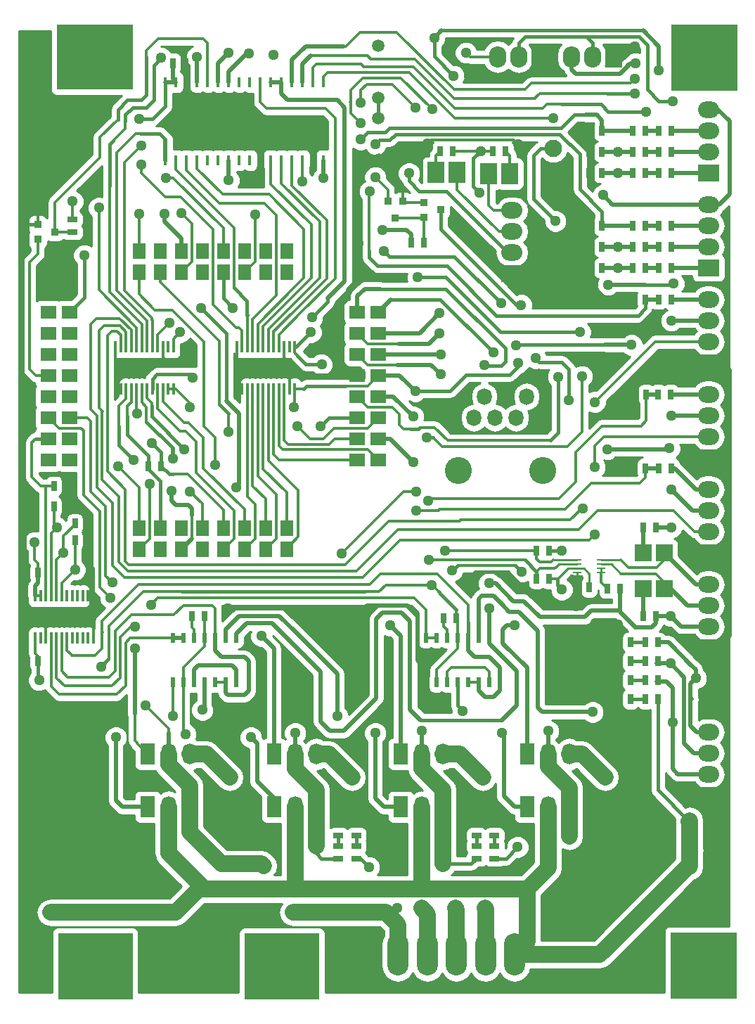
<source format=gbl>
G04 #@! TF.FileFunction,Copper,L2,Bot,Signal*
%FSLAX46Y46*%
G04 Gerber Fmt 4.6, Leading zero omitted, Abs format (unit mm)*
G04 Created by KiCad (PCBNEW 4.0.7) date 03/26/18 23:13:48*
%MOMM*%
%LPD*%
G01*
G04 APERTURE LIST*
%ADD10C,0.150000*%
%ADD11R,8.000000X8.000000*%
%ADD12O,1.778000X2.540000*%
%ADD13R,1.778000X2.540000*%
%ADD14R,0.635000X1.143000*%
%ADD15R,0.508000X1.143000*%
%ADD16R,0.350520X1.399540*%
%ADD17R,0.914400X0.914400*%
%ADD18R,1.143000X0.635000*%
%ADD19R,1.899920X1.600200*%
%ADD20R,1.600200X1.899920*%
%ADD21R,2.100000X2.540000*%
%ADD22O,2.100580X2.540000*%
%ADD23R,2.540000X1.998980*%
%ADD24O,2.540000X1.998980*%
%ADD25R,0.457200X1.270000*%
%ADD26R,1.998980X2.540000*%
%ADD27R,1.998980X1.998980*%
%ADD28R,2.540000X5.080000*%
%ADD29O,2.540000X5.080000*%
%ADD30R,2.100580X1.800860*%
%ADD31C,2.100580*%
%ADD32C,1.500000*%
%ADD33R,1.000760X0.248920*%
%ADD34O,1.800860X2.000000*%
%ADD35C,3.251200*%
%ADD36R,8.999220X8.000000*%
%ADD37R,9.200000X7.800000*%
%ADD38R,9.000000X8.000000*%
%ADD39C,1.300480*%
%ADD40C,0.350520*%
%ADD41C,0.398780*%
%ADD42C,0.500380*%
%ADD43C,2.000000*%
%ADD44C,0.250000*%
%ADD45C,0.300000*%
%ADD46C,0.320000*%
%ADD47C,0.254000*%
G04 APERTURE END LIST*
D10*
D11*
X164997000Y-154856000D03*
D12*
X103124000Y-129413000D03*
X100584000Y-129413000D03*
D13*
X98044000Y-129413000D03*
D12*
X148844000Y-135763000D03*
X146304000Y-135763000D03*
D13*
X143764000Y-135763000D03*
D12*
X148844000Y-129413000D03*
X146304000Y-129413000D03*
D13*
X143764000Y-129413000D03*
D12*
X118364000Y-135763000D03*
X115824000Y-135763000D03*
D13*
X113284000Y-135763000D03*
D12*
X118364000Y-129413000D03*
X115824000Y-129413000D03*
D13*
X113284000Y-129413000D03*
D12*
X133604000Y-129413000D03*
X131064000Y-129413000D03*
D13*
X128524000Y-129413000D03*
D12*
X103124000Y-135763000D03*
X100584000Y-135763000D03*
D13*
X98044000Y-135763000D03*
D12*
X133604000Y-135763000D03*
X131064000Y-135763000D03*
D13*
X128524000Y-135763000D03*
D14*
X161163000Y-54356000D03*
X159639000Y-54356000D03*
X161163000Y-56896000D03*
X159639000Y-56896000D03*
X161163000Y-59436000D03*
X159639000Y-59436000D03*
X161163000Y-68326000D03*
X159639000Y-68326000D03*
X161163000Y-65786000D03*
X159639000Y-65786000D03*
X161163000Y-70866000D03*
X159639000Y-70866000D03*
X159512000Y-115951000D03*
X157988000Y-115951000D03*
X159512000Y-122809000D03*
X157988000Y-122809000D03*
X159512000Y-120523000D03*
X157988000Y-120523000D03*
X159512000Y-118237000D03*
X157988000Y-118237000D03*
X101092000Y-46228000D03*
X102616000Y-46228000D03*
X84836000Y-118237000D03*
X83312000Y-118237000D03*
X84836000Y-107569000D03*
X83312000Y-107569000D03*
X151257000Y-109347000D03*
X149733000Y-109347000D03*
X156210000Y-122809000D03*
X154686000Y-122809000D03*
X156210000Y-115951000D03*
X154686000Y-115951000D03*
X156210000Y-118237000D03*
X154686000Y-118237000D03*
X156210000Y-120523000D03*
X154686000Y-120523000D03*
X159258000Y-112776000D03*
X157734000Y-112776000D03*
X157988000Y-68326000D03*
X156464000Y-68326000D03*
X157988000Y-70866000D03*
X156464000Y-70866000D03*
X157988000Y-65786000D03*
X156464000Y-65786000D03*
X146431000Y-108331000D03*
X144907000Y-108331000D03*
X146431000Y-104902000D03*
X144907000Y-104902000D03*
X157988000Y-94996000D03*
X156464000Y-94996000D03*
X158115000Y-86106000D03*
X156591000Y-86106000D03*
X161036000Y-86106000D03*
X159512000Y-86106000D03*
X161163000Y-94996000D03*
X159639000Y-94996000D03*
X157988000Y-74676000D03*
X156464000Y-74676000D03*
X161163000Y-74676000D03*
X159639000Y-74676000D03*
X154940000Y-109474000D03*
X153416000Y-109474000D03*
X159258000Y-102108000D03*
X157734000Y-102108000D03*
X152781000Y-54356000D03*
X151257000Y-54356000D03*
X152781000Y-56896000D03*
X151257000Y-56896000D03*
X157988000Y-54356000D03*
X156464000Y-54356000D03*
X157988000Y-59436000D03*
X156464000Y-59436000D03*
X152781000Y-59436000D03*
X151257000Y-59436000D03*
X152781000Y-70866000D03*
X151257000Y-70866000D03*
X152781000Y-68326000D03*
X151257000Y-68326000D03*
X152781000Y-65786000D03*
X151257000Y-65786000D03*
X157988000Y-56896000D03*
X156464000Y-56896000D03*
D15*
X108712000Y-120777000D03*
X107442000Y-120777000D03*
X106172000Y-120777000D03*
X104902000Y-120777000D03*
X103632000Y-120777000D03*
X102362000Y-120777000D03*
X101092000Y-120777000D03*
X101092000Y-115443000D03*
X102362000Y-115443000D03*
X103632000Y-115443000D03*
X104902000Y-115443000D03*
X106172000Y-115443000D03*
X107442000Y-115443000D03*
X108712000Y-115443000D03*
X139192000Y-120777000D03*
X137922000Y-120777000D03*
X136652000Y-120777000D03*
X135382000Y-120777000D03*
X134112000Y-120777000D03*
X132842000Y-120777000D03*
X131572000Y-120777000D03*
X131572000Y-115443000D03*
X132842000Y-115443000D03*
X134112000Y-115443000D03*
X135382000Y-115443000D03*
X136652000Y-115443000D03*
X137922000Y-115443000D03*
X139192000Y-115443000D03*
D16*
X84518500Y-110363000D03*
X85153500Y-110363000D03*
X85788500Y-110363000D03*
X86423500Y-110363000D03*
X87058500Y-110363000D03*
X87693500Y-110363000D03*
X88328500Y-110363000D03*
X88963500Y-110363000D03*
X89598500Y-110363000D03*
X90233500Y-110363000D03*
X90868500Y-110363000D03*
X91503500Y-110363000D03*
X91503500Y-115443000D03*
X90868500Y-115443000D03*
X90233500Y-115443000D03*
X89598500Y-115443000D03*
X88963500Y-115443000D03*
X88328500Y-115443000D03*
X87693500Y-115443000D03*
X87058500Y-115443000D03*
X86423500Y-115443000D03*
X85788500Y-115443000D03*
X85153500Y-115443000D03*
X84518500Y-115443000D03*
X101155500Y-85471000D03*
X100520500Y-85471000D03*
X99885500Y-85471000D03*
X99250500Y-85471000D03*
X98615500Y-85471000D03*
X97980500Y-85471000D03*
X97345500Y-85471000D03*
X96710500Y-85471000D03*
X96075500Y-85471000D03*
X95440500Y-85471000D03*
X94805500Y-85471000D03*
X94170500Y-85471000D03*
X94170500Y-80391000D03*
X94805500Y-80391000D03*
X95440500Y-80391000D03*
X96075500Y-80391000D03*
X96710500Y-80391000D03*
X97345500Y-80391000D03*
X97980500Y-80391000D03*
X98615500Y-80391000D03*
X99250500Y-80391000D03*
X99885500Y-80391000D03*
X100520500Y-80391000D03*
X101155500Y-80391000D03*
X115760500Y-85471000D03*
X115125500Y-85471000D03*
X114490500Y-85471000D03*
X113855500Y-85471000D03*
X113220500Y-85471000D03*
X112585500Y-85471000D03*
X111950500Y-85471000D03*
X111315500Y-85471000D03*
X110680500Y-85471000D03*
X110045500Y-85471000D03*
X109410500Y-85471000D03*
X108775500Y-85471000D03*
X108775500Y-80391000D03*
X109410500Y-80391000D03*
X110045500Y-80391000D03*
X110680500Y-80391000D03*
X111315500Y-80391000D03*
X111950500Y-80391000D03*
X112585500Y-80391000D03*
X113220500Y-80391000D03*
X113855500Y-80391000D03*
X114490500Y-80391000D03*
X115125500Y-80391000D03*
X115760500Y-80391000D03*
D17*
X131318000Y-62992000D03*
X131318000Y-64770000D03*
X133350000Y-63881000D03*
X128778000Y-62865000D03*
X127000000Y-62865000D03*
X127889000Y-64897000D03*
D18*
X123190000Y-141986000D03*
X123190000Y-140462000D03*
X121031000Y-141986000D03*
X121031000Y-140462000D03*
X137668000Y-141986000D03*
X137668000Y-140462000D03*
X139827000Y-141986000D03*
X139827000Y-140462000D03*
D14*
X135255000Y-113030000D03*
X133731000Y-113030000D03*
X104902000Y-112776000D03*
X103378000Y-112776000D03*
X131318000Y-67818000D03*
X129794000Y-67818000D03*
D18*
X137668000Y-139192000D03*
X137668000Y-137668000D03*
X139827000Y-139192000D03*
X139827000Y-137668000D03*
X123190000Y-139192000D03*
X123190000Y-137668000D03*
X121031000Y-139192000D03*
X121031000Y-137668000D03*
D17*
X84836000Y-65659000D03*
X84836000Y-67437000D03*
X86868000Y-66548000D03*
D18*
X89027000Y-65024000D03*
X89027000Y-66548000D03*
D14*
X139649200Y-56794400D03*
X141173200Y-56794400D03*
X134823200Y-56794400D03*
X133299200Y-56794400D03*
D19*
X123314460Y-76200000D03*
X125854460Y-76200000D03*
X123314460Y-78740000D03*
X125854460Y-78740000D03*
X123314460Y-81280000D03*
X125854460Y-81280000D03*
X123314460Y-83820000D03*
X125854460Y-83820000D03*
X123314460Y-86360000D03*
X125854460Y-86360000D03*
X123314460Y-88900000D03*
X125854460Y-88900000D03*
X123314460Y-91440000D03*
X125854460Y-91440000D03*
X123314460Y-93980000D03*
X125854460Y-93980000D03*
X86106000Y-76200000D03*
X88646000Y-76200000D03*
X86106000Y-78740000D03*
X88646000Y-78740000D03*
X86106000Y-81280000D03*
X88646000Y-81280000D03*
X86106000Y-83820000D03*
X88646000Y-83820000D03*
X86106000Y-86360000D03*
X88646000Y-86360000D03*
X86106000Y-88900000D03*
X88646000Y-88900000D03*
X86106000Y-91440000D03*
X88646000Y-91440000D03*
X86106000Y-93980000D03*
X88646000Y-93980000D03*
D20*
X97028000Y-71374000D03*
X97028000Y-68834000D03*
X99568000Y-71374000D03*
X99568000Y-68834000D03*
X102108000Y-71374000D03*
X102108000Y-68834000D03*
X104648000Y-71374000D03*
X104648000Y-68834000D03*
X107188000Y-71374000D03*
X107188000Y-68834000D03*
X109728000Y-71374000D03*
X109728000Y-68834000D03*
X112268000Y-71374000D03*
X112268000Y-68834000D03*
X114808000Y-71374000D03*
X114808000Y-68834000D03*
X114808000Y-104775000D03*
X114808000Y-102235000D03*
X112268000Y-104775000D03*
X112268000Y-102235000D03*
X109728000Y-104775000D03*
X109728000Y-102235000D03*
X107188000Y-104775000D03*
X107188000Y-102235000D03*
X104648000Y-104775000D03*
X104648000Y-102235000D03*
X102108000Y-104775000D03*
X102108000Y-102235000D03*
X99568000Y-104775000D03*
X99568000Y-102235000D03*
X97028000Y-104775000D03*
X97028000Y-102235000D03*
D21*
X145288000Y-45466000D03*
D22*
X142748000Y-45466000D03*
X140208000Y-45466000D03*
D21*
X154178000Y-45466000D03*
D22*
X151638000Y-45466000D03*
X149098000Y-45466000D03*
D23*
X165608000Y-59436000D03*
D24*
X165608000Y-56896000D03*
X165608000Y-54356000D03*
X165608000Y-51816000D03*
D23*
X141935200Y-71577200D03*
D24*
X141935200Y-69037200D03*
X141935200Y-66497200D03*
X141935200Y-63957200D03*
D23*
X165608000Y-116586000D03*
D24*
X165608000Y-114046000D03*
X165608000Y-111506000D03*
X165608000Y-108966000D03*
D23*
X165608000Y-105156000D03*
D24*
X165608000Y-102616000D03*
X165608000Y-100076000D03*
X165608000Y-97536000D03*
D23*
X165608000Y-93726000D03*
D24*
X165608000Y-91186000D03*
X165608000Y-88646000D03*
X165608000Y-86106000D03*
D23*
X165608000Y-82296000D03*
D24*
X165608000Y-79756000D03*
X165608000Y-77216000D03*
X165608000Y-74676000D03*
D23*
X165608000Y-70866000D03*
D24*
X165608000Y-68326000D03*
X165608000Y-65786000D03*
X165608000Y-63246000D03*
X165608000Y-124206000D03*
D23*
X165608000Y-134366000D03*
D24*
X165608000Y-131826000D03*
X165608000Y-129286000D03*
X165608000Y-126746000D03*
D25*
X115443000Y-57912000D03*
X114173000Y-57912000D03*
X112903000Y-57912000D03*
X111633000Y-57912000D03*
X110363000Y-57912000D03*
X105283000Y-57912000D03*
X104013000Y-57912000D03*
X102743000Y-57912000D03*
X101473000Y-57912000D03*
X100203000Y-57912000D03*
X100203000Y-48514000D03*
X101473000Y-48514000D03*
X102743000Y-48514000D03*
X104013000Y-48514000D03*
X105283000Y-48514000D03*
X110363000Y-48514000D03*
X111633000Y-48514000D03*
X112903000Y-48514000D03*
X114173000Y-48514000D03*
X115443000Y-48514000D03*
X116713000Y-48514000D03*
X117983000Y-48514000D03*
X119253000Y-48514000D03*
X106553000Y-48514000D03*
X107823000Y-48514000D03*
X109093000Y-48514000D03*
X106553000Y-57912000D03*
X107823000Y-57912000D03*
X109093000Y-57912000D03*
X116713000Y-57912000D03*
X117983000Y-57912000D03*
X119253000Y-57912000D03*
D26*
X135331200Y-59385200D03*
X132791200Y-59385200D03*
X139141200Y-59537600D03*
X141681200Y-59537600D03*
D27*
X160274000Y-105156000D03*
X157734000Y-105156000D03*
X160274000Y-109474000D03*
X157734000Y-109474000D03*
D28*
X124714000Y-153543000D03*
D29*
X128206500Y-153543000D03*
X131762500Y-153543000D03*
X135255000Y-153543000D03*
X138747500Y-153543000D03*
X142240000Y-153543000D03*
D30*
X146913600Y-59029600D03*
D31*
X146913600Y-56489600D03*
D32*
X125831600Y-44094400D03*
X125831600Y-50368200D03*
X125831600Y-52832000D03*
X125882400Y-57861200D03*
D33*
X149783800Y-106045000D03*
X149783800Y-106553000D03*
X149783800Y-107061000D03*
X149783800Y-107569000D03*
X152679400Y-106045000D03*
X152679400Y-106553000D03*
X152679400Y-107061000D03*
X152679400Y-107569000D03*
D34*
X139890500Y-88900000D03*
X142430500Y-88900000D03*
X137350500Y-88900000D03*
X143700500Y-86360000D03*
X141160500Y-86360000D03*
X138620500Y-86360000D03*
D35*
X135445500Y-95250000D03*
X145605500Y-95250000D03*
D36*
X91757500Y-154956000D03*
D37*
X91694000Y-45450000D03*
D38*
X114236500Y-154956000D03*
D11*
X165106500Y-45523000D03*
D14*
X86766400Y-97129600D03*
X88290400Y-97129600D03*
X86766400Y-99618800D03*
X88290400Y-99618800D03*
X89306400Y-101650800D03*
X90830400Y-101650800D03*
X89306400Y-103682800D03*
X90830400Y-103682800D03*
X98171000Y-94742000D03*
X99695000Y-94742000D03*
D39*
X113233200Y-45212000D03*
X161417000Y-72771000D03*
X150368000Y-83921600D03*
X130606800Y-71983600D03*
X150164800Y-78587600D03*
X131699000Y-91313000D03*
X130429000Y-97790000D03*
X121412000Y-105283000D03*
X164084000Y-120269000D03*
X153543000Y-72898000D03*
X152908000Y-62103000D03*
X163322000Y-139192000D03*
X163322000Y-142951200D03*
X163372800Y-140970000D03*
X95885000Y-148463000D03*
X91389200Y-148437600D03*
X88900000Y-148437600D03*
X142392400Y-80162400D03*
X156337000Y-80137000D03*
X163322000Y-137414000D03*
X86360000Y-148463000D03*
X138049000Y-61849000D03*
X159639000Y-47117000D03*
X97028000Y-52959000D03*
X84988400Y-120497600D03*
X138176000Y-56794400D03*
X134924800Y-47752000D03*
X119024400Y-82499200D03*
X129540000Y-59486800D03*
X126365000Y-66294000D03*
X89027000Y-62865000D03*
X117729000Y-78613000D03*
X101981000Y-78613000D03*
X161036000Y-112776000D03*
X161163000Y-102108000D03*
X161036000Y-118491000D03*
X139192000Y-111887000D03*
X139192000Y-108839000D03*
X161163000Y-97536000D03*
X161163000Y-77216000D03*
X161163000Y-88646000D03*
X132588000Y-43180000D03*
X124714000Y-143002000D03*
X128143000Y-147955000D03*
X97790000Y-123571000D03*
X115570000Y-148463000D03*
X112014000Y-142875000D03*
X118364000Y-140462000D03*
X131064000Y-147955000D03*
X115824000Y-126873000D03*
X135128000Y-147955000D03*
X131064000Y-126619000D03*
X133604000Y-142621000D03*
X142621000Y-140589000D03*
X138684000Y-147955000D03*
X148844000Y-139319000D03*
X146304000Y-126619000D03*
X125476000Y-59944000D03*
X100228400Y-60045600D03*
X156718000Y-44196000D03*
X131724400Y-55930800D03*
X154076400Y-78282800D03*
X154063700Y-82308700D03*
X93091000Y-50927000D03*
X86309200Y-69189600D03*
X123444000Y-67919600D03*
X142697200Y-55981600D03*
X149072600Y-63779400D03*
X123444000Y-58420000D03*
X111506000Y-60452000D03*
X136144000Y-108839000D03*
X123190000Y-135382000D03*
X138684000Y-135382000D03*
X154940000Y-74676000D03*
X108712000Y-137287000D03*
X149606000Y-111633000D03*
X120904000Y-151511000D03*
X103378000Y-80899000D03*
X107696000Y-111887000D03*
X122555000Y-118364000D03*
X136779000Y-47752000D03*
X84455000Y-100838000D03*
X154686000Y-113792000D03*
X154940000Y-94996000D03*
X85217000Y-126111000D03*
X154940000Y-86106000D03*
X149606000Y-54483000D03*
X153289000Y-126365000D03*
X152019000Y-113665000D03*
X108204000Y-128397000D03*
X101092000Y-124841000D03*
X160909000Y-92583000D03*
X161290000Y-50800000D03*
X153416000Y-92710000D03*
X98552000Y-91948000D03*
X140614400Y-75133200D03*
X126542800Y-68834000D03*
X142697200Y-82296000D03*
X115697000Y-87630000D03*
X84455000Y-103886000D03*
X130302000Y-85725000D03*
X161290000Y-125603000D03*
X147955000Y-109601000D03*
X147955000Y-104902000D03*
X103124000Y-87630000D03*
X94234000Y-127381000D03*
X110490000Y-127381000D03*
X96520000Y-116713000D03*
X111760000Y-115189000D03*
X125476000Y-126873000D03*
X140716000Y-126873000D03*
X127254000Y-113919000D03*
X142240000Y-113919000D03*
X139700000Y-81076800D03*
X147167600Y-65227200D03*
X147523200Y-83972400D03*
X138582400Y-82550000D03*
X100076000Y-64389000D03*
X156845000Y-46228000D03*
X136398000Y-44958000D03*
X102108000Y-64262000D03*
X151892000Y-94869000D03*
X151892000Y-102997000D03*
X150495000Y-99822000D03*
X151942800Y-87020400D03*
X123748800Y-53441600D03*
X132334000Y-51765200D03*
X123748800Y-51003200D03*
X130302000Y-51562000D03*
X107950000Y-132207000D03*
X122682000Y-132207000D03*
X138430000Y-132207000D03*
X153162000Y-132207000D03*
X158115000Y-52070000D03*
X154686000Y-70866000D03*
X156718000Y-49911000D03*
X154686000Y-68326000D03*
X125526800Y-55981600D03*
X119253000Y-60071000D03*
X146939000Y-52832000D03*
X154686000Y-59436000D03*
X154686000Y-56896000D03*
X156718000Y-48133000D03*
X116713000Y-60452000D03*
X123698000Y-55422800D03*
X132283200Y-109067600D03*
X143129000Y-107442000D03*
X134747000Y-107315000D03*
X148793200Y-86766400D03*
X144780000Y-81737200D03*
X143052800Y-75336400D03*
X102616000Y-127000000D03*
X92456000Y-118872000D03*
X133223000Y-76327000D03*
X133223000Y-78740000D03*
X133350000Y-81280000D03*
X133350000Y-83693000D03*
X93573600Y-110591600D03*
X131953000Y-106045000D03*
X93827600Y-108762800D03*
X133858000Y-104902000D03*
X98298000Y-96875600D03*
X130429000Y-100076000D03*
X131826000Y-98933000D03*
X106172000Y-94615000D03*
X110998000Y-64465200D03*
X124815600Y-61671200D03*
X116078000Y-89916000D03*
X118872000Y-89916000D03*
X97028000Y-64389000D03*
X96774000Y-88392000D03*
X96393000Y-93980000D03*
X107797600Y-90627200D03*
X87122000Y-102108000D03*
X94488000Y-94742000D03*
X100939600Y-97739200D03*
X87884000Y-105206800D03*
X89306400Y-107188000D03*
X103174800Y-97790000D03*
X97282000Y-58420000D03*
X104013000Y-45466000D03*
X117856000Y-76835000D03*
X100711000Y-77470000D03*
X99695000Y-45593000D03*
X107823000Y-44958000D03*
X97282000Y-56134000D03*
X110236000Y-45085000D03*
X107823000Y-60325000D03*
X92202000Y-63627000D03*
X104648000Y-124079000D03*
X120904000Y-124841000D03*
X136017000Y-124206000D03*
X98450400Y-111404400D03*
X96520000Y-114046000D03*
X151638000Y-124333000D03*
X101092000Y-93853000D03*
X130048000Y-88773000D03*
X102489000Y-92710000D03*
X130048000Y-94234000D03*
X103505000Y-84074000D03*
X90424000Y-69342000D03*
X108331000Y-75692000D03*
X104521000Y-75692000D03*
X108712000Y-97282000D03*
D40*
X127889000Y-64897000D02*
X131191000Y-64897000D01*
X131318000Y-64770000D02*
X131318000Y-67818000D01*
X131191000Y-64897000D02*
X131318000Y-64770000D01*
D41*
X157988000Y-72898000D02*
X161290000Y-72898000D01*
X161290000Y-72898000D02*
X161417000Y-72771000D01*
X131699000Y-91313000D02*
X132461000Y-91313000D01*
D40*
X150368000Y-90627200D02*
X150368000Y-83921600D01*
X148590000Y-92405200D02*
X150368000Y-90627200D01*
X133553200Y-92405200D02*
X148590000Y-92405200D01*
X132461000Y-91313000D02*
X133553200Y-92405200D01*
D41*
X150164800Y-78587600D02*
X143002000Y-78587600D01*
X143002000Y-78587600D02*
X140563600Y-78587600D01*
X140563600Y-78587600D02*
X133959600Y-71983600D01*
X133959600Y-71983600D02*
X130606800Y-71983600D01*
D40*
X130429000Y-97790000D02*
X128905000Y-97790000D01*
X128905000Y-97790000D02*
X121412000Y-105283000D01*
D42*
X164211000Y-126746000D02*
X163449000Y-125984000D01*
X163449000Y-125984000D02*
X163449000Y-124333000D01*
X165608000Y-126746000D02*
X164211000Y-126746000D01*
X166878000Y-63246000D02*
X168148000Y-61976000D01*
X168148000Y-61976000D02*
X168148000Y-53213000D01*
X168148000Y-53213000D02*
X166751000Y-51816000D01*
X166751000Y-51816000D02*
X165608000Y-51816000D01*
X165608000Y-63246000D02*
X166878000Y-63246000D01*
X160782000Y-115951000D02*
X161036000Y-116205000D01*
X163449000Y-122809000D02*
X163449000Y-124333000D01*
X157988000Y-72898000D02*
X153543000Y-72898000D01*
X165608000Y-63246000D02*
X154051000Y-63246000D01*
X154051000Y-63246000D02*
X152908000Y-62103000D01*
X160782000Y-115951000D02*
X161036000Y-116205000D01*
X159512000Y-115951000D02*
X160782000Y-115951000D01*
X164084000Y-120269000D02*
X163449000Y-120904000D01*
X163449000Y-120904000D02*
X163449000Y-122682000D01*
X163449000Y-122682000D02*
X163576000Y-122809000D01*
X163576000Y-122809000D02*
X163449000Y-122809000D01*
X164084000Y-119253000D02*
X164084000Y-120269000D01*
X163449000Y-118618000D02*
X164084000Y-119253000D01*
X161036000Y-116205000D02*
X163449000Y-118618000D01*
D43*
X131064000Y-135763000D02*
X131064000Y-145669000D01*
X163322000Y-137414000D02*
X163322000Y-139192000D01*
X163322000Y-142951200D02*
X163322000Y-142748000D01*
X163322000Y-139192000D02*
X163322000Y-140919200D01*
X163322000Y-140919200D02*
X163372800Y-140970000D01*
X163322000Y-139192000D02*
X163322000Y-142748000D01*
X152527000Y-153543000D02*
X142240000Y-153543000D01*
X163322000Y-142748000D02*
X152527000Y-153543000D01*
X95885000Y-148463000D02*
X95910400Y-148463000D01*
X95910400Y-148463000D02*
X95910400Y-148437600D01*
X95910400Y-148437600D02*
X95910400Y-148463000D01*
X88900000Y-148437600D02*
X91389200Y-148437600D01*
X86360000Y-148463000D02*
X88874600Y-148463000D01*
X88874600Y-148463000D02*
X88900000Y-148437600D01*
X86360000Y-148463000D02*
X95910400Y-148463000D01*
X95910400Y-148463000D02*
X101422200Y-148463000D01*
X104216200Y-145669000D02*
X104216200Y-144983200D01*
X101422200Y-148463000D02*
X104216200Y-145669000D01*
D41*
X156337000Y-80137000D02*
X142417800Y-80137000D01*
X142417800Y-80137000D02*
X142392400Y-80162400D01*
D42*
X153111200Y-80111600D02*
X156311600Y-80111600D01*
X156311600Y-80111600D02*
X156337000Y-80137000D01*
D43*
X143764000Y-145669000D02*
X143764000Y-146939000D01*
X143764000Y-152019000D02*
X142240000Y-153543000D01*
X143764000Y-146939000D02*
X143764000Y-152019000D01*
X100584000Y-141351000D02*
X100584000Y-135763000D01*
X104216200Y-144983200D02*
X100584000Y-141351000D01*
X104902000Y-145669000D02*
X104216200Y-144983200D01*
X115824000Y-145669000D02*
X104902000Y-145669000D01*
X116840000Y-145669000D02*
X115824000Y-145669000D01*
X131064000Y-145669000D02*
X116840000Y-145669000D01*
X143764000Y-145669000D02*
X131064000Y-145669000D01*
X115824000Y-145161000D02*
X115824000Y-145669000D01*
X115824000Y-145669000D02*
X115824000Y-145161000D01*
X115824000Y-135763000D02*
X115824000Y-145669000D01*
X146304000Y-143129000D02*
X143764000Y-145669000D01*
X146304000Y-135763000D02*
X146304000Y-143129000D01*
X163258500Y-137477500D02*
X163322000Y-137414000D01*
D41*
X159512000Y-133731000D02*
X163258500Y-137477500D01*
X159512000Y-122809000D02*
X159512000Y-133731000D01*
D42*
X157734000Y-42291000D02*
X159639000Y-44196000D01*
X159639000Y-44196000D02*
X159639000Y-47117000D01*
D41*
X133477000Y-42291000D02*
X157734000Y-42291000D01*
X137261600Y-61087000D02*
X137261600Y-57708800D01*
X137261600Y-57708800D02*
X138176000Y-56794400D01*
X138049000Y-61849000D02*
X138023600Y-61849000D01*
X138023600Y-61849000D02*
X137261600Y-61087000D01*
D40*
X138049000Y-61849000D02*
X137261600Y-61087000D01*
D41*
X100203000Y-48514000D02*
X100203000Y-51435000D01*
X100203000Y-51435000D02*
X98679000Y-52959000D01*
X98679000Y-52959000D02*
X97028000Y-52959000D01*
X84836000Y-118237000D02*
X84836000Y-120345200D01*
X84836000Y-120345200D02*
X84988400Y-120497600D01*
D40*
X84836000Y-120345200D02*
X84988400Y-120497600D01*
D41*
X119024400Y-82499200D02*
X117144800Y-82499200D01*
X116128800Y-81483200D02*
X116128800Y-81432400D01*
X117144800Y-82499200D02*
X116128800Y-81483200D01*
D40*
X138176000Y-56794400D02*
X139649200Y-56794400D01*
X115760500Y-81064100D02*
X115760500Y-80391000D01*
X116128800Y-81432400D02*
X115760500Y-81064100D01*
D41*
X141935200Y-69037200D02*
X141427200Y-69037200D01*
X129540000Y-60401200D02*
X129540000Y-59486800D01*
X130759200Y-61620400D02*
X129540000Y-60401200D01*
X134010400Y-61620400D02*
X130759200Y-61620400D01*
X141427200Y-69037200D02*
X134010400Y-61620400D01*
D40*
X137414000Y-56794400D02*
X139649200Y-56794400D01*
X137414000Y-56794400D02*
X134823200Y-56794400D01*
D42*
X126365000Y-66294000D02*
X129235200Y-66294000D01*
X129235200Y-66294000D02*
X129794000Y-66852800D01*
X129794000Y-66852800D02*
X129794000Y-67818000D01*
D40*
X89027000Y-65024000D02*
X89027000Y-62865000D01*
X101092000Y-48514000D02*
X101473000Y-48514000D01*
X100203000Y-48514000D02*
X101092000Y-48514000D01*
D41*
X115760500Y-80391000D02*
X115951000Y-80391000D01*
X115951000Y-80391000D02*
X117729000Y-78613000D01*
D40*
X101155500Y-79438500D02*
X101981000Y-78613000D01*
X101155500Y-80391000D02*
X101155500Y-79438500D01*
X101092000Y-48387000D02*
X101092000Y-48514000D01*
X101092000Y-48514000D02*
X101092000Y-48387000D01*
X101092000Y-46228000D02*
X101092000Y-48514000D01*
D42*
X161036000Y-112776000D02*
X159258000Y-112776000D01*
X159258000Y-102108000D02*
X161163000Y-102108000D01*
D40*
X84518500Y-117284500D02*
X84836000Y-117602000D01*
X84836000Y-117602000D02*
X84836000Y-118237000D01*
X84518500Y-115443000D02*
X84518500Y-117284500D01*
X156718000Y-114173000D02*
X158750000Y-114173000D01*
X158750000Y-114173000D02*
X159258000Y-113665000D01*
D42*
X159385000Y-118491000D02*
X161036000Y-118491000D01*
X156718000Y-114046000D02*
X154940000Y-112268000D01*
X154940000Y-112141000D02*
X154940000Y-109474000D01*
X154940000Y-112268000D02*
X154940000Y-112141000D01*
X156718000Y-114173000D02*
X156718000Y-114046000D01*
X158750000Y-114173000D02*
X156718000Y-114173000D01*
X159258000Y-113665000D02*
X158750000Y-114173000D01*
X159258000Y-112776000D02*
X159258000Y-113665000D01*
X139954000Y-108839000D02*
X139192000Y-108839000D01*
X142113000Y-110998000D02*
X139954000Y-108839000D01*
X143383000Y-110998000D02*
X142113000Y-110998000D01*
X145288000Y-112903000D02*
X143383000Y-110998000D01*
X154940000Y-112141000D02*
X151511000Y-112141000D01*
X151511000Y-112141000D02*
X150749000Y-112903000D01*
X149987000Y-112903000D02*
X148209000Y-112903000D01*
X139192000Y-115443000D02*
X139192000Y-111887000D01*
X149987000Y-112903000D02*
X150749000Y-112903000D01*
X148209000Y-112903000D02*
X145288000Y-112903000D01*
X128651000Y-112395000D02*
X129667000Y-113411000D01*
X126365000Y-112395000D02*
X128651000Y-112395000D01*
X125603000Y-113157000D02*
X126365000Y-112395000D01*
X139192000Y-116078000D02*
X139192000Y-115443000D01*
X129667000Y-113411000D02*
X129667000Y-124079000D01*
X129667000Y-124079000D02*
X130937000Y-125349000D01*
D41*
X130937000Y-125349000D02*
X140716000Y-125349000D01*
D42*
X140716000Y-125349000D02*
X142494000Y-123571000D01*
X142494000Y-123571000D02*
X142494000Y-119380000D01*
X142494000Y-119380000D02*
X139192000Y-116078000D01*
X125603000Y-114935000D02*
X125603000Y-113157000D01*
X101092000Y-48133000D02*
X101473000Y-48514000D01*
X101092000Y-46228000D02*
X101092000Y-48133000D01*
X101473000Y-48514000D02*
X100203000Y-48514000D01*
X162694618Y-120149618D02*
X161036000Y-118491000D01*
X162694618Y-128150618D02*
X162694618Y-120149618D01*
X163830000Y-129286000D02*
X162694618Y-128150618D01*
X165608000Y-129286000D02*
X163830000Y-129286000D01*
X162306000Y-114046000D02*
X161036000Y-112776000D01*
X165608000Y-114046000D02*
X162306000Y-114046000D01*
X163703000Y-100076000D02*
X161163000Y-97536000D01*
X165608000Y-100076000D02*
X163703000Y-100076000D01*
X165608000Y-77216000D02*
X161163000Y-77216000D01*
X165608000Y-88646000D02*
X161163000Y-88646000D01*
X125603000Y-122682000D02*
X125603000Y-114935000D01*
D41*
X132588000Y-43180000D02*
X132588000Y-45415200D01*
X132588000Y-45415200D02*
X134924800Y-47752000D01*
D40*
X132588000Y-43180000D02*
X133477000Y-42291000D01*
D42*
X133477000Y-42291000D02*
X132588000Y-43180000D01*
D41*
X123698000Y-141986000D02*
X123190000Y-141986000D01*
X124714000Y-143002000D02*
X123698000Y-141986000D01*
X127571500Y-148526500D02*
X128143000Y-147955000D01*
X126809500Y-148526500D02*
X127571500Y-148526500D01*
D43*
X126809500Y-148526500D02*
X126746000Y-148463000D01*
D40*
X100584000Y-129413000D02*
X100584000Y-126365000D01*
X100584000Y-126365000D02*
X97790000Y-123571000D01*
D42*
X103124000Y-133223000D02*
X100584000Y-130683000D01*
X100584000Y-130683000D02*
X100584000Y-129413000D01*
D43*
X100584000Y-130683000D02*
X100584000Y-129413000D01*
X103124000Y-133223000D02*
X100584000Y-130683000D01*
X103124000Y-135763000D02*
X103124000Y-133223000D01*
X128206500Y-149923500D02*
X126809500Y-148526500D01*
X126746000Y-148463000D02*
X115570000Y-148463000D01*
X112014000Y-142875000D02*
X111760000Y-142621000D01*
X111760000Y-142621000D02*
X106934000Y-142621000D01*
X106934000Y-142621000D02*
X103124000Y-138811000D01*
X103124000Y-138811000D02*
X103124000Y-135763000D01*
X128206500Y-153543000D02*
X128206500Y-149923500D01*
D42*
X100584000Y-129413000D02*
X100584000Y-126873000D01*
D41*
X118364000Y-140462000D02*
X118364000Y-141351000D01*
X118999000Y-141986000D02*
X121031000Y-141986000D01*
X118364000Y-141351000D02*
X118999000Y-141986000D01*
D43*
X115824000Y-131191000D02*
X115824000Y-129413000D01*
X118364000Y-133731000D02*
X115824000Y-131191000D01*
X118364000Y-135763000D02*
X118364000Y-133731000D01*
X131762500Y-148653500D02*
X131762500Y-153543000D01*
X131064000Y-147955000D02*
X131762500Y-148653500D01*
X118364000Y-135763000D02*
X118364000Y-140462000D01*
D42*
X115824000Y-126873000D02*
X115824000Y-129413000D01*
D41*
X133604000Y-142621000D02*
X137033000Y-142621000D01*
X137033000Y-142621000D02*
X137668000Y-141986000D01*
D43*
X131064000Y-131191000D02*
X131064000Y-129413000D01*
X133604000Y-133731000D02*
X131064000Y-131191000D01*
X133604000Y-135763000D02*
X133604000Y-133731000D01*
X135255000Y-148082000D02*
X135128000Y-147955000D01*
X133604000Y-138049000D02*
X133604000Y-135763000D01*
X135255000Y-153543000D02*
X135255000Y-148082000D01*
D42*
X131064000Y-126619000D02*
X131064000Y-129413000D01*
D43*
X133604000Y-138049000D02*
X133604000Y-142621000D01*
D41*
X139827000Y-141986000D02*
X141224000Y-141986000D01*
X141224000Y-141986000D02*
X142621000Y-140589000D01*
D43*
X148844000Y-133477000D02*
X146304000Y-130937000D01*
X146304000Y-130937000D02*
X146304000Y-129413000D01*
X148844000Y-135763000D02*
X148844000Y-133477000D01*
X138684000Y-147955000D02*
X138747500Y-148018500D01*
X138747500Y-148018500D02*
X138747500Y-153543000D01*
X148844000Y-135763000D02*
X148844000Y-139319000D01*
D42*
X146304000Y-126619000D02*
X146304000Y-129413000D01*
D40*
X127000000Y-62865000D02*
X127000000Y-61468000D01*
X100228400Y-60045600D02*
X101142800Y-60045600D01*
X107188000Y-66090800D02*
X107188000Y-68834000D01*
X101142800Y-60045600D02*
X107188000Y-66090800D01*
X127000000Y-61468000D02*
X125476000Y-59944000D01*
X107188000Y-66040000D02*
X107188000Y-68834000D01*
X107188000Y-66040000D02*
X107188000Y-68834000D01*
D41*
X154178000Y-45466000D02*
X155448000Y-44196000D01*
X155448000Y-44196000D02*
X156718000Y-44196000D01*
X123444000Y-58420000D02*
X125323600Y-58420000D01*
X125323600Y-58420000D02*
X125882400Y-57861200D01*
X125882400Y-57861200D02*
X126263400Y-57861200D01*
X126263400Y-57861200D02*
X128193800Y-55930800D01*
X128193800Y-55930800D02*
X131724400Y-55930800D01*
D40*
X128905000Y-62992000D02*
X128778000Y-62865000D01*
X131318000Y-62992000D02*
X128905000Y-62992000D01*
X128778000Y-62865000D02*
X128778000Y-61163200D01*
X93091000Y-50927000D02*
X93091000Y-52705000D01*
X84836000Y-63144400D02*
X84836000Y-65659000D01*
X90982800Y-56997600D02*
X84836000Y-63144400D01*
X90982800Y-54813200D02*
X90982800Y-56997600D01*
X93091000Y-52705000D02*
X90982800Y-54813200D01*
X165608000Y-134366000D02*
X165608000Y-143814800D01*
X145542000Y-157073600D02*
X145542000Y-157099000D01*
X152349200Y-157073600D02*
X145542000Y-157073600D01*
X165608000Y-143814800D02*
X152349200Y-157073600D01*
X90830400Y-103682800D02*
X90830400Y-106324400D01*
X91503500Y-106997500D02*
X91503500Y-110363000D01*
X90830400Y-106324400D02*
X91503500Y-106997500D01*
X90830400Y-101650800D02*
X90830400Y-103682800D01*
X88290400Y-99618800D02*
X89916000Y-99618800D01*
X90830400Y-100533200D02*
X90830400Y-101650800D01*
X89916000Y-99618800D02*
X90830400Y-100533200D01*
X88290400Y-99618800D02*
X88290400Y-97129600D01*
D42*
X123444000Y-58420000D02*
X126034800Y-58420000D01*
X126034800Y-58420000D02*
X126847600Y-59232800D01*
D41*
X154063700Y-82308700D02*
X154076400Y-82296000D01*
X165608000Y-82296000D02*
X158750000Y-82296000D01*
X158750000Y-82296000D02*
X154940000Y-86106000D01*
X149072600Y-63779400D02*
X149250400Y-63779400D01*
X149250400Y-63779400D02*
X151257000Y-65786000D01*
X84455000Y-100838000D02*
X84455000Y-97866200D01*
X83286600Y-65659000D02*
X84836000Y-65659000D01*
X82956400Y-65989200D02*
X83286600Y-65659000D01*
X82956400Y-96367600D02*
X82956400Y-65989200D01*
X84455000Y-97866200D02*
X82956400Y-96367600D01*
D40*
X165608000Y-124206000D02*
X166827200Y-124206000D01*
X167182800Y-134366000D02*
X165608000Y-134366000D01*
X167944800Y-133604000D02*
X167182800Y-134366000D01*
X167944800Y-125323600D02*
X167944800Y-133604000D01*
X166827200Y-124206000D02*
X167944800Y-125323600D01*
X131724400Y-55930800D02*
X128193800Y-55930800D01*
X128193800Y-55930800D02*
X126847600Y-57277000D01*
X128778000Y-61163200D02*
X126847600Y-59232800D01*
X126847600Y-59232800D02*
X126847600Y-57277000D01*
X141935200Y-71577200D02*
X151257000Y-71577200D01*
X151257000Y-71577200D02*
X151028400Y-71577200D01*
X151028400Y-71577200D02*
X151257000Y-71577200D01*
X140309600Y-55473600D02*
X142189200Y-55473600D01*
X142189200Y-55473600D02*
X142697200Y-55981600D01*
X137007600Y-55473600D02*
X132181600Y-55473600D01*
X132181600Y-55473600D02*
X131724400Y-55930800D01*
X140309600Y-55473600D02*
X137007600Y-55473600D01*
D41*
X146913600Y-59029600D02*
X146913600Y-61620400D01*
X146913600Y-61620400D02*
X149072600Y-63779400D01*
D42*
X149072600Y-63779400D02*
X146812000Y-61518800D01*
X146812000Y-61518800D02*
X146812000Y-60960000D01*
D40*
X123444000Y-58420000D02*
X123444000Y-63754000D01*
X123444000Y-64897000D02*
X123571000Y-64897000D01*
X123571000Y-64897000D02*
X123444000Y-64897000D01*
D42*
X123444000Y-72263000D02*
X122218452Y-73488548D01*
X123444000Y-63754000D02*
X123444000Y-64897000D01*
X123444000Y-64897000D02*
X123444000Y-67919600D01*
X123444000Y-67919600D02*
X123444000Y-72263000D01*
X122218452Y-74504548D02*
X122218452Y-73488548D01*
X121031000Y-75692000D02*
X122218452Y-74504548D01*
D41*
X138303000Y-107442000D02*
X141478000Y-107442000D01*
D40*
X141478000Y-107442000D02*
X144272000Y-110236000D01*
D41*
X137541000Y-107442000D02*
X138303000Y-107442000D01*
X136144000Y-108839000D02*
X137541000Y-107442000D01*
D42*
X149606000Y-111633000D02*
X145669000Y-111633000D01*
X145669000Y-111633000D02*
X144272000Y-110236000D01*
D41*
X123190000Y-137668000D02*
X123190000Y-135382000D01*
X121031000Y-137668000D02*
X123190000Y-137668000D01*
X137668000Y-136398000D02*
X138684000Y-135382000D01*
X137668000Y-137668000D02*
X137668000Y-136398000D01*
X137668000Y-137668000D02*
X139827000Y-137668000D01*
D40*
X117475000Y-55245000D02*
X117983000Y-55753000D01*
X113792000Y-55245000D02*
X117475000Y-55245000D01*
X111633000Y-55245000D02*
X113792000Y-55245000D01*
X103759000Y-55245000D02*
X102743000Y-54229000D01*
X102743000Y-54229000D02*
X102743000Y-48514000D01*
X104140000Y-55245000D02*
X103759000Y-55245000D01*
X113792000Y-55245000D02*
X104140000Y-55245000D01*
X108775500Y-82169000D02*
X108775500Y-80421478D01*
X108775500Y-80421478D02*
X108805978Y-80391000D01*
X108805978Y-80391000D02*
X108775500Y-80391000D01*
X108775500Y-83820000D02*
X108775500Y-82169000D01*
X108775500Y-85471000D02*
X108775500Y-83820000D01*
X109410500Y-85471000D02*
X108775500Y-85471000D01*
X114490500Y-82169000D02*
X114490500Y-80391000D01*
X114490500Y-82232500D02*
X114490500Y-82169000D01*
X115125500Y-82867500D02*
X114490500Y-82232500D01*
X115125500Y-83820000D02*
X115125500Y-82867500D01*
X115125500Y-85471000D02*
X115125500Y-83820000D01*
X94170500Y-82169000D02*
X94170500Y-80391000D01*
X94170500Y-83820000D02*
X94170500Y-82169000D01*
X94170500Y-85471000D02*
X94170500Y-83820000D01*
X94805500Y-85471000D02*
X94170500Y-85471000D01*
X94234000Y-83820000D02*
X94170500Y-83820000D01*
X94170500Y-83820000D02*
X94234000Y-83820000D01*
X108775500Y-83820000D02*
X108712000Y-83820000D01*
X115189000Y-83820000D02*
X115125500Y-83820000D01*
X115125500Y-83820000D02*
X115189000Y-83820000D01*
X108712000Y-83820000D02*
X115125500Y-83820000D01*
D42*
X167259000Y-82296000D02*
X165735000Y-82296000D01*
D40*
X91503500Y-110363000D02*
X90868500Y-110363000D01*
X91503500Y-112776000D02*
X91503500Y-110363000D01*
X91503500Y-115443000D02*
X91503500Y-112776000D01*
X87122000Y-112776000D02*
X91503500Y-112776000D01*
X85788500Y-115443000D02*
X85788500Y-113411000D01*
X102743000Y-46355000D02*
X102616000Y-46228000D01*
X99885500Y-80391000D02*
X99885500Y-82169000D01*
D42*
X156464000Y-74676000D02*
X154940000Y-74676000D01*
X156464000Y-94996000D02*
X154940000Y-94996000D01*
D40*
X83312000Y-112776000D02*
X83312000Y-107569000D01*
X83312000Y-118237000D02*
X83312000Y-112776000D01*
X83439000Y-112776000D02*
X83312000Y-112776000D01*
X83312000Y-112776000D02*
X83439000Y-112776000D01*
X85852000Y-112776000D02*
X83312000Y-112776000D01*
X87122000Y-112776000D02*
X85852000Y-112776000D01*
X85788500Y-112776000D02*
X85852000Y-112839500D01*
X85852000Y-112839500D02*
X85852000Y-112903000D01*
X85852000Y-112903000D02*
X85852000Y-112776000D01*
X85788500Y-113411000D02*
X85788500Y-112776000D01*
X83312000Y-107569000D02*
X83312000Y-102489000D01*
D42*
X83312000Y-118237000D02*
X83312000Y-122809000D01*
D40*
X108204000Y-128397000D02*
X109728000Y-129921000D01*
X109728000Y-129921000D02*
X109728000Y-136271000D01*
D41*
X109728000Y-129921000D02*
X108204000Y-128397000D01*
X109728000Y-136271000D02*
X109728000Y-129921000D01*
X108712000Y-137287000D02*
X109728000Y-136271000D01*
X154940000Y-120777000D02*
X154813000Y-120650000D01*
X154940000Y-122809000D02*
X154940000Y-120777000D01*
X154813000Y-120650000D02*
X154813000Y-118491000D01*
X154813000Y-118491000D02*
X154813000Y-116205000D01*
D42*
X154686000Y-122809000D02*
X154686000Y-120523000D01*
X154686000Y-120523000D02*
X154686000Y-118237000D01*
X154686000Y-118237000D02*
X154686000Y-115951000D01*
X149733000Y-111506000D02*
X149606000Y-111633000D01*
X149733000Y-109347000D02*
X149733000Y-111506000D01*
D44*
X149783800Y-109296200D02*
X149733000Y-109347000D01*
X149783800Y-107569000D02*
X149783800Y-109296200D01*
D42*
X121031000Y-83820000D02*
X115125500Y-83820000D01*
X123314460Y-83820000D02*
X121031000Y-83820000D01*
D41*
X99822000Y-82169000D02*
X99885500Y-82169000D01*
X99885500Y-82169000D02*
X99822000Y-82169000D01*
X94170500Y-82169000D02*
X99885500Y-82169000D01*
D42*
X154686000Y-113792000D02*
X154686000Y-115951000D01*
D43*
X122047000Y-153543000D02*
X120904000Y-151511000D01*
X124714000Y-153543000D02*
X122047000Y-153543000D01*
D41*
X111633000Y-60325000D02*
X111506000Y-60452000D01*
X99885500Y-82169000D02*
X102108000Y-82169000D01*
X102108000Y-82169000D02*
X103378000Y-80899000D01*
D42*
X121031000Y-83820000D02*
X121031000Y-75692000D01*
X122555000Y-118364000D02*
X116078000Y-111887000D01*
X107696000Y-111887000D02*
X113157000Y-111887000D01*
X116078000Y-111887000D02*
X113157000Y-111887000D01*
X131572000Y-119126000D02*
X130556000Y-118110000D01*
X130556000Y-118110000D02*
X130556000Y-112649000D01*
X130556000Y-112649000D02*
X129413000Y-111506000D01*
X129413000Y-111506000D02*
X129286000Y-111506000D01*
X131572000Y-120777000D02*
X131572000Y-119126000D01*
X122555000Y-113411000D02*
X122555000Y-118364000D01*
X124460000Y-111506000D02*
X122555000Y-113411000D01*
X129286000Y-111506000D02*
X124460000Y-111506000D01*
X83312000Y-101981000D02*
X84455000Y-100838000D01*
X83312000Y-102489000D02*
X83312000Y-101981000D01*
X117475000Y-55245000D02*
X104140000Y-55245000D01*
X117983000Y-55753000D02*
X117475000Y-55245000D01*
X117983000Y-57912000D02*
X117983000Y-55753000D01*
X102743000Y-46355000D02*
X102616000Y-46228000D01*
X102743000Y-48514000D02*
X102743000Y-46355000D01*
X111633000Y-60325000D02*
X111506000Y-60452000D01*
X111633000Y-57912000D02*
X111633000Y-60325000D01*
X111633000Y-57912000D02*
X111633000Y-55245000D01*
X83312000Y-124587000D02*
X84836000Y-126111000D01*
X84836000Y-126111000D02*
X85217000Y-126111000D01*
X83312000Y-122809000D02*
X83312000Y-124587000D01*
X145542000Y-157099000D02*
X125857000Y-157099000D01*
X124714000Y-155956000D02*
X124714000Y-153543000D01*
X125857000Y-157099000D02*
X124714000Y-155956000D01*
X168148000Y-83185000D02*
X167259000Y-82296000D01*
X168148000Y-92456000D02*
X168148000Y-83185000D01*
X168021000Y-92456000D02*
X168148000Y-92456000D01*
X168148000Y-92456000D02*
X168021000Y-92456000D01*
X165608000Y-124206000D02*
X165608000Y-116586000D01*
X168148000Y-115189000D02*
X166751000Y-116586000D01*
X166751000Y-116586000D02*
X165608000Y-116586000D01*
X168148000Y-93726000D02*
X168148000Y-102616000D01*
X168148000Y-92456000D02*
X168148000Y-93726000D01*
X168148000Y-105156000D02*
X168148000Y-115189000D01*
X168148000Y-102616000D02*
X168148000Y-105156000D01*
X168021000Y-105156000D02*
X168148000Y-105156000D01*
X168148000Y-105156000D02*
X168021000Y-105156000D01*
X165608000Y-105156000D02*
X168148000Y-105156000D01*
X156591000Y-86106000D02*
X154940000Y-86106000D01*
X168021000Y-93726000D02*
X168148000Y-93726000D01*
X168148000Y-93726000D02*
X168021000Y-93726000D01*
X165608000Y-93726000D02*
X168148000Y-93726000D01*
X151130000Y-56769000D02*
X151257000Y-56896000D01*
X151257000Y-54356000D02*
X151257000Y-56896000D01*
X151257000Y-56896000D02*
X151257000Y-59436000D01*
X149733000Y-54356000D02*
X149606000Y-54483000D01*
X151257000Y-54356000D02*
X149733000Y-54356000D01*
X151257000Y-65786000D02*
X151257000Y-68326000D01*
X151257000Y-68326000D02*
X151257000Y-70866000D01*
X153289000Y-74676000D02*
X154940000Y-74676000D01*
X151257000Y-72644000D02*
X153289000Y-74676000D01*
X151257000Y-70866000D02*
X151257000Y-71577200D01*
X151257000Y-71577200D02*
X151257000Y-72644000D01*
X154686000Y-124968000D02*
X153289000Y-126365000D01*
X154686000Y-122809000D02*
X154686000Y-124968000D01*
X154178000Y-45085000D02*
X155067000Y-44196000D01*
X154178000Y-45466000D02*
X154178000Y-45085000D01*
X145288000Y-46482000D02*
X144018000Y-47752000D01*
X144018000Y-47752000D02*
X136779000Y-47752000D01*
X145288000Y-45466000D02*
X145288000Y-46482000D01*
X152146000Y-113792000D02*
X152019000Y-113665000D01*
X154686000Y-113792000D02*
X152146000Y-113792000D01*
X153416000Y-92710000D02*
X160782000Y-92710000D01*
X160782000Y-92710000D02*
X160909000Y-92583000D01*
X160909000Y-92583000D02*
X160782000Y-92710000D01*
D41*
X157226000Y-43053000D02*
X158242000Y-44069000D01*
X158242000Y-44069000D02*
X158242000Y-49403000D01*
X158242000Y-49403000D02*
X159639000Y-50800000D01*
X159639000Y-50800000D02*
X161290000Y-50800000D01*
X157226000Y-43053000D02*
X150368000Y-43053000D01*
X142748000Y-45466000D02*
X142748000Y-43815000D01*
X142748000Y-43815000D02*
X143510000Y-43053000D01*
X143510000Y-43053000D02*
X150368000Y-43053000D01*
X151638000Y-43815000D02*
X151638000Y-45466000D01*
X150368000Y-43053000D02*
X150876000Y-43053000D01*
X150876000Y-43053000D02*
X151638000Y-43815000D01*
X127203200Y-69494400D02*
X132638800Y-69494400D01*
X99695000Y-94742000D02*
X99695000Y-93091000D01*
X99695000Y-93091000D02*
X98552000Y-91948000D01*
X101142800Y-95707200D02*
X100660200Y-95707200D01*
D40*
X102870000Y-95707200D02*
X101142800Y-95707200D01*
D41*
X100660200Y-95707200D02*
X99695000Y-94742000D01*
X121818400Y-85090000D02*
X117221000Y-85090000D01*
X117221000Y-85090000D02*
X116840000Y-85471000D01*
D40*
X84836000Y-107569000D02*
X84836000Y-106426000D01*
X84455000Y-106045000D02*
X84455000Y-103886000D01*
X84836000Y-106426000D02*
X84455000Y-106045000D01*
D41*
X142697200Y-82296000D02*
X142697200Y-82702400D01*
X134975600Y-69494400D02*
X140614400Y-75133200D01*
X126542800Y-68834000D02*
X127203200Y-69494400D01*
X132638800Y-69494400D02*
X134975600Y-69494400D01*
X134493000Y-85725000D02*
X130302000Y-85725000D01*
X136448800Y-83769200D02*
X134493000Y-85725000D01*
X141630400Y-83769200D02*
X136448800Y-83769200D01*
X142697200Y-82702400D02*
X141630400Y-83769200D01*
D40*
X115760500Y-87566500D02*
X115697000Y-87630000D01*
X115760500Y-85471000D02*
X115760500Y-87566500D01*
X101155500Y-85471000D02*
X100520500Y-85471000D01*
X84518500Y-110363000D02*
X85153500Y-110363000D01*
D42*
X84518500Y-109156500D02*
X84836000Y-108839000D01*
X84836000Y-108839000D02*
X84836000Y-107569000D01*
X84518500Y-110363000D02*
X84518500Y-109156500D01*
X161290000Y-121412000D02*
X160528000Y-120650000D01*
X160528000Y-120650000D02*
X159385000Y-120650000D01*
X161290000Y-125603000D02*
X161290000Y-121412000D01*
X128397000Y-83820000D02*
X130302000Y-85725000D01*
X125854460Y-83820000D02*
X128397000Y-83820000D01*
D44*
X151257000Y-107696000D02*
X150622000Y-107061000D01*
X150622000Y-107061000D02*
X149783800Y-107061000D01*
X151257000Y-109347000D02*
X151257000Y-107696000D01*
X148717000Y-107061000D02*
X147447000Y-108331000D01*
D40*
X147447000Y-108331000D02*
X146431000Y-108331000D01*
D44*
X149783800Y-107061000D02*
X148717000Y-107061000D01*
D41*
X147447000Y-109093000D02*
X147955000Y-109601000D01*
X147447000Y-108331000D02*
X147447000Y-109093000D01*
X147955000Y-104902000D02*
X146431000Y-104902000D01*
D40*
X125854460Y-83822540D02*
X124587000Y-85090000D01*
X124587000Y-85090000D02*
X121818400Y-85090000D01*
X117221000Y-85090000D02*
X116840000Y-85471000D01*
X116840000Y-85471000D02*
X115760500Y-85471000D01*
X125854460Y-83820000D02*
X125854460Y-83822540D01*
X101473000Y-85471000D02*
X103124000Y-87122000D01*
X101155500Y-85471000D02*
X101473000Y-85471000D01*
X103124000Y-87122000D02*
X103124000Y-87630000D01*
D42*
X161925000Y-131826000D02*
X161290000Y-131191000D01*
X161290000Y-131191000D02*
X161290000Y-125603000D01*
X165608000Y-131826000D02*
X161925000Y-131826000D01*
D40*
X107188000Y-100025200D02*
X102870000Y-95707200D01*
D41*
X125831600Y-50368200D02*
X125831600Y-52781200D01*
X156210000Y-120523000D02*
X157988000Y-120523000D01*
D42*
X165608000Y-70866000D02*
X161163000Y-70866000D01*
X157988000Y-70866000D02*
X159639000Y-70866000D01*
X165608000Y-68326000D02*
X161163000Y-68326000D01*
X159131000Y-68326000D02*
X159639000Y-68326000D01*
X157988000Y-68326000D02*
X159131000Y-68326000D01*
X165608000Y-65786000D02*
X161163000Y-65786000D01*
X157988000Y-65786000D02*
X159639000Y-65786000D01*
X161163000Y-59436000D02*
X165608000Y-59436000D01*
X157988000Y-59436000D02*
X159639000Y-59436000D01*
X161163000Y-56896000D02*
X165608000Y-56896000D01*
X157988000Y-56896000D02*
X159639000Y-56896000D01*
X161163000Y-54356000D02*
X165608000Y-54356000D01*
X157988000Y-54356000D02*
X159639000Y-54356000D01*
X94996000Y-135763000D02*
X94234000Y-135001000D01*
X94234000Y-135001000D02*
X94234000Y-127381000D01*
X98044000Y-135763000D02*
X94996000Y-135763000D01*
X113284000Y-134747000D02*
X111252000Y-132715000D01*
X111252000Y-132715000D02*
X111252000Y-128143000D01*
X111252000Y-128143000D02*
X110490000Y-127381000D01*
X113284000Y-135763000D02*
X113284000Y-134747000D01*
D40*
X98044000Y-129413000D02*
X96774000Y-128143000D01*
X96520000Y-127762000D02*
X96520000Y-124587000D01*
X96774000Y-128016000D02*
X96520000Y-127762000D01*
X96774000Y-128143000D02*
X96774000Y-128016000D01*
D42*
X96520000Y-116713000D02*
X96520000Y-124587000D01*
X113284000Y-129413000D02*
X113284000Y-119761000D01*
X111760000Y-115189000D02*
X113284000Y-116713000D01*
X113284000Y-116713000D02*
X113284000Y-118237000D01*
X113284000Y-119761000D02*
X113284000Y-118237000D01*
X125476000Y-126873000D02*
X125476000Y-134747000D01*
X125476000Y-134747000D02*
X126492000Y-135763000D01*
X126492000Y-135763000D02*
X128524000Y-135763000D01*
X140716000Y-126873000D02*
X140970000Y-127127000D01*
X140970000Y-127127000D02*
X140970000Y-134493000D01*
X140970000Y-134493000D02*
X142240000Y-135763000D01*
X142240000Y-135763000D02*
X143764000Y-135763000D01*
X128524000Y-115189000D02*
X127254000Y-113919000D01*
X128524000Y-129413000D02*
X128524000Y-115189000D01*
X143764000Y-129413000D02*
X143764000Y-123190000D01*
X143764000Y-118999000D02*
X140843000Y-116078000D01*
X140843000Y-116078000D02*
X140843000Y-114427000D01*
X140843000Y-114427000D02*
X141351000Y-113919000D01*
X141351000Y-113919000D02*
X142240000Y-113919000D01*
X143764000Y-123190000D02*
X143764000Y-118999000D01*
D41*
X157988000Y-118237000D02*
X156210000Y-118237000D01*
X156210000Y-115951000D02*
X157988000Y-115951000D01*
X157988000Y-122809000D02*
X156210000Y-122809000D01*
X123190000Y-139192000D02*
X123190000Y-140462000D01*
X121031000Y-139192000D02*
X121031000Y-140462000D01*
X137668000Y-140462000D02*
X137668000Y-139192000D01*
X139827000Y-140462000D02*
X139827000Y-139192000D01*
X139700000Y-81076800D02*
X133299200Y-74676000D01*
X133299200Y-74676000D02*
X127378460Y-74676000D01*
X127378460Y-74676000D02*
X125854460Y-76200000D01*
D42*
X127378460Y-74676000D02*
X125854460Y-76200000D01*
D41*
X145389600Y-56489600D02*
X146913600Y-56489600D01*
X144526000Y-57353200D02*
X145389600Y-56489600D01*
X144526000Y-62585600D02*
X144526000Y-57353200D01*
X147167600Y-65227200D02*
X144526000Y-62585600D01*
X130352800Y-90297000D02*
X130632200Y-90297000D01*
X147523200Y-90678000D02*
X147523200Y-83972400D01*
X146558000Y-91643200D02*
X147523200Y-90678000D01*
D40*
X134213600Y-91643200D02*
X146558000Y-91643200D01*
X132638800Y-90068400D02*
X134213600Y-91643200D01*
X130860800Y-90068400D02*
X132638800Y-90068400D01*
D41*
X130632200Y-90297000D02*
X130860800Y-90068400D01*
X129743200Y-90297000D02*
X130352800Y-90297000D01*
D40*
X123314460Y-86360000D02*
X123317000Y-86360000D01*
X128905000Y-90297000D02*
X129743200Y-90297000D01*
X128397000Y-89789000D02*
X128905000Y-90297000D01*
X128397000Y-88519000D02*
X128397000Y-89789000D01*
X127508000Y-87630000D02*
X128397000Y-88519000D01*
X124587000Y-87630000D02*
X127508000Y-87630000D01*
X123317000Y-86360000D02*
X124587000Y-87630000D01*
D41*
X126085600Y-73406000D02*
X133959600Y-73406000D01*
X141122400Y-82143600D02*
X140614400Y-82651600D01*
X141122400Y-80568800D02*
X141122400Y-82143600D01*
X133959600Y-73406000D02*
X141122400Y-80568800D01*
X138582400Y-82550000D02*
X138684000Y-82651600D01*
X138684000Y-82651600D02*
X140614400Y-82651600D01*
D42*
X123314460Y-74297540D02*
X123314460Y-76200000D01*
X124206000Y-73406000D02*
X123314460Y-74297540D01*
X126085600Y-73406000D02*
X124206000Y-73406000D01*
X102108000Y-67310000D02*
X100076000Y-65278000D01*
X102108000Y-68834000D02*
X102108000Y-67310000D01*
X100076000Y-65278000D02*
X100076000Y-64389000D01*
D41*
X156083000Y-46355000D02*
X155194000Y-47244000D01*
D42*
X155194000Y-47244000D02*
X156083000Y-46355000D01*
X149098000Y-46990000D02*
X149606000Y-47498000D01*
X149606000Y-47498000D02*
X154940000Y-47498000D01*
X154940000Y-47498000D02*
X156210000Y-46228000D01*
X156210000Y-46228000D02*
X156845000Y-46228000D01*
X149098000Y-45466000D02*
X149098000Y-46990000D01*
D40*
X140208000Y-45466000D02*
X136906000Y-45466000D01*
X136906000Y-45466000D02*
X136398000Y-44958000D01*
X103378000Y-66548000D02*
X103378000Y-65532000D01*
X103378000Y-65532000D02*
X102108000Y-64262000D01*
X103378000Y-70104000D02*
X102108000Y-71374000D01*
X103378000Y-66548000D02*
X103378000Y-70104000D01*
X160274000Y-106045000D02*
X159385000Y-106934000D01*
X159385000Y-106934000D02*
X155956000Y-106934000D01*
X155067000Y-106045000D02*
X155067000Y-106045000D01*
X155956000Y-106934000D02*
X155067000Y-106045000D01*
X160274000Y-105156000D02*
X160274000Y-106045000D01*
D44*
X154940000Y-106045000D02*
X155067000Y-106045000D01*
X155067000Y-106045000D02*
X154940000Y-106045000D01*
X152679400Y-106045000D02*
X155067000Y-106045000D01*
D42*
X164084000Y-108966000D02*
X160274000Y-105156000D01*
X165608000Y-108966000D02*
X164084000Y-108966000D01*
X157734000Y-105156000D02*
X157734000Y-102108000D01*
D44*
X153924000Y-106553000D02*
X155067000Y-107696000D01*
D40*
X160274000Y-108712000D02*
X160274000Y-109474000D01*
X159258000Y-107696000D02*
X155067000Y-107696000D01*
X160274000Y-108712000D02*
X159258000Y-107696000D01*
D44*
X152679400Y-106553000D02*
X153924000Y-106553000D01*
D42*
X163068000Y-111506000D02*
X161036000Y-109474000D01*
X161036000Y-109474000D02*
X160274000Y-109474000D01*
X165608000Y-111506000D02*
X163068000Y-111506000D01*
X157734000Y-109474000D02*
X157734000Y-112776000D01*
D40*
X157734000Y-91186000D02*
X153035000Y-91186000D01*
X151892000Y-92329000D02*
X151892000Y-94869000D01*
X153035000Y-91186000D02*
X151892000Y-92329000D01*
X94030800Y-76962000D02*
X91897200Y-76962000D01*
X91186000Y-87934800D02*
X91948000Y-88696800D01*
X91186000Y-77673200D02*
X91186000Y-87934800D01*
X91897200Y-76962000D02*
X91186000Y-77673200D01*
X93853000Y-105918000D02*
X93853000Y-106705400D01*
X94361000Y-76962000D02*
X94030800Y-76962000D01*
X96075500Y-78329576D02*
X94707924Y-76962000D01*
X94707924Y-76962000D02*
X94361000Y-76962000D01*
X96075500Y-80391000D02*
X96075500Y-78329576D01*
X91948000Y-88696800D02*
X91948000Y-97282000D01*
X91948000Y-97282000D02*
X93853000Y-99187000D01*
X93853000Y-99187000D02*
X93853000Y-105918000D01*
X162941000Y-91186000D02*
X157734000Y-91186000D01*
X165608000Y-91186000D02*
X162941000Y-91186000D01*
X141859000Y-103632000D02*
X151257000Y-103632000D01*
X151257000Y-103632000D02*
X151892000Y-102997000D01*
X138684000Y-103632000D02*
X141859000Y-103632000D01*
X138684000Y-103632000D02*
X130454400Y-103632000D01*
X93853000Y-106705400D02*
X95300800Y-108153200D01*
X95300800Y-108153200D02*
X123952000Y-108153200D01*
X123952000Y-108153200D02*
X128473200Y-103632000D01*
X128473200Y-103632000D02*
X130454400Y-103632000D01*
D42*
X165608000Y-86106000D02*
X161036000Y-86106000D01*
D40*
X95377000Y-104800400D02*
X95377000Y-106206076D01*
X127101600Y-101346000D02*
X129133600Y-101346000D01*
X121869200Y-106578400D02*
X127101600Y-101346000D01*
X95749324Y-106578400D02*
X121869200Y-106578400D01*
X95377000Y-106206076D02*
X95749324Y-106578400D01*
X165608000Y-79756000D02*
X159207200Y-79756000D01*
X150495000Y-99822000D02*
X150368000Y-99822000D01*
X148971000Y-101219000D02*
X137795000Y-101219000D01*
X150368000Y-99822000D02*
X148971000Y-101219000D01*
X135763000Y-101219000D02*
X135636000Y-101346000D01*
X137795000Y-101219000D02*
X135763000Y-101219000D01*
X135636000Y-101346000D02*
X129133600Y-101346000D01*
X159207200Y-79756000D02*
X151942800Y-87020400D01*
X93218000Y-95377000D02*
X93218000Y-93472000D01*
X95377000Y-97536000D02*
X93218000Y-95377000D01*
X95377000Y-104800400D02*
X95377000Y-97536000D01*
X93218000Y-87122000D02*
X93218000Y-93472000D01*
X94805500Y-80391000D02*
X94805500Y-78930500D01*
X93218000Y-78994000D02*
X93218000Y-87122000D01*
X93726000Y-78486000D02*
X93218000Y-78994000D01*
X94361000Y-78486000D02*
X93726000Y-78486000D01*
X94805500Y-78930500D02*
X94361000Y-78486000D01*
D42*
X161163000Y-74676000D02*
X165608000Y-74676000D01*
D40*
X94386400Y-77851000D02*
X92786200Y-77851000D01*
X94742000Y-77851000D02*
X94386400Y-77851000D01*
X95440500Y-78549500D02*
X94742000Y-77851000D01*
X95440500Y-80391000D02*
X95440500Y-78549500D01*
X95656400Y-107340400D02*
X94949538Y-106633538D01*
X123240800Y-107340400D02*
X95656400Y-107340400D01*
X128219200Y-102362000D02*
X123240800Y-107340400D01*
X94949538Y-106633538D02*
X94615000Y-106299000D01*
X136398000Y-102362000D02*
X131572000Y-102362000D01*
X94615000Y-98425000D02*
X94615000Y-106299000D01*
X92583000Y-96393000D02*
X94615000Y-98425000D01*
X92583000Y-88138000D02*
X92583000Y-96393000D01*
X163957000Y-102616000D02*
X161417000Y-100076000D01*
X161417000Y-100076000D02*
X157226000Y-100076000D01*
X137414000Y-102362000D02*
X136398000Y-102362000D01*
X154686000Y-100076000D02*
X152273000Y-100076000D01*
X149987000Y-102362000D02*
X141859000Y-102362000D01*
X152273000Y-100076000D02*
X149987000Y-102362000D01*
X154686000Y-100076000D02*
X157226000Y-100076000D01*
X141859000Y-102362000D02*
X137414000Y-102362000D01*
X165608000Y-102616000D02*
X163957000Y-102616000D01*
X131572000Y-102362000D02*
X128219200Y-102362000D01*
X92786200Y-77851000D02*
X92202000Y-78435200D01*
X92202000Y-78435200D02*
X92202000Y-87726522D01*
X92202000Y-87726522D02*
X92613478Y-88138000D01*
X92613478Y-88138000D02*
X92583000Y-88138000D01*
D42*
X161544000Y-94996000D02*
X164084000Y-97536000D01*
X164084000Y-97536000D02*
X165608000Y-97536000D01*
X161163000Y-94996000D02*
X161544000Y-94996000D01*
D40*
X122478800Y-50901600D02*
X122529600Y-50901600D01*
X122529600Y-50952400D02*
X122478800Y-50901600D01*
X122529600Y-52222400D02*
X122529600Y-50952400D01*
X123748800Y-53441600D02*
X122529600Y-52222400D01*
X132334000Y-51765200D02*
X128568452Y-47999652D01*
X128568452Y-47999652D02*
X123958348Y-47999652D01*
X123958348Y-47999652D02*
X122529600Y-49428400D01*
X122529600Y-49428400D02*
X122529600Y-50901600D01*
X139141200Y-59537600D02*
X139141200Y-63347600D01*
X139141200Y-63347600D02*
X139750800Y-63957200D01*
X139750800Y-63957200D02*
X141935200Y-63957200D01*
X141681200Y-59537600D02*
X141681200Y-57302400D01*
X141681200Y-57302400D02*
X141173200Y-56794400D01*
X125984000Y-48768000D02*
X127508000Y-48768000D01*
X123748800Y-49479200D02*
X123748800Y-51003200D01*
X124460000Y-48768000D02*
X123748800Y-49479200D01*
X125171200Y-48768000D02*
X124460000Y-48768000D01*
X125171200Y-48768000D02*
X125984000Y-48768000D01*
X127508000Y-48768000D02*
X130302000Y-51562000D01*
X135331200Y-59385200D02*
X135331200Y-61468000D01*
X140360400Y-66497200D02*
X141935200Y-66497200D01*
X135331200Y-61468000D02*
X140360400Y-66497200D01*
X132791200Y-59385200D02*
X132791200Y-57302400D01*
X132791200Y-57302400D02*
X133299200Y-56794400D01*
D43*
X105156000Y-129413000D02*
X107950000Y-132207000D01*
X103124000Y-129413000D02*
X105156000Y-129413000D01*
X122682000Y-132207000D02*
X119888000Y-129413000D01*
X119888000Y-129413000D02*
X118364000Y-129413000D01*
X135636000Y-129413000D02*
X138430000Y-132207000D01*
X133604000Y-129413000D02*
X135636000Y-129413000D01*
X150368000Y-129413000D02*
X153162000Y-132207000D01*
X148844000Y-129413000D02*
X150368000Y-129413000D01*
D41*
X147955000Y-51181000D02*
X152654000Y-51181000D01*
X153543000Y-52070000D02*
X158115000Y-52070000D01*
X152654000Y-51181000D02*
X153543000Y-52070000D01*
D40*
X129387600Y-46634400D02*
X130048000Y-46634400D01*
X135102600Y-51689000D02*
X145669000Y-51689000D01*
X130048000Y-46634400D02*
X135102600Y-51689000D01*
X122174000Y-46355000D02*
X123780552Y-46355000D01*
X124059952Y-46634400D02*
X129387600Y-46634400D01*
X123780552Y-46355000D02*
X124059952Y-46634400D01*
X146177000Y-51181000D02*
X147955000Y-51181000D01*
X145669000Y-51689000D02*
X146177000Y-51181000D01*
X118364000Y-46355000D02*
X117983000Y-46736000D01*
X122174000Y-46355000D02*
X118364000Y-46355000D01*
X117983000Y-46736000D02*
X117983000Y-48514000D01*
D42*
X154686000Y-70866000D02*
X156464000Y-70866000D01*
X152781000Y-70866000D02*
X154686000Y-70866000D01*
D41*
X153416000Y-49911000D02*
X156718000Y-49911000D01*
D40*
X127711200Y-45720000D02*
X130200400Y-45720000D01*
X145084800Y-50088800D02*
X145084800Y-50114200D01*
X144678400Y-50495200D02*
X145084800Y-50088800D01*
X134975600Y-50495200D02*
X144678400Y-50495200D01*
X130200400Y-45720000D02*
X134975600Y-50495200D01*
X120802400Y-45339000D02*
X124536200Y-45339000D01*
X124917200Y-45720000D02*
X127711200Y-45720000D01*
X124536200Y-45339000D02*
X124917200Y-45720000D01*
X120802400Y-45339000D02*
X117729000Y-45339000D01*
X145084800Y-50114200D02*
X145288000Y-49911000D01*
X145288000Y-49911000D02*
X153416000Y-49911000D01*
X116713000Y-46355000D02*
X117729000Y-45339000D01*
D42*
X117729000Y-45339000D02*
X116713000Y-46355000D01*
D40*
X116713000Y-46355000D02*
X116713000Y-48514000D01*
D42*
X116713000Y-46355000D02*
X116713000Y-48514000D01*
X154686000Y-68326000D02*
X156464000Y-68326000D01*
X152781000Y-68326000D02*
X154686000Y-68326000D01*
D41*
X130098800Y-54762400D02*
X127914400Y-54762400D01*
X126034800Y-55473600D02*
X125526800Y-55981600D01*
X127203200Y-55473600D02*
X126034800Y-55473600D01*
X127914400Y-54762400D02*
X127203200Y-55473600D01*
X130352800Y-54762400D02*
X130098800Y-54762400D01*
X145796000Y-54762400D02*
X147675600Y-54762400D01*
X145796000Y-54762400D02*
X130352800Y-54762400D01*
X150114000Y-57200800D02*
X150114000Y-61417200D01*
X150114000Y-61417200D02*
X152781000Y-64084200D01*
X152781000Y-64084200D02*
X152781000Y-65786000D01*
X147675600Y-54762400D02*
X150114000Y-57200800D01*
D42*
X119253000Y-60071000D02*
X119253000Y-57912000D01*
X156464000Y-65786000D02*
X152781000Y-65786000D01*
D40*
X127609600Y-47371000D02*
X129565400Y-47371000D01*
X135026400Y-52832000D02*
X146939000Y-52832000D01*
X129565400Y-47371000D02*
X135026400Y-52832000D01*
X127609600Y-47371000D02*
X119761000Y-47371000D01*
X119253000Y-47879000D02*
X119253000Y-48514000D01*
X119761000Y-47371000D02*
X119253000Y-47879000D01*
D42*
X154686000Y-59436000D02*
X156464000Y-59436000D01*
X152781000Y-59436000D02*
X154686000Y-59436000D01*
D40*
X119989600Y-44196000D02*
X121920000Y-44196000D01*
X128066800Y-42519600D02*
X134950200Y-49403000D01*
X123596400Y-42519600D02*
X128066800Y-42519600D01*
X121920000Y-44196000D02*
X123596400Y-42519600D01*
X136702800Y-49403000D02*
X143510000Y-49403000D01*
X134950200Y-49403000D02*
X136702800Y-49403000D01*
X144272000Y-48641000D02*
X143510000Y-49403000D01*
X156210000Y-48641000D02*
X156718000Y-48133000D01*
X146177000Y-48641000D02*
X156210000Y-48641000D01*
X146177000Y-48641000D02*
X144272000Y-48641000D01*
X117094000Y-44196000D02*
X119989600Y-44196000D01*
X119989600Y-44196000D02*
X121310400Y-44196000D01*
X121310400Y-44196000D02*
X121666000Y-44196000D01*
D42*
X117094000Y-44196000D02*
X121666000Y-44196000D01*
D40*
X115443000Y-45847000D02*
X117094000Y-44196000D01*
D42*
X115443000Y-45847000D02*
X117094000Y-44196000D01*
X115443000Y-48514000D02*
X115443000Y-45847000D01*
X154686000Y-56896000D02*
X156464000Y-56896000D01*
X152781000Y-56896000D02*
X154686000Y-56896000D01*
D41*
X128930400Y-54051200D02*
X127152400Y-54051200D01*
X124561600Y-54559200D02*
X123698000Y-55422800D01*
X126644400Y-54559200D02*
X124561600Y-54559200D01*
X127152400Y-54051200D02*
X126644400Y-54559200D01*
D40*
X116713000Y-57912000D02*
X116713000Y-60452000D01*
D41*
X129235200Y-54051200D02*
X128930400Y-54051200D01*
X150774400Y-52451000D02*
X149479000Y-52451000D01*
X147878800Y-54051200D02*
X129235200Y-54051200D01*
X149479000Y-52451000D02*
X147878800Y-54051200D01*
D42*
X152781000Y-54356000D02*
X152781000Y-53086000D01*
X152781000Y-54356000D02*
X156464000Y-54356000D01*
X152781000Y-53086000D02*
X152781000Y-54356000D01*
X150774400Y-52451000D02*
X152146000Y-52451000D01*
X152146000Y-52451000D02*
X152781000Y-53086000D01*
D41*
X133350000Y-66192400D02*
X133350000Y-63881000D01*
D40*
X132283200Y-109067600D02*
X132334000Y-109067600D01*
X133451600Y-110185200D02*
X133451600Y-110210600D01*
X132334000Y-109067600D02*
X133451600Y-110185200D01*
X124206000Y-109855000D02*
X125958600Y-109855000D01*
X126746000Y-109067600D02*
X132283200Y-109067600D01*
X125958600Y-109855000D02*
X126746000Y-109067600D01*
X102209600Y-109855000D02*
X97561400Y-109855000D01*
X93421200Y-113995200D02*
X93421200Y-114960400D01*
X97561400Y-109855000D02*
X93421200Y-113995200D01*
X93421200Y-117906800D02*
X92456000Y-118872000D01*
X93421200Y-114960400D02*
X93421200Y-117906800D01*
D41*
X142384782Y-106697782D02*
X143129000Y-107442000D01*
D40*
X135364218Y-106697782D02*
X142384782Y-106697782D01*
D41*
X134747000Y-107315000D02*
X135364218Y-106697782D01*
X146304000Y-82194400D02*
X147929600Y-82194400D01*
X147929600Y-82194400D02*
X148793200Y-83058000D01*
X148793200Y-83058000D02*
X148793200Y-86766400D01*
X144780000Y-81737200D02*
X145237200Y-82194400D01*
X145237200Y-82194400D02*
X146304000Y-82194400D01*
X142494000Y-75336400D02*
X133350000Y-66192400D01*
X143052800Y-75336400D02*
X142494000Y-75336400D01*
X124206000Y-109855000D02*
X102209600Y-109855000D01*
X133096000Y-109855000D02*
X133451600Y-110210600D01*
X133451600Y-110210600D02*
X135255000Y-112014000D01*
D40*
X135255000Y-113030000D02*
X135255000Y-112014000D01*
D41*
X93345000Y-117983000D02*
X92456000Y-118872000D01*
D40*
X102362000Y-120777000D02*
X102362000Y-126746000D01*
X102362000Y-126746000D02*
X102616000Y-127000000D01*
X92456000Y-118872000D02*
X93345000Y-117983000D01*
X104902000Y-115443000D02*
X104902000Y-112776000D01*
X104902000Y-115443000D02*
X104902000Y-116459000D01*
X102362000Y-118999000D02*
X102362000Y-120777000D01*
X104902000Y-116459000D02*
X102362000Y-118999000D01*
X132842000Y-120777000D02*
X132842000Y-119253000D01*
X135382000Y-116713000D02*
X135382000Y-115443000D01*
X132842000Y-119253000D02*
X135382000Y-116713000D01*
X135382000Y-115443000D02*
X135382000Y-113157000D01*
X135382000Y-113157000D02*
X135255000Y-113030000D01*
X103378000Y-112776000D02*
X103378000Y-114173000D01*
X103632000Y-114427000D02*
X103632000Y-115443000D01*
X103378000Y-114173000D02*
X103632000Y-114427000D01*
D42*
X130810000Y-78740000D02*
X133223000Y-76327000D01*
X125854460Y-78740000D02*
X130810000Y-78740000D01*
D40*
X124584460Y-80010000D02*
X123314460Y-78740000D01*
D42*
X128270000Y-80010000D02*
X131953000Y-80010000D01*
X133223000Y-78740000D02*
X131953000Y-80010000D01*
D40*
X128270000Y-80010000D02*
X124584460Y-80010000D01*
D42*
X125854460Y-81280000D02*
X133350000Y-81280000D01*
D40*
X124584460Y-82550000D02*
X123314460Y-81280000D01*
D42*
X128143000Y-82550000D02*
X132207000Y-82550000D01*
X133350000Y-83693000D02*
X132207000Y-82550000D01*
D40*
X128143000Y-82550000D02*
X124584460Y-82550000D01*
D44*
X152679400Y-107061000D02*
X152679400Y-107569000D01*
D45*
X152679400Y-108737400D02*
X153416000Y-109474000D01*
X152679400Y-107569000D02*
X152679400Y-108737400D01*
D40*
X92303600Y-104546400D02*
X92303600Y-109321600D01*
X92303600Y-109321600D02*
X93573600Y-110591600D01*
X87376000Y-90170000D02*
X88646000Y-90170000D01*
X87376000Y-90170000D02*
X86106000Y-88900000D01*
X90322400Y-90474800D02*
X90322400Y-97536000D01*
X90017600Y-90170000D02*
X90322400Y-90474800D01*
X88646000Y-90170000D02*
X90017600Y-90170000D01*
X92303600Y-103733600D02*
X92303600Y-100177600D01*
X92303600Y-100177600D02*
X90322400Y-98196400D01*
X90322400Y-98196400D02*
X90322400Y-97536000D01*
X92303600Y-103733600D02*
X92303600Y-104546400D01*
X132842000Y-106045000D02*
X131953000Y-106045000D01*
X132842000Y-106045000D02*
X143510000Y-106045000D01*
D41*
X143510000Y-106045000D02*
X144907000Y-107442000D01*
X143510000Y-106045000D02*
X144907000Y-107442000D01*
D44*
X147574000Y-106553000D02*
X147193000Y-106934000D01*
X149783800Y-106553000D02*
X147574000Y-106553000D01*
D40*
X144907000Y-107442000D02*
X145288000Y-107061000D01*
X145288000Y-107061000D02*
X147066000Y-107061000D01*
X147066000Y-107061000D02*
X147193000Y-106934000D01*
D41*
X144907000Y-108331000D02*
X144907000Y-107442000D01*
D40*
X93014800Y-105664000D02*
X93014800Y-107950000D01*
X93014800Y-107950000D02*
X93827600Y-108762800D01*
X93014800Y-99568000D02*
X91236800Y-97790000D01*
X93014800Y-105664000D02*
X93014800Y-99568000D01*
X88646000Y-88900000D02*
X90779600Y-88900000D01*
X90779600Y-88900000D02*
X91236800Y-89357200D01*
X91236800Y-89357200D02*
X91236800Y-97790000D01*
X144907000Y-104902000D02*
X133858000Y-104902000D01*
X144907000Y-105918000D02*
X145288000Y-106299000D01*
X145288000Y-106299000D02*
X146685000Y-106299000D01*
X144907000Y-105918000D02*
X144907000Y-104902000D01*
X146939000Y-106045000D02*
X146685000Y-106299000D01*
D44*
X149783800Y-106045000D02*
X146939000Y-106045000D01*
D40*
X97028000Y-104775000D02*
X98298000Y-103505000D01*
X98298000Y-103505000D02*
X98298000Y-96875600D01*
X134747000Y-99949000D02*
X133223000Y-99949000D01*
X140208000Y-99949000D02*
X134747000Y-99949000D01*
X157988000Y-96139000D02*
X157988000Y-94996000D01*
X157353000Y-96774000D02*
X157988000Y-96139000D01*
X151511000Y-96774000D02*
X157353000Y-96774000D01*
X140208000Y-99949000D02*
X148336000Y-99949000D01*
X148336000Y-99949000D02*
X151511000Y-96774000D01*
X133223000Y-99949000D02*
X133096000Y-100076000D01*
X133096000Y-100076000D02*
X130429000Y-100076000D01*
D42*
X159639000Y-94996000D02*
X157988000Y-94996000D01*
D40*
X156210000Y-89916000D02*
X152781000Y-89916000D01*
X149606000Y-93091000D02*
X149606000Y-95377000D01*
X152781000Y-89916000D02*
X149606000Y-93091000D01*
X99415600Y-75946000D02*
X100990400Y-75946000D01*
X106172000Y-91287600D02*
X106172000Y-94615000D01*
X104800400Y-89916000D02*
X106172000Y-91287600D01*
X104800400Y-79756000D02*
X104800400Y-89916000D01*
X100990400Y-75946000D02*
X104800400Y-79756000D01*
X99568000Y-75946000D02*
X99415600Y-75946000D01*
X133477000Y-98679000D02*
X132080000Y-98679000D01*
X132080000Y-98679000D02*
X131826000Y-98933000D01*
X147574000Y-98679000D02*
X148971000Y-97282000D01*
X139065000Y-98679000D02*
X147574000Y-98679000D01*
X149606000Y-96647000D02*
X148971000Y-97282000D01*
X149606000Y-96266000D02*
X149606000Y-96647000D01*
X139065000Y-98679000D02*
X133477000Y-98679000D01*
X158115000Y-89281000D02*
X157480000Y-89916000D01*
X157480000Y-89916000D02*
X156210000Y-89916000D01*
X149606000Y-95377000D02*
X149606000Y-96266000D01*
X158115000Y-86106000D02*
X158115000Y-89281000D01*
X97028000Y-74041000D02*
X98933000Y-75946000D01*
X98933000Y-75946000D02*
X99568000Y-75946000D01*
X97028000Y-71374000D02*
X97028000Y-74041000D01*
D42*
X158115000Y-86106000D02*
X159512000Y-86106000D01*
D40*
X124714000Y-68834000D02*
X124815600Y-68834000D01*
X124714000Y-68732400D02*
X124815600Y-68834000D01*
X124714000Y-61772800D02*
X124714000Y-68732400D01*
X124815600Y-61671200D02*
X124714000Y-61772800D01*
X109728000Y-71374000D02*
X110998000Y-70104000D01*
X110998000Y-70104000D02*
X110998000Y-64465200D01*
X110998000Y-64465200D02*
X110998000Y-64516000D01*
D41*
X124714000Y-68834000D02*
X124714000Y-69596000D01*
X157988000Y-75742800D02*
X157988000Y-74676000D01*
X157124400Y-76606400D02*
X157988000Y-75742800D01*
X140055600Y-76606400D02*
X157124400Y-76606400D01*
X134112000Y-70662800D02*
X140055600Y-76606400D01*
X125780800Y-70662800D02*
X134112000Y-70662800D01*
X124714000Y-69596000D02*
X125780800Y-70662800D01*
D42*
X157988000Y-74676000D02*
X159639000Y-74676000D01*
D40*
X134112000Y-115443000D02*
X134112000Y-114427000D01*
X133731000Y-114046000D02*
X133731000Y-113030000D01*
X134112000Y-114427000D02*
X133731000Y-114046000D01*
D41*
X97917000Y-46990000D02*
X97917000Y-50038000D01*
X97282000Y-50673000D02*
X95631000Y-50673000D01*
X97917000Y-50038000D02*
X97282000Y-50673000D01*
X97917000Y-45466000D02*
X97917000Y-46990000D01*
X94488000Y-51816000D02*
X94488000Y-52984400D01*
X95631000Y-50673000D02*
X94488000Y-51816000D01*
D40*
X92303600Y-57556400D02*
X86868000Y-62992000D01*
X92303600Y-55168800D02*
X92303600Y-57556400D01*
X94488000Y-52984400D02*
X92303600Y-55168800D01*
X86868000Y-62992000D02*
X86868000Y-66548000D01*
X86868000Y-66548000D02*
X86868000Y-62992000D01*
X105283000Y-43815000D02*
X105283000Y-48514000D01*
X104775000Y-43307000D02*
X105283000Y-43815000D01*
X99314000Y-43307000D02*
X104775000Y-43307000D01*
X97917000Y-44704000D02*
X99314000Y-43307000D01*
X97917000Y-45466000D02*
X97917000Y-44704000D01*
X86868000Y-66548000D02*
X89027000Y-66548000D01*
X125854460Y-88900000D02*
X125854460Y-88902540D01*
X117602000Y-91440000D02*
X116078000Y-89916000D01*
X119253000Y-91440000D02*
X117602000Y-91440000D01*
X120523000Y-90170000D02*
X119253000Y-91440000D01*
X124587000Y-90170000D02*
X120523000Y-90170000D01*
X125854460Y-88902540D02*
X124587000Y-90170000D01*
D41*
X123314460Y-88900000D02*
X119888000Y-88900000D01*
X119888000Y-88900000D02*
X118872000Y-89916000D01*
X119888000Y-88900000D02*
X118872000Y-89916000D01*
D40*
X96774000Y-88392000D02*
X96710500Y-88328500D01*
D46*
X96710500Y-88328500D02*
X96710500Y-85471000D01*
D40*
X97028000Y-68834000D02*
X97028000Y-64389000D01*
D41*
X98171000Y-94742000D02*
X98171000Y-93472000D01*
X95631000Y-90932000D02*
X95631000Y-88773000D01*
X98171000Y-93472000D02*
X95631000Y-90932000D01*
X99568000Y-102235000D02*
X99568000Y-96520000D01*
X99568000Y-96520000D02*
X98171000Y-95123000D01*
X98171000Y-95123000D02*
X98171000Y-94742000D01*
D40*
X96075500Y-85471000D02*
X96075500Y-87058500D01*
X95631000Y-88265000D02*
X95631000Y-88773000D01*
X96075500Y-87058500D02*
X95631000Y-87503000D01*
X95631000Y-87503000D02*
X95631000Y-88265000D01*
D41*
X94589600Y-89916000D02*
X94589600Y-92176600D01*
X94589600Y-92176600D02*
X96393000Y-93980000D01*
D40*
X99568000Y-71374000D02*
X99568000Y-72542400D01*
X99568000Y-72542400D02*
X106730800Y-79705200D01*
X106730800Y-79705200D02*
X106730800Y-87325200D01*
D41*
X106730800Y-87325200D02*
X107797600Y-88392000D01*
D40*
X107797600Y-90627200D02*
X107797600Y-88392000D01*
X107797600Y-88392000D02*
X106730800Y-87325200D01*
X95440500Y-85471000D02*
X95440500Y-86626700D01*
X94589600Y-87477600D02*
X94589600Y-89916000D01*
X95440500Y-86626700D02*
X94589600Y-87477600D01*
X85788500Y-99009200D02*
X85788500Y-97129600D01*
X85801200Y-97231200D02*
X85801200Y-97129600D01*
X85801200Y-97142300D02*
X85801200Y-97231200D01*
X85788500Y-97129600D02*
X85801200Y-97142300D01*
X86766400Y-97129600D02*
X85801200Y-97129600D01*
X85801200Y-97129600D02*
X85191600Y-97129600D01*
X85191600Y-97129600D02*
X84124800Y-96062800D01*
X84124800Y-96062800D02*
X84124800Y-91897200D01*
X84124800Y-91897200D02*
X84582000Y-91440000D01*
X84582000Y-91440000D02*
X86106000Y-91440000D01*
X85788500Y-102514400D02*
X85788500Y-99009200D01*
X85788500Y-106578400D02*
X85788500Y-102514400D01*
D41*
X84582000Y-91440000D02*
X86106000Y-91440000D01*
D46*
X85788500Y-110363000D02*
X85788500Y-106578400D01*
D40*
X86766400Y-99618800D02*
X86766400Y-101752400D01*
X86766400Y-101752400D02*
X87122000Y-102108000D01*
X97028000Y-102235000D02*
X97028000Y-97282000D01*
X97028000Y-97282000D02*
X94488000Y-94742000D01*
X86423500Y-107391200D02*
X86423500Y-102806500D01*
X86423500Y-102806500D02*
X87122000Y-102108000D01*
D46*
X86423500Y-107391200D02*
X86423500Y-110363000D01*
D40*
X87884000Y-105206800D02*
X87884000Y-103428800D01*
X89306400Y-101752400D02*
X89306400Y-101650800D01*
X87884000Y-103174800D02*
X89306400Y-101752400D01*
X87884000Y-103428800D02*
X87884000Y-103174800D01*
X100939600Y-97739200D02*
X100965000Y-97739200D01*
X100965000Y-97739200D02*
X100939600Y-97739200D01*
X100939600Y-97739200D02*
X100965000Y-97739200D01*
X87058500Y-110363000D02*
X87058500Y-106032300D01*
X87058500Y-106032300D02*
X87884000Y-105206800D01*
D42*
X100965000Y-97739200D02*
X100965000Y-98933000D01*
X102997000Y-99441000D02*
X103378000Y-99822000D01*
X101473000Y-99441000D02*
X102997000Y-99441000D01*
X100965000Y-98933000D02*
X101473000Y-99441000D01*
X103378000Y-99822000D02*
X103378000Y-100203000D01*
X103378000Y-100711000D02*
X103378000Y-100203000D01*
X102108000Y-104775000D02*
X103378000Y-103505000D01*
D46*
X103378000Y-103505000D02*
X103378000Y-100711000D01*
D40*
X89306400Y-107188000D02*
X89306400Y-103682800D01*
X87693500Y-110363000D02*
X87693500Y-108800900D01*
X87693500Y-108800900D02*
X89306400Y-107188000D01*
X104648000Y-102235000D02*
X104648000Y-99263200D01*
X104648000Y-99263200D02*
X103174800Y-97790000D01*
X115443000Y-57912000D02*
X115443000Y-60934600D01*
X119634000Y-72136000D02*
X118211600Y-73558400D01*
X119634000Y-65125600D02*
X119634000Y-72136000D01*
X115443000Y-60934600D02*
X119634000Y-65125600D01*
X118211600Y-73558400D02*
X113220500Y-78549500D01*
X113220500Y-78549500D02*
X113220500Y-80391000D01*
X113220500Y-78613000D02*
X113220500Y-80391000D01*
X113220500Y-78613000D02*
X113220500Y-78519022D01*
X113190022Y-78519022D02*
X113220500Y-78519022D01*
X113220500Y-78519022D02*
X113190022Y-78519022D01*
X115285522Y-76454000D02*
X113220500Y-78519022D01*
X113220500Y-78549500D02*
X115316000Y-76454000D01*
X115316000Y-76454000D02*
X115285522Y-76454000D01*
D46*
X113220500Y-80391000D02*
X113220500Y-78549500D01*
D40*
X114173000Y-57912000D02*
X114173000Y-60731400D01*
X118770400Y-72034400D02*
X118008400Y-72796400D01*
X118770400Y-65328800D02*
X118770400Y-72034400D01*
X114173000Y-60731400D02*
X118770400Y-65328800D01*
X112585500Y-80391000D02*
X112585500Y-78219300D01*
X112585500Y-78219300D02*
X118008400Y-72796400D01*
X112903000Y-57912000D02*
X112903000Y-60782200D01*
X112903000Y-60782200D02*
X117754400Y-65633600D01*
X117754400Y-72085200D02*
X112522000Y-77317600D01*
X117754400Y-65633600D02*
X117754400Y-72085200D01*
X112522000Y-77317600D02*
X111950500Y-77889100D01*
X111950500Y-77889100D02*
X111950500Y-80391000D01*
X111980978Y-80391000D02*
X111950500Y-80391000D01*
X111980978Y-80391000D02*
X111950500Y-80391000D01*
X104013000Y-57912000D02*
X104013000Y-58902600D01*
X104013000Y-58902600D02*
X107137200Y-62026800D01*
X116840000Y-72085200D02*
X115773200Y-73152000D01*
X116840000Y-66192400D02*
X116840000Y-72085200D01*
X112674400Y-62026800D02*
X116840000Y-66192400D01*
X107137200Y-62026800D02*
X112674400Y-62026800D01*
X115773200Y-73152000D02*
X111315500Y-77609700D01*
X111315500Y-77609700D02*
X111315500Y-80391000D01*
X113538000Y-66395600D02*
X113538000Y-64516000D01*
X106730800Y-63093600D02*
X102743000Y-59105800D01*
X112115600Y-63093600D02*
X106730800Y-63093600D01*
X113538000Y-64516000D02*
X112115600Y-63093600D01*
X102743000Y-59105800D02*
X102743000Y-57912000D01*
X102743000Y-57912000D02*
X102743000Y-59105800D01*
X110680500Y-80391000D02*
X110680500Y-77076300D01*
X110680500Y-77076300D02*
X113538000Y-74218800D01*
X113538000Y-74218800D02*
X113538000Y-66395600D01*
X101473000Y-57912000D02*
X101473000Y-59055000D01*
X101473000Y-59055000D02*
X108458000Y-66040000D01*
X108458000Y-66040000D02*
X108458000Y-67056000D01*
X108458000Y-72898000D02*
X108458000Y-73279000D01*
X108458000Y-72390000D02*
X108458000Y-67056000D01*
X108458000Y-72390000D02*
X108458000Y-72898000D01*
D41*
X108458000Y-73279000D02*
X110032800Y-74853800D01*
X110032800Y-76555600D02*
X110045500Y-76555600D01*
X110032800Y-74853800D02*
X110032800Y-76555600D01*
D40*
X110045500Y-80391000D02*
X110045500Y-76555600D01*
X110045500Y-76555600D02*
X110045500Y-74866500D01*
X110045500Y-74866500D02*
X108458000Y-73279000D01*
X97231200Y-54711600D02*
X96621600Y-54711600D01*
X97980500Y-77254100D02*
X97980500Y-77279500D01*
X94335600Y-73609200D02*
X97980500Y-77254100D01*
X94335600Y-56997600D02*
X94335600Y-73609200D01*
X96621600Y-54711600D02*
X94335600Y-56997600D01*
D41*
X99542600Y-54711600D02*
X100203000Y-55372000D01*
X97231200Y-54711600D02*
X99542600Y-54711600D01*
X100203000Y-55372000D02*
X100203000Y-57912000D01*
D46*
X97980500Y-77279500D02*
X97980500Y-80391000D01*
D42*
X100203000Y-57912000D02*
X100203000Y-55372000D01*
D40*
X97282000Y-58420000D02*
X97282000Y-59436000D01*
X105918000Y-66192400D02*
X105918000Y-67360800D01*
X102057200Y-62331600D02*
X105918000Y-66192400D01*
X100177600Y-62331600D02*
X102057200Y-62331600D01*
X97282000Y-59436000D02*
X100177600Y-62331600D01*
X105918000Y-67360800D02*
X105918000Y-67564000D01*
D46*
X105918000Y-70993000D02*
X105918000Y-72644000D01*
X105918000Y-67564000D02*
X105918000Y-70993000D01*
D40*
X105918000Y-72644000D02*
X105918000Y-72771000D01*
X105918000Y-72771000D02*
X105918000Y-74041000D01*
X105918000Y-75311000D02*
X108712000Y-78105000D01*
X105918000Y-74041000D02*
X105918000Y-75311000D01*
X108712000Y-78105000D02*
X109093000Y-78105000D01*
X109440978Y-78452978D02*
X109440978Y-79248000D01*
X109093000Y-78105000D02*
X109440978Y-78452978D01*
X104013000Y-45466000D02*
X104013000Y-48514000D01*
D46*
X109440978Y-79248000D02*
X109440978Y-80391000D01*
D40*
X109440978Y-80391000D02*
X109410500Y-80391000D01*
D42*
X104013000Y-48514000D02*
X104013000Y-45466000D01*
D40*
X113855500Y-80391000D02*
X113855500Y-78930500D01*
X111633000Y-48514000D02*
X111633000Y-50927000D01*
X120650000Y-72136000D02*
X116535200Y-76250800D01*
X120650000Y-52832000D02*
X120650000Y-72136000D01*
X119507000Y-51689000D02*
X120650000Y-52832000D01*
X112395000Y-51689000D02*
X119507000Y-51689000D01*
X111633000Y-50927000D02*
X112395000Y-51689000D01*
X113855500Y-78930500D02*
X116535200Y-76250800D01*
D41*
X119761000Y-74549000D02*
X119761000Y-74930000D01*
X119761000Y-74930000D02*
X117856000Y-76835000D01*
D46*
X99250500Y-80391000D02*
X99250500Y-78930500D01*
D40*
X99250500Y-78930500D02*
X100711000Y-77470000D01*
X120904000Y-50673000D02*
X114935000Y-50673000D01*
X114935000Y-50673000D02*
X114173000Y-49911000D01*
D42*
X112903000Y-48514000D02*
X114173000Y-48514000D01*
X121793000Y-72517000D02*
X119761000Y-74549000D01*
X121793000Y-51562000D02*
X121793000Y-72517000D01*
X120904000Y-50673000D02*
X121793000Y-51562000D01*
X114935000Y-50673000D02*
X120904000Y-50673000D01*
X114173000Y-49911000D02*
X114935000Y-50673000D01*
X114173000Y-48514000D02*
X114173000Y-49911000D01*
D41*
X98806000Y-48768000D02*
X98806000Y-50673000D01*
X97917000Y-51562000D02*
X96266000Y-51562000D01*
X98806000Y-50673000D02*
X97917000Y-51562000D01*
X95377000Y-53213000D02*
X95377000Y-52451000D01*
X93472000Y-60960000D02*
X93472000Y-56946800D01*
D40*
X93472000Y-60960000D02*
X93472000Y-73152000D01*
D46*
X97345500Y-77660500D02*
X97345500Y-80391000D01*
D40*
X93472000Y-73787000D02*
X97345500Y-77660500D01*
X93472000Y-73152000D02*
X93472000Y-73787000D01*
D41*
X93472000Y-55981600D02*
X93929200Y-55524400D01*
X93472000Y-56946800D02*
X93472000Y-55981600D01*
D40*
X95377000Y-54076600D02*
X93929200Y-55524400D01*
X95377000Y-53213000D02*
X95377000Y-54076600D01*
D41*
X95377000Y-52451000D02*
X96266000Y-51562000D01*
X98806000Y-46482000D02*
X99695000Y-45593000D01*
X98806000Y-48768000D02*
X98806000Y-46482000D01*
D40*
X106553000Y-46228000D02*
X107823000Y-44958000D01*
D42*
X106553000Y-46228000D02*
X107823000Y-44958000D01*
X106553000Y-48514000D02*
X106553000Y-46228000D01*
D40*
X97282000Y-56134000D02*
X95504000Y-57912000D01*
X98602800Y-77165200D02*
X98615500Y-77165200D01*
X98602800Y-76860400D02*
X98602800Y-77165200D01*
X95300800Y-73558400D02*
X98602800Y-76860400D01*
X95300800Y-58166000D02*
X95300800Y-73558400D01*
X95504000Y-57962800D02*
X95300800Y-58166000D01*
X95504000Y-57912000D02*
X95504000Y-57962800D01*
D46*
X98615500Y-77165200D02*
X98615500Y-80391000D01*
D42*
X109982000Y-45085000D02*
X110236000Y-45085000D01*
X107823000Y-47244000D02*
X109982000Y-45085000D01*
X107823000Y-48514000D02*
X107823000Y-47244000D01*
D40*
X92202000Y-72009000D02*
X92202000Y-73533000D01*
X92202000Y-63627000D02*
X92202000Y-72009000D01*
X96710500Y-78041500D02*
X96710500Y-80391000D01*
X92202000Y-73533000D02*
X96710500Y-78041500D01*
X107823000Y-57912000D02*
X107823000Y-60325000D01*
D42*
X107823000Y-57912000D02*
X107823000Y-60325000D01*
X103632000Y-119253000D02*
X103632000Y-120777000D01*
X104140000Y-118745000D02*
X103632000Y-119253000D01*
X108204000Y-118745000D02*
X104140000Y-118745000D01*
X108712000Y-119253000D02*
X108204000Y-118745000D01*
X108712000Y-120777000D02*
X108712000Y-119253000D01*
D40*
X98552000Y-112649000D02*
X96088200Y-112649000D01*
X94137478Y-114599722D02*
X94137478Y-116128800D01*
X96088200Y-112649000D02*
X94137478Y-114599722D01*
X98552000Y-112649000D02*
X101219000Y-112649000D01*
X101219000Y-112649000D02*
X102362000Y-111506000D01*
X87693500Y-117602000D02*
X87693500Y-119392700D01*
X94137478Y-118115078D02*
X94137478Y-116128800D01*
X87693500Y-115443000D02*
X87693500Y-117602000D01*
X87693500Y-119392700D02*
X88442800Y-120142000D01*
X88442800Y-120142000D02*
X93370400Y-120142000D01*
X93370400Y-120142000D02*
X94137478Y-119374922D01*
X94137478Y-119374922D02*
X94137478Y-118115078D01*
X106172000Y-115443000D02*
X106172000Y-111856522D01*
X105821478Y-111506000D02*
X102362000Y-111506000D01*
X106172000Y-111856522D02*
X105821478Y-111506000D01*
X107442000Y-120777000D02*
X106172000Y-120777000D01*
D42*
X107442000Y-122047000D02*
X107696000Y-122301000D01*
X107696000Y-122301000D02*
X109728000Y-122301000D01*
X109728000Y-122301000D02*
X110236000Y-121793000D01*
X110236000Y-121793000D02*
X110236000Y-119761000D01*
X107442000Y-120777000D02*
X107442000Y-122047000D01*
X109728000Y-117729000D02*
X110236000Y-118237000D01*
X110236000Y-118237000D02*
X110236000Y-119761000D01*
X106934000Y-117729000D02*
X109728000Y-117729000D01*
X106172000Y-116967000D02*
X106934000Y-117729000D01*
X106172000Y-115443000D02*
X106172000Y-116967000D01*
X104902000Y-123825000D02*
X104648000Y-124079000D01*
X104902000Y-120777000D02*
X104902000Y-123825000D01*
D40*
X101092000Y-124841000D02*
X101092000Y-120777000D01*
X86423500Y-118516400D02*
X86423500Y-121221500D01*
X95935800Y-115443000D02*
X101092000Y-115443000D01*
X95402400Y-115976400D02*
X95935800Y-115443000D01*
X95402400Y-121158000D02*
X95402400Y-115976400D01*
X94335600Y-122224800D02*
X95402400Y-121158000D01*
X87426800Y-122224800D02*
X94335600Y-122224800D01*
X86423500Y-121221500D02*
X87426800Y-122224800D01*
X86423500Y-115443000D02*
X86423500Y-118516400D01*
D42*
X102362000Y-115443000D02*
X101092000Y-115443000D01*
X107442000Y-114427000D02*
X109093000Y-112776000D01*
X113919000Y-112776000D02*
X115824000Y-114681000D01*
X109093000Y-112776000D02*
X113919000Y-112776000D01*
X120904000Y-119761000D02*
X120904000Y-124841000D01*
X115824000Y-114681000D02*
X120904000Y-119761000D01*
X107442000Y-115443000D02*
X107442000Y-114427000D01*
X108712000Y-115443000D02*
X108712000Y-114935000D01*
X121666000Y-126619000D02*
X125603000Y-122682000D01*
X120015000Y-126619000D02*
X121666000Y-126619000D01*
X118872000Y-125476000D02*
X120015000Y-126619000D01*
X118872000Y-119507000D02*
X118872000Y-125476000D01*
X113030000Y-113665000D02*
X118872000Y-119507000D01*
X109982000Y-113665000D02*
X113030000Y-113665000D01*
X108712000Y-114935000D02*
X109982000Y-113665000D01*
D40*
X139192000Y-119507000D02*
X138684000Y-118999000D01*
X138684000Y-118999000D02*
X134620000Y-118999000D01*
X134620000Y-118999000D02*
X134112000Y-119507000D01*
X134112000Y-119507000D02*
X134112000Y-120777000D01*
X139192000Y-120777000D02*
X139192000Y-119507000D01*
X122885200Y-108966000D02*
X124815600Y-108966000D01*
X132943600Y-107696000D02*
X134823200Y-109575600D01*
X126085600Y-107696000D02*
X132943600Y-107696000D01*
X124815600Y-108966000D02*
X126085600Y-107696000D01*
X100685600Y-108966000D02*
X96977200Y-108966000D01*
X92608400Y-114757200D02*
X92557600Y-114757200D01*
X92557600Y-114706400D02*
X92608400Y-114757200D01*
X92557600Y-113385600D02*
X92557600Y-114706400D01*
X96977200Y-108966000D02*
X92557600Y-113385600D01*
X88925400Y-117500400D02*
X88900000Y-117475000D01*
X91744800Y-117500400D02*
X88925400Y-117500400D01*
X92557600Y-116687600D02*
X91744800Y-117500400D01*
X92557600Y-114757200D02*
X92557600Y-116687600D01*
X122885200Y-108966000D02*
X100685600Y-108966000D01*
X136652000Y-113538000D02*
X136652000Y-111404400D01*
D41*
X136652000Y-113538000D02*
X136652000Y-115443000D01*
D40*
X136652000Y-111404400D02*
X134823200Y-109575600D01*
X88900000Y-117475000D02*
X88328500Y-116903500D01*
X88328500Y-115443000D02*
X88328500Y-116903500D01*
X137922000Y-120777000D02*
X136652000Y-120777000D01*
D42*
X137922000Y-121793000D02*
X138684000Y-122555000D01*
X137922000Y-120777000D02*
X137922000Y-121793000D01*
X139700000Y-122555000D02*
X138684000Y-122555000D01*
X140462000Y-121793000D02*
X139700000Y-122555000D01*
X140462000Y-118999000D02*
X140462000Y-121793000D01*
X139192000Y-117729000D02*
X140462000Y-118999000D01*
X137414000Y-117729000D02*
X139192000Y-117729000D01*
X136652000Y-116967000D02*
X137414000Y-117729000D01*
X136652000Y-115443000D02*
X136652000Y-116967000D01*
D41*
X135382000Y-123571000D02*
X136017000Y-124206000D01*
X135382000Y-120777000D02*
X135382000Y-123571000D01*
D40*
X96520000Y-114046000D02*
X96012000Y-114046000D01*
X94742000Y-115316000D02*
X94742000Y-116332000D01*
X96012000Y-114046000D02*
X94742000Y-115316000D01*
X100838000Y-110617000D02*
X99237800Y-110617000D01*
X99237800Y-110617000D02*
X98450400Y-111404400D01*
X87058500Y-117348000D02*
X87058500Y-120230900D01*
X94742000Y-120243600D02*
X94742000Y-118516400D01*
X93776800Y-121208800D02*
X94742000Y-120243600D01*
X88036400Y-121208800D02*
X93776800Y-121208800D01*
X87058500Y-120230900D02*
X88036400Y-121208800D01*
X87058500Y-115443000D02*
X87058500Y-117348000D01*
X94742000Y-118516400D02*
X94742000Y-116332000D01*
X131572000Y-112014000D02*
X131572000Y-115443000D01*
X107569000Y-110617000D02*
X130175000Y-110617000D01*
X130175000Y-110617000D02*
X131572000Y-112014000D01*
X107569000Y-110617000D02*
X100838000Y-110617000D01*
X132842000Y-115443000D02*
X131572000Y-115443000D01*
D42*
X137922000Y-112141000D02*
X137922000Y-115443000D01*
X142113000Y-112268000D02*
X141605000Y-112268000D01*
X141605000Y-112268000D02*
X140716000Y-111379000D01*
X137922000Y-110744000D02*
X138303000Y-110363000D01*
X138303000Y-110363000D02*
X139700000Y-110363000D01*
X139700000Y-110363000D02*
X140716000Y-111379000D01*
X137922000Y-112141000D02*
X137922000Y-110744000D01*
X142748000Y-112268000D02*
X145034000Y-114554000D01*
X145034000Y-114554000D02*
X145034000Y-123825000D01*
X145034000Y-123825000D02*
X145542000Y-124333000D01*
X145542000Y-124333000D02*
X151638000Y-124333000D01*
X142113000Y-112268000D02*
X142748000Y-112268000D01*
D46*
X97345500Y-85471000D02*
X97345500Y-87058500D01*
D42*
X101092000Y-92583000D02*
X101092000Y-93853000D01*
D41*
X97917000Y-89408000D02*
X101092000Y-92583000D01*
D40*
X97917000Y-87630000D02*
X97917000Y-89408000D01*
X97345500Y-87058500D02*
X97917000Y-87630000D01*
D42*
X127635000Y-86360000D02*
X125854460Y-86360000D01*
X130048000Y-88773000D02*
X127635000Y-86360000D01*
D40*
X123314460Y-91440000D02*
X120568738Y-91440000D01*
X114490500Y-91630500D02*
X114490500Y-91122500D01*
X114980738Y-92120738D02*
X114490500Y-91630500D01*
X119888000Y-92120738D02*
X114980738Y-92120738D01*
X120568738Y-91440000D02*
X119888000Y-92120738D01*
D46*
X114490500Y-85471000D02*
X114490500Y-89535000D01*
X114490500Y-89535000D02*
X114490500Y-91122500D01*
D40*
X97980500Y-86550500D02*
X98552000Y-87122000D01*
X98552000Y-87122000D02*
X98552000Y-87503000D01*
D46*
X97980500Y-85471000D02*
X97980500Y-86550500D01*
D41*
X98552000Y-88773000D02*
X102489000Y-92710000D01*
X98552000Y-87503000D02*
X98552000Y-88773000D01*
D42*
X130048000Y-94234000D02*
X127254000Y-91440000D01*
X127254000Y-91440000D02*
X125854460Y-91440000D01*
D46*
X113919000Y-93980000D02*
X113220500Y-93281500D01*
X113220500Y-93281500D02*
X113220500Y-85471000D01*
D40*
X123314460Y-93980000D02*
X113919000Y-93980000D01*
D46*
X113855500Y-92265500D02*
X114300000Y-92710000D01*
X114300000Y-92710000D02*
X124584460Y-92710000D01*
D40*
X124584460Y-92710000D02*
X125854460Y-93980000D01*
D46*
X113855500Y-85471000D02*
X113855500Y-92265500D01*
D41*
X103505000Y-84074000D02*
X103124000Y-83693000D01*
X103124000Y-83693000D02*
X99187000Y-83693000D01*
X99187000Y-83693000D02*
X98615500Y-84264500D01*
X98615500Y-84264500D02*
X98615500Y-85471000D01*
X90424000Y-74422000D02*
X88646000Y-76200000D01*
X90424000Y-69342000D02*
X90424000Y-74422000D01*
D40*
X86106000Y-83820000D02*
X84582000Y-83820000D01*
X84836000Y-69215000D02*
X84836000Y-67437000D01*
X83820000Y-70231000D02*
X84836000Y-69215000D01*
X83820000Y-83058000D02*
X83820000Y-70231000D01*
X84582000Y-83820000D02*
X83820000Y-83058000D01*
D41*
X107188000Y-71374000D02*
X107188000Y-74549000D01*
X107188000Y-74549000D02*
X108331000Y-75692000D01*
X107569000Y-86817200D02*
X107569000Y-78740000D01*
X107569000Y-78740000D02*
X104521000Y-75692000D01*
D40*
X107569000Y-86817200D02*
X107569000Y-86868000D01*
X107569000Y-86868000D02*
X108585000Y-87884000D01*
X107188000Y-74549000D02*
X108331000Y-75692000D01*
D42*
X109093000Y-90043000D02*
X109093000Y-96901000D01*
X107569000Y-86868000D02*
X108585000Y-87884000D01*
X108585000Y-87884000D02*
X109093000Y-88392000D01*
X109093000Y-88392000D02*
X109093000Y-90043000D01*
X109093000Y-96901000D02*
X108712000Y-97282000D01*
D40*
X114808000Y-104648000D02*
X116205000Y-103251000D01*
X116205000Y-103251000D02*
X116205000Y-101854000D01*
X114808000Y-104775000D02*
X114808000Y-104648000D01*
X112903000Y-94361000D02*
X116205000Y-97663000D01*
D46*
X112585500Y-94043500D02*
X112903000Y-94361000D01*
D40*
X116205000Y-97663000D02*
X116205000Y-101854000D01*
D46*
X112585500Y-85471000D02*
X112585500Y-93726000D01*
X112585500Y-94043500D02*
X112903000Y-94361000D01*
X112585500Y-93726000D02*
X112585500Y-94043500D01*
D40*
X111950500Y-95059500D02*
X114808000Y-97917000D01*
X114808000Y-97917000D02*
X114808000Y-102235000D01*
D46*
X111950500Y-85471000D02*
X111950500Y-95059500D01*
X113538000Y-103505000D02*
X113538000Y-98171000D01*
D40*
X113538000Y-98171000D02*
X111315500Y-95948500D01*
D46*
X111315500Y-95948500D02*
X111315500Y-85471000D01*
D40*
X112268000Y-104775000D02*
X113538000Y-103505000D01*
X110680500Y-97091500D02*
X112268000Y-98679000D01*
X112268000Y-98679000D02*
X112268000Y-102235000D01*
X110680500Y-85471000D02*
X110680500Y-97091500D01*
D46*
X110998000Y-103505000D02*
X110998000Y-99314000D01*
D40*
X110998000Y-99314000D02*
X110045500Y-98361500D01*
D46*
X110045500Y-98361500D02*
X110045500Y-85471000D01*
D40*
X109728000Y-104775000D02*
X110998000Y-103505000D01*
X104775000Y-91313000D02*
X104775000Y-94996000D01*
X103759000Y-90297000D02*
X104775000Y-91313000D01*
X104775000Y-94996000D02*
X109728000Y-99949000D01*
X109728000Y-99949000D02*
X109728000Y-102235000D01*
X99885500Y-86931500D02*
X102489000Y-89535000D01*
X102489000Y-89535000D02*
X102997000Y-89535000D01*
X102997000Y-89535000D02*
X103759000Y-90297000D01*
X99885500Y-85471000D02*
X99885500Y-86931500D01*
X103886000Y-95504000D02*
X107442000Y-99060000D01*
X99250500Y-87630000D02*
X99250500Y-87820500D01*
X102616000Y-90551000D02*
X103378000Y-91313000D01*
X101981000Y-90551000D02*
X102616000Y-90551000D01*
X99250500Y-87820500D02*
X101981000Y-90551000D01*
X99250500Y-85471000D02*
X99250500Y-87630000D01*
X108458000Y-102997000D02*
X108458000Y-103505000D01*
X108458000Y-103505000D02*
X107188000Y-104775000D01*
X107442000Y-99060000D02*
X108458000Y-100076000D01*
X108458000Y-100076000D02*
X108458000Y-102997000D01*
X103378000Y-91313000D02*
X103886000Y-91821000D01*
X103886000Y-91821000D02*
X103886000Y-95504000D01*
X107188000Y-102235000D02*
X107188000Y-100025200D01*
D47*
G36*
X86352758Y-49350000D02*
X86403451Y-49619410D01*
X86562672Y-49866846D01*
X86805615Y-50032843D01*
X87094000Y-50091242D01*
X94902644Y-50091242D01*
X93832943Y-51160943D01*
X93632127Y-51461486D01*
X93561610Y-51816000D01*
X93561610Y-52634802D01*
X91665606Y-54530806D01*
X91470020Y-54823520D01*
X91401340Y-55168800D01*
X91401340Y-57182672D01*
X86230006Y-62354006D01*
X86034420Y-62646720D01*
X85965740Y-62992000D01*
X85965740Y-64904403D01*
X85824528Y-64684954D01*
X85581585Y-64518957D01*
X85293200Y-64460558D01*
X84378800Y-64460558D01*
X84109390Y-64511251D01*
X83861954Y-64670472D01*
X83695957Y-64913415D01*
X83637558Y-65201800D01*
X83637558Y-66116200D01*
X83688251Y-66385610D01*
X83793330Y-66548906D01*
X83695957Y-66691415D01*
X83637558Y-66979800D01*
X83637558Y-67894200D01*
X83688251Y-68163610D01*
X83847472Y-68411046D01*
X83933740Y-68469991D01*
X83933740Y-68841272D01*
X83182006Y-69593006D01*
X82986420Y-69885720D01*
X82917740Y-70231000D01*
X82917740Y-83058000D01*
X82986420Y-83403280D01*
X83182006Y-83695994D01*
X83944006Y-84457994D01*
X84236720Y-84653580D01*
X84428267Y-84691681D01*
X84465491Y-84889510D01*
X84595822Y-85092049D01*
X84473197Y-85271515D01*
X84414798Y-85559900D01*
X84414798Y-87160100D01*
X84465491Y-87429510D01*
X84595822Y-87632049D01*
X84473197Y-87811515D01*
X84414798Y-88099900D01*
X84414798Y-89700100D01*
X84465491Y-89969510D01*
X84595822Y-90172049D01*
X84473197Y-90351515D01*
X84434428Y-90542964D01*
X84227486Y-90584127D01*
X83926943Y-90784943D01*
X83858225Y-90887787D01*
X83486806Y-91259206D01*
X83291220Y-91551920D01*
X83222540Y-91897200D01*
X83222540Y-96062800D01*
X83291220Y-96408080D01*
X83486806Y-96700794D01*
X84553606Y-97767594D01*
X84846320Y-97963180D01*
X84886240Y-97971121D01*
X84886240Y-102573812D01*
X84730152Y-102508999D01*
X84182252Y-102508521D01*
X83675875Y-102717752D01*
X83288113Y-103104837D01*
X83077999Y-103610848D01*
X83077521Y-104158748D01*
X83286752Y-104665125D01*
X83552740Y-104931578D01*
X83552740Y-106045000D01*
X83621420Y-106390280D01*
X83817006Y-106682994D01*
X83838689Y-106704677D01*
X83835657Y-106709115D01*
X83777258Y-106997500D01*
X83777258Y-108140500D01*
X83827951Y-108409910D01*
X83849557Y-108443487D01*
X83827522Y-108465522D01*
X83615694Y-108782545D01*
X83601827Y-108852260D01*
X83541310Y-109156500D01*
X83541310Y-110363000D01*
X83601998Y-110668099D01*
X83601998Y-111062770D01*
X83652691Y-111332180D01*
X83811912Y-111579616D01*
X84054855Y-111745613D01*
X84343240Y-111804012D01*
X84693760Y-111804012D01*
X84841221Y-111776265D01*
X84978240Y-111804012D01*
X85328760Y-111804012D01*
X85476221Y-111776265D01*
X85613240Y-111804012D01*
X85963760Y-111804012D01*
X86111221Y-111776265D01*
X86248240Y-111804012D01*
X86598760Y-111804012D01*
X86746221Y-111776265D01*
X86883240Y-111804012D01*
X87233760Y-111804012D01*
X87381221Y-111776265D01*
X87518240Y-111804012D01*
X87868760Y-111804012D01*
X88016221Y-111776265D01*
X88153240Y-111804012D01*
X88503760Y-111804012D01*
X88651221Y-111776265D01*
X88788240Y-111804012D01*
X89138760Y-111804012D01*
X89286221Y-111776265D01*
X89423240Y-111804012D01*
X89773760Y-111804012D01*
X89921221Y-111776265D01*
X90058240Y-111804012D01*
X90408760Y-111804012D01*
X90678170Y-111753319D01*
X90925606Y-111594098D01*
X91091603Y-111351155D01*
X91150002Y-111062770D01*
X91150002Y-109663230D01*
X91099309Y-109393820D01*
X90940088Y-109146384D01*
X90697145Y-108980387D01*
X90408760Y-108921988D01*
X90058240Y-108921988D01*
X89910779Y-108949735D01*
X89773760Y-108921988D01*
X89423240Y-108921988D01*
X89275779Y-108949735D01*
X89138760Y-108921988D01*
X88848400Y-108921988D01*
X89205235Y-108565153D01*
X89579148Y-108565479D01*
X90085525Y-108356248D01*
X90473287Y-107969163D01*
X90683401Y-107463152D01*
X90683879Y-106915252D01*
X90474648Y-106408875D01*
X90208660Y-106142422D01*
X90208660Y-104686233D01*
X90306743Y-104542685D01*
X90365142Y-104254300D01*
X90365142Y-103111300D01*
X90314449Y-102841890D01*
X90200953Y-102665513D01*
X90306743Y-102510685D01*
X90365142Y-102222300D01*
X90365142Y-101079300D01*
X90314449Y-100809890D01*
X90155228Y-100562454D01*
X89912285Y-100396457D01*
X89623900Y-100338058D01*
X88988900Y-100338058D01*
X88719490Y-100388751D01*
X88472054Y-100547972D01*
X88306057Y-100790915D01*
X88247658Y-101079300D01*
X88247658Y-101286211D01*
X87903163Y-100941113D01*
X87668660Y-100843739D01*
X87668660Y-100622233D01*
X87766743Y-100478685D01*
X87825142Y-100190300D01*
X87825142Y-99047300D01*
X87774449Y-98777890D01*
X87615228Y-98530454D01*
X87383577Y-98372173D01*
X87600746Y-98232428D01*
X87766743Y-97989485D01*
X87825142Y-97701100D01*
X87825142Y-96558100D01*
X87774449Y-96288690D01*
X87615228Y-96041254D01*
X87372285Y-95875257D01*
X87083900Y-95816858D01*
X86448900Y-95816858D01*
X86179490Y-95867551D01*
X85932054Y-96026772D01*
X85795011Y-96227340D01*
X85565328Y-96227340D01*
X85027060Y-95689072D01*
X85027060Y-95495223D01*
X85156040Y-95521342D01*
X87055960Y-95521342D01*
X87325370Y-95470649D01*
X87373555Y-95439643D01*
X87407655Y-95462943D01*
X87696040Y-95521342D01*
X89420140Y-95521342D01*
X89420140Y-98196400D01*
X89488820Y-98541680D01*
X89684406Y-98834394D01*
X91401340Y-100551328D01*
X91401340Y-109321600D01*
X91470020Y-109666880D01*
X91665606Y-109959594D01*
X92196447Y-110490435D01*
X92196121Y-110864348D01*
X92405352Y-111370725D01*
X92792437Y-111758487D01*
X92874606Y-111792606D01*
X91919606Y-112747606D01*
X91724020Y-113040320D01*
X91655340Y-113385600D01*
X91655340Y-114351099D01*
X91575088Y-114226384D01*
X91332145Y-114060387D01*
X91043760Y-114001988D01*
X90693240Y-114001988D01*
X90545779Y-114029735D01*
X90408760Y-114001988D01*
X90058240Y-114001988D01*
X89910779Y-114029735D01*
X89773760Y-114001988D01*
X89423240Y-114001988D01*
X89275779Y-114029735D01*
X89138760Y-114001988D01*
X88788240Y-114001988D01*
X88640779Y-114029735D01*
X88503760Y-114001988D01*
X88153240Y-114001988D01*
X88005779Y-114029735D01*
X87868760Y-114001988D01*
X87518240Y-114001988D01*
X87370779Y-114029735D01*
X87233760Y-114001988D01*
X86883240Y-114001988D01*
X86735779Y-114029735D01*
X86598760Y-114001988D01*
X86248240Y-114001988D01*
X85978830Y-114052681D01*
X85786756Y-114176278D01*
X85617145Y-114060387D01*
X85328760Y-114001988D01*
X84978240Y-114001988D01*
X84830779Y-114029735D01*
X84693760Y-114001988D01*
X84343240Y-114001988D01*
X84073830Y-114052681D01*
X83826394Y-114211902D01*
X83660397Y-114454845D01*
X83601998Y-114743230D01*
X83601998Y-116142770D01*
X83616240Y-116218460D01*
X83616240Y-117284500D01*
X83684920Y-117629780D01*
X83777258Y-117767973D01*
X83777258Y-118808500D01*
X83827951Y-119077910D01*
X83909610Y-119204811D01*
X83909610Y-119628494D01*
X83821513Y-119716437D01*
X83611399Y-120222448D01*
X83610921Y-120770348D01*
X83820152Y-121276725D01*
X84207237Y-121664487D01*
X84713248Y-121874601D01*
X85261148Y-121875079D01*
X85680219Y-121701922D01*
X85785506Y-121859494D01*
X86788806Y-122862794D01*
X87081519Y-123058380D01*
X87138804Y-123069775D01*
X87426800Y-123127060D01*
X94335600Y-123127060D01*
X94680880Y-123058380D01*
X94973594Y-122862794D01*
X95542810Y-122293578D01*
X95542810Y-124587000D01*
X95617194Y-124960954D01*
X95617740Y-124961771D01*
X95617740Y-127762000D01*
X95686420Y-128107280D01*
X95882006Y-128399994D01*
X95933003Y-128450991D01*
X95940420Y-128488280D01*
X96136006Y-128780994D01*
X96413758Y-129058746D01*
X96413758Y-130683000D01*
X96464451Y-130952410D01*
X96623672Y-131199846D01*
X96866615Y-131365843D01*
X97155000Y-131424242D01*
X98933000Y-131424242D01*
X99029956Y-131405998D01*
X99362827Y-131904173D01*
X101397000Y-133938347D01*
X101397000Y-133979903D01*
X101202416Y-133849887D01*
X100584000Y-133726876D01*
X99965584Y-133849887D01*
X99558225Y-134122074D01*
X99464328Y-133976154D01*
X99221385Y-133810157D01*
X98933000Y-133751758D01*
X97155000Y-133751758D01*
X96885590Y-133802451D01*
X96638154Y-133961672D01*
X96472157Y-134204615D01*
X96413758Y-134493000D01*
X96413758Y-134785810D01*
X95400765Y-134785810D01*
X95211190Y-134596234D01*
X95211190Y-128351529D01*
X95400887Y-128162163D01*
X95611001Y-127656152D01*
X95611479Y-127108252D01*
X95402248Y-126601875D01*
X95015163Y-126214113D01*
X94509152Y-126003999D01*
X93961252Y-126003521D01*
X93454875Y-126212752D01*
X93067113Y-126599837D01*
X92856999Y-127105848D01*
X92856521Y-127653748D01*
X93065752Y-128160125D01*
X93256810Y-128351517D01*
X93256810Y-135001000D01*
X93331194Y-135374955D01*
X93543022Y-135691978D01*
X94305020Y-136453975D01*
X94305022Y-136453978D01*
X94463534Y-136559892D01*
X94622045Y-136665806D01*
X94996000Y-136740191D01*
X94996005Y-136740190D01*
X96413758Y-136740190D01*
X96413758Y-137033000D01*
X96464451Y-137302410D01*
X96623672Y-137549846D01*
X96866615Y-137715843D01*
X97155000Y-137774242D01*
X98857000Y-137774242D01*
X98857000Y-141351000D01*
X98954165Y-141839479D01*
X98988460Y-142011895D01*
X99362827Y-142572173D01*
X102116753Y-145326100D01*
X100706854Y-146736000D01*
X96038094Y-146736000D01*
X95910400Y-146710600D01*
X95782706Y-146736000D01*
X91516894Y-146736000D01*
X91389200Y-146710600D01*
X88900000Y-146710600D01*
X88772306Y-146736000D01*
X86360000Y-146736000D01*
X85699106Y-146867460D01*
X85138827Y-147241827D01*
X84764460Y-147802106D01*
X84633000Y-148463000D01*
X84764460Y-149123894D01*
X85138827Y-149684173D01*
X85699106Y-150058540D01*
X86360000Y-150190000D01*
X101422200Y-150190000D01*
X101973445Y-150080350D01*
X102083095Y-150058540D01*
X102643373Y-149684173D01*
X104931547Y-147396000D01*
X114245812Y-147396000D01*
X113974460Y-147802106D01*
X113843000Y-148463000D01*
X113974460Y-149123894D01*
X114348827Y-149684173D01*
X114909106Y-150058540D01*
X115570000Y-150190000D01*
X126030654Y-150190000D01*
X126479500Y-150638847D01*
X126479500Y-151268197D01*
X126361513Y-151444777D01*
X126209500Y-152208996D01*
X126209500Y-154877004D01*
X126361513Y-155641223D01*
X126794408Y-156289096D01*
X127442281Y-156721991D01*
X128206500Y-156874004D01*
X128970719Y-156721991D01*
X129618592Y-156289096D01*
X129984500Y-155741476D01*
X130350408Y-156289096D01*
X130998281Y-156721991D01*
X131762500Y-156874004D01*
X132526719Y-156721991D01*
X133174592Y-156289096D01*
X133508750Y-155788993D01*
X133842908Y-156289096D01*
X134490781Y-156721991D01*
X135255000Y-156874004D01*
X136019219Y-156721991D01*
X136667092Y-156289096D01*
X137001250Y-155788993D01*
X137335408Y-156289096D01*
X137983281Y-156721991D01*
X138747500Y-156874004D01*
X139511719Y-156721991D01*
X140159592Y-156289096D01*
X140493750Y-155788993D01*
X140827908Y-156289096D01*
X141475781Y-156721991D01*
X142240000Y-156874004D01*
X143004219Y-156721991D01*
X143652092Y-156289096D01*
X144084987Y-155641223D01*
X144158828Y-155270000D01*
X152527000Y-155270000D01*
X153078245Y-155160350D01*
X153187895Y-155138540D01*
X153748173Y-154764173D01*
X163961315Y-144551032D01*
X163982894Y-144546740D01*
X164543173Y-144172373D01*
X164917540Y-143612094D01*
X165049000Y-142951200D01*
X165049000Y-141225386D01*
X165099799Y-140970000D01*
X165049000Y-140714614D01*
X165049000Y-137414000D01*
X164917540Y-136753106D01*
X164917540Y-136753105D01*
X164543174Y-136192826D01*
X163982895Y-135818460D01*
X163322000Y-135687000D01*
X162868351Y-135777237D01*
X160438390Y-133347276D01*
X160438390Y-131641575D01*
X160599022Y-131881978D01*
X161234020Y-132516975D01*
X161234022Y-132516978D01*
X161392534Y-132622892D01*
X161551045Y-132728806D01*
X161925000Y-132803191D01*
X161925005Y-132803190D01*
X163914769Y-132803190D01*
X164077553Y-133046813D01*
X164637667Y-133421069D01*
X165298366Y-133552490D01*
X165917634Y-133552490D01*
X166578333Y-133421069D01*
X167138447Y-133046813D01*
X167512703Y-132486699D01*
X167644124Y-131826000D01*
X167512703Y-131165301D01*
X167138447Y-130605187D01*
X167064833Y-130556000D01*
X167138447Y-130506813D01*
X167512703Y-129946699D01*
X167644124Y-129286000D01*
X167512703Y-128625301D01*
X167138447Y-128065187D01*
X167064833Y-128016000D01*
X167138447Y-127966813D01*
X167512703Y-127406699D01*
X167644124Y-126746000D01*
X167512703Y-126085301D01*
X167138447Y-125525187D01*
X166578333Y-125150931D01*
X165917634Y-125019510D01*
X165298366Y-125019510D01*
X164637667Y-125150931D01*
X164426190Y-125292235D01*
X164426190Y-123261700D01*
X164478806Y-123182955D01*
X164553190Y-122809000D01*
X164478806Y-122435045D01*
X164426190Y-122356300D01*
X164426190Y-121617786D01*
X164863125Y-121437248D01*
X165250887Y-121050163D01*
X165461001Y-120544152D01*
X165461479Y-119996252D01*
X165252248Y-119489875D01*
X165061190Y-119298483D01*
X165061190Y-119253005D01*
X165061191Y-119253000D01*
X164986806Y-118879045D01*
X164859836Y-118689022D01*
X164774978Y-118562022D01*
X164774975Y-118562020D01*
X164139978Y-117927022D01*
X164139975Y-117927020D01*
X161726978Y-115514022D01*
X161472978Y-115260022D01*
X161155955Y-115048194D01*
X160782000Y-114973810D01*
X160432355Y-114973810D01*
X160360828Y-114862654D01*
X160117885Y-114696657D01*
X159829500Y-114638258D01*
X159666698Y-114638258D01*
X159948975Y-114355980D01*
X159948978Y-114355978D01*
X160160806Y-114038954D01*
X160192363Y-113880304D01*
X160254837Y-113942887D01*
X160760848Y-114153001D01*
X161031281Y-114153237D01*
X161615022Y-114736978D01*
X161932046Y-114948806D01*
X162306000Y-115023190D01*
X163914769Y-115023190D01*
X164077553Y-115266813D01*
X164637667Y-115641069D01*
X165298366Y-115772490D01*
X165917634Y-115772490D01*
X166578333Y-115641069D01*
X167138447Y-115266813D01*
X167512703Y-114706699D01*
X167644124Y-114046000D01*
X167512703Y-113385301D01*
X167138447Y-112825187D01*
X167064833Y-112776000D01*
X167138447Y-112726813D01*
X167512703Y-112166699D01*
X167644124Y-111506000D01*
X167512703Y-110845301D01*
X167138447Y-110285187D01*
X167064833Y-110236000D01*
X167138447Y-110186813D01*
X167512703Y-109626699D01*
X167644124Y-108966000D01*
X167512703Y-108305301D01*
X167138447Y-107745187D01*
X166578333Y-107370931D01*
X165917634Y-107239510D01*
X165298366Y-107239510D01*
X164637667Y-107370931D01*
X164178015Y-107678060D01*
X162014732Y-105514776D01*
X162014732Y-104156510D01*
X161964039Y-103887100D01*
X161804818Y-103639664D01*
X161561875Y-103473667D01*
X161496416Y-103460411D01*
X161942125Y-103276248D01*
X162329887Y-102889163D01*
X162513056Y-102448044D01*
X163319006Y-103253994D01*
X163611719Y-103449580D01*
X163635801Y-103454370D01*
X163850555Y-103497087D01*
X164077553Y-103836813D01*
X164637667Y-104211069D01*
X165298366Y-104342490D01*
X165917634Y-104342490D01*
X166578333Y-104211069D01*
X167138447Y-103836813D01*
X167512703Y-103276699D01*
X167644124Y-102616000D01*
X167512703Y-101955301D01*
X167138447Y-101395187D01*
X167064833Y-101346000D01*
X167138447Y-101296813D01*
X167512703Y-100736699D01*
X167644124Y-100076000D01*
X167512703Y-99415301D01*
X167138447Y-98855187D01*
X167064833Y-98806000D01*
X167138447Y-98756813D01*
X167512703Y-98196699D01*
X167644124Y-97536000D01*
X167512703Y-96875301D01*
X167138447Y-96315187D01*
X166578333Y-95940931D01*
X165917634Y-95809510D01*
X165298366Y-95809510D01*
X164637667Y-95940931D01*
X164178015Y-96248060D01*
X162234978Y-94305022D01*
X162194124Y-94277724D01*
X162171049Y-94155090D01*
X162011828Y-93907654D01*
X161768885Y-93741657D01*
X161709732Y-93729678D01*
X162075887Y-93364163D01*
X162286001Y-92858152D01*
X162286479Y-92310252D01*
X162194754Y-92088260D01*
X163864703Y-92088260D01*
X164077553Y-92406813D01*
X164637667Y-92781069D01*
X165298366Y-92912490D01*
X165917634Y-92912490D01*
X166578333Y-92781069D01*
X167138447Y-92406813D01*
X167512703Y-91846699D01*
X167644124Y-91186000D01*
X167512703Y-90525301D01*
X167138447Y-89965187D01*
X167064833Y-89916000D01*
X167138447Y-89866813D01*
X167512703Y-89306699D01*
X167644124Y-88646000D01*
X167512703Y-87985301D01*
X167138447Y-87425187D01*
X167064833Y-87376000D01*
X167138447Y-87326813D01*
X167512703Y-86766699D01*
X167644124Y-86106000D01*
X167512703Y-85445301D01*
X167138447Y-84885187D01*
X166578333Y-84510931D01*
X165917634Y-84379510D01*
X165298366Y-84379510D01*
X164637667Y-84510931D01*
X164077553Y-84885187D01*
X163914769Y-85128810D01*
X161956355Y-85128810D01*
X161884828Y-85017654D01*
X161641885Y-84851657D01*
X161353500Y-84793258D01*
X160718500Y-84793258D01*
X160449090Y-84843951D01*
X160272713Y-84957447D01*
X160117885Y-84851657D01*
X159829500Y-84793258D01*
X159194500Y-84793258D01*
X158925090Y-84843951D01*
X158814117Y-84915360D01*
X158720885Y-84851657D01*
X158432500Y-84793258D01*
X157797500Y-84793258D01*
X157528090Y-84843951D01*
X157280654Y-85003172D01*
X157114657Y-85246115D01*
X157056258Y-85534500D01*
X157056258Y-86677500D01*
X157106951Y-86946910D01*
X157212740Y-87111310D01*
X157212740Y-88907272D01*
X157106272Y-89013740D01*
X152781000Y-89013740D01*
X152435720Y-89082420D01*
X152143006Y-89278006D01*
X151270260Y-90150752D01*
X151270260Y-88232391D01*
X151667648Y-88397401D01*
X152215548Y-88397879D01*
X152721925Y-88188648D01*
X153109687Y-87801563D01*
X153319801Y-87295552D01*
X153320129Y-86919059D01*
X159580928Y-80658260D01*
X163864703Y-80658260D01*
X164077553Y-80976813D01*
X164637667Y-81351069D01*
X165298366Y-81482490D01*
X165917634Y-81482490D01*
X166578333Y-81351069D01*
X167138447Y-80976813D01*
X167512703Y-80416699D01*
X167644124Y-79756000D01*
X167512703Y-79095301D01*
X167138447Y-78535187D01*
X167064833Y-78486000D01*
X167138447Y-78436813D01*
X167512703Y-77876699D01*
X167644124Y-77216000D01*
X167512703Y-76555301D01*
X167138447Y-75995187D01*
X167064833Y-75946000D01*
X167138447Y-75896813D01*
X167512703Y-75336699D01*
X167644124Y-74676000D01*
X167512703Y-74015301D01*
X167138447Y-73455187D01*
X166578333Y-73080931D01*
X165917634Y-72949510D01*
X165298366Y-72949510D01*
X164637667Y-73080931D01*
X164077553Y-73455187D01*
X163914769Y-73698810D01*
X162436984Y-73698810D01*
X162583887Y-73552163D01*
X162794001Y-73046152D01*
X162794479Y-72498252D01*
X162585248Y-71991875D01*
X162436823Y-71843190D01*
X163596758Y-71843190D01*
X163596758Y-71865490D01*
X163647451Y-72134900D01*
X163806672Y-72382336D01*
X164049615Y-72548333D01*
X164338000Y-72606732D01*
X166878000Y-72606732D01*
X167147410Y-72556039D01*
X167394846Y-72396818D01*
X167560843Y-72153875D01*
X167619242Y-71865490D01*
X167619242Y-69866510D01*
X167568549Y-69597100D01*
X167409328Y-69349664D01*
X167313794Y-69284388D01*
X167512703Y-68986699D01*
X167644124Y-68326000D01*
X167512703Y-67665301D01*
X167138447Y-67105187D01*
X167064833Y-67056000D01*
X167138447Y-67006813D01*
X167512703Y-66446699D01*
X167644124Y-65786000D01*
X167512703Y-65125301D01*
X167138447Y-64565187D01*
X167064833Y-64516000D01*
X167138447Y-64466813D01*
X167430764Y-64029330D01*
X167568978Y-63936978D01*
X168119500Y-63386456D01*
X168119500Y-150114758D01*
X160997000Y-150114758D01*
X160727590Y-150165451D01*
X160480154Y-150324672D01*
X160314157Y-150567615D01*
X160255758Y-150856000D01*
X160255758Y-158086500D01*
X119477742Y-158086500D01*
X119477742Y-150956000D01*
X119427049Y-150686590D01*
X119267828Y-150439154D01*
X119024885Y-150273157D01*
X118736500Y-150214758D01*
X109736500Y-150214758D01*
X109467090Y-150265451D01*
X109219654Y-150424672D01*
X109053657Y-150667615D01*
X108995258Y-150956000D01*
X108995258Y-158086500D01*
X96998352Y-158086500D01*
X96998352Y-150956000D01*
X96947659Y-150686590D01*
X96788438Y-150439154D01*
X96545495Y-150273157D01*
X96257110Y-150214758D01*
X87257890Y-150214758D01*
X86988480Y-150265451D01*
X86741044Y-150424672D01*
X86575047Y-150667615D01*
X86516648Y-150956000D01*
X86516648Y-158086500D01*
X82578500Y-158086500D01*
X82578500Y-42319500D01*
X86352758Y-42319500D01*
X86352758Y-49350000D01*
X86352758Y-49350000D01*
G37*
X86352758Y-49350000D02*
X86403451Y-49619410D01*
X86562672Y-49866846D01*
X86805615Y-50032843D01*
X87094000Y-50091242D01*
X94902644Y-50091242D01*
X93832943Y-51160943D01*
X93632127Y-51461486D01*
X93561610Y-51816000D01*
X93561610Y-52634802D01*
X91665606Y-54530806D01*
X91470020Y-54823520D01*
X91401340Y-55168800D01*
X91401340Y-57182672D01*
X86230006Y-62354006D01*
X86034420Y-62646720D01*
X85965740Y-62992000D01*
X85965740Y-64904403D01*
X85824528Y-64684954D01*
X85581585Y-64518957D01*
X85293200Y-64460558D01*
X84378800Y-64460558D01*
X84109390Y-64511251D01*
X83861954Y-64670472D01*
X83695957Y-64913415D01*
X83637558Y-65201800D01*
X83637558Y-66116200D01*
X83688251Y-66385610D01*
X83793330Y-66548906D01*
X83695957Y-66691415D01*
X83637558Y-66979800D01*
X83637558Y-67894200D01*
X83688251Y-68163610D01*
X83847472Y-68411046D01*
X83933740Y-68469991D01*
X83933740Y-68841272D01*
X83182006Y-69593006D01*
X82986420Y-69885720D01*
X82917740Y-70231000D01*
X82917740Y-83058000D01*
X82986420Y-83403280D01*
X83182006Y-83695994D01*
X83944006Y-84457994D01*
X84236720Y-84653580D01*
X84428267Y-84691681D01*
X84465491Y-84889510D01*
X84595822Y-85092049D01*
X84473197Y-85271515D01*
X84414798Y-85559900D01*
X84414798Y-87160100D01*
X84465491Y-87429510D01*
X84595822Y-87632049D01*
X84473197Y-87811515D01*
X84414798Y-88099900D01*
X84414798Y-89700100D01*
X84465491Y-89969510D01*
X84595822Y-90172049D01*
X84473197Y-90351515D01*
X84434428Y-90542964D01*
X84227486Y-90584127D01*
X83926943Y-90784943D01*
X83858225Y-90887787D01*
X83486806Y-91259206D01*
X83291220Y-91551920D01*
X83222540Y-91897200D01*
X83222540Y-96062800D01*
X83291220Y-96408080D01*
X83486806Y-96700794D01*
X84553606Y-97767594D01*
X84846320Y-97963180D01*
X84886240Y-97971121D01*
X84886240Y-102573812D01*
X84730152Y-102508999D01*
X84182252Y-102508521D01*
X83675875Y-102717752D01*
X83288113Y-103104837D01*
X83077999Y-103610848D01*
X83077521Y-104158748D01*
X83286752Y-104665125D01*
X83552740Y-104931578D01*
X83552740Y-106045000D01*
X83621420Y-106390280D01*
X83817006Y-106682994D01*
X83838689Y-106704677D01*
X83835657Y-106709115D01*
X83777258Y-106997500D01*
X83777258Y-108140500D01*
X83827951Y-108409910D01*
X83849557Y-108443487D01*
X83827522Y-108465522D01*
X83615694Y-108782545D01*
X83601827Y-108852260D01*
X83541310Y-109156500D01*
X83541310Y-110363000D01*
X83601998Y-110668099D01*
X83601998Y-111062770D01*
X83652691Y-111332180D01*
X83811912Y-111579616D01*
X84054855Y-111745613D01*
X84343240Y-111804012D01*
X84693760Y-111804012D01*
X84841221Y-111776265D01*
X84978240Y-111804012D01*
X85328760Y-111804012D01*
X85476221Y-111776265D01*
X85613240Y-111804012D01*
X85963760Y-111804012D01*
X86111221Y-111776265D01*
X86248240Y-111804012D01*
X86598760Y-111804012D01*
X86746221Y-111776265D01*
X86883240Y-111804012D01*
X87233760Y-111804012D01*
X87381221Y-111776265D01*
X87518240Y-111804012D01*
X87868760Y-111804012D01*
X88016221Y-111776265D01*
X88153240Y-111804012D01*
X88503760Y-111804012D01*
X88651221Y-111776265D01*
X88788240Y-111804012D01*
X89138760Y-111804012D01*
X89286221Y-111776265D01*
X89423240Y-111804012D01*
X89773760Y-111804012D01*
X89921221Y-111776265D01*
X90058240Y-111804012D01*
X90408760Y-111804012D01*
X90678170Y-111753319D01*
X90925606Y-111594098D01*
X91091603Y-111351155D01*
X91150002Y-111062770D01*
X91150002Y-109663230D01*
X91099309Y-109393820D01*
X90940088Y-109146384D01*
X90697145Y-108980387D01*
X90408760Y-108921988D01*
X90058240Y-108921988D01*
X89910779Y-108949735D01*
X89773760Y-108921988D01*
X89423240Y-108921988D01*
X89275779Y-108949735D01*
X89138760Y-108921988D01*
X88848400Y-108921988D01*
X89205235Y-108565153D01*
X89579148Y-108565479D01*
X90085525Y-108356248D01*
X90473287Y-107969163D01*
X90683401Y-107463152D01*
X90683879Y-106915252D01*
X90474648Y-106408875D01*
X90208660Y-106142422D01*
X90208660Y-104686233D01*
X90306743Y-104542685D01*
X90365142Y-104254300D01*
X90365142Y-103111300D01*
X90314449Y-102841890D01*
X90200953Y-102665513D01*
X90306743Y-102510685D01*
X90365142Y-102222300D01*
X90365142Y-101079300D01*
X90314449Y-100809890D01*
X90155228Y-100562454D01*
X89912285Y-100396457D01*
X89623900Y-100338058D01*
X88988900Y-100338058D01*
X88719490Y-100388751D01*
X88472054Y-100547972D01*
X88306057Y-100790915D01*
X88247658Y-101079300D01*
X88247658Y-101286211D01*
X87903163Y-100941113D01*
X87668660Y-100843739D01*
X87668660Y-100622233D01*
X87766743Y-100478685D01*
X87825142Y-100190300D01*
X87825142Y-99047300D01*
X87774449Y-98777890D01*
X87615228Y-98530454D01*
X87383577Y-98372173D01*
X87600746Y-98232428D01*
X87766743Y-97989485D01*
X87825142Y-97701100D01*
X87825142Y-96558100D01*
X87774449Y-96288690D01*
X87615228Y-96041254D01*
X87372285Y-95875257D01*
X87083900Y-95816858D01*
X86448900Y-95816858D01*
X86179490Y-95867551D01*
X85932054Y-96026772D01*
X85795011Y-96227340D01*
X85565328Y-96227340D01*
X85027060Y-95689072D01*
X85027060Y-95495223D01*
X85156040Y-95521342D01*
X87055960Y-95521342D01*
X87325370Y-95470649D01*
X87373555Y-95439643D01*
X87407655Y-95462943D01*
X87696040Y-95521342D01*
X89420140Y-95521342D01*
X89420140Y-98196400D01*
X89488820Y-98541680D01*
X89684406Y-98834394D01*
X91401340Y-100551328D01*
X91401340Y-109321600D01*
X91470020Y-109666880D01*
X91665606Y-109959594D01*
X92196447Y-110490435D01*
X92196121Y-110864348D01*
X92405352Y-111370725D01*
X92792437Y-111758487D01*
X92874606Y-111792606D01*
X91919606Y-112747606D01*
X91724020Y-113040320D01*
X91655340Y-113385600D01*
X91655340Y-114351099D01*
X91575088Y-114226384D01*
X91332145Y-114060387D01*
X91043760Y-114001988D01*
X90693240Y-114001988D01*
X90545779Y-114029735D01*
X90408760Y-114001988D01*
X90058240Y-114001988D01*
X89910779Y-114029735D01*
X89773760Y-114001988D01*
X89423240Y-114001988D01*
X89275779Y-114029735D01*
X89138760Y-114001988D01*
X88788240Y-114001988D01*
X88640779Y-114029735D01*
X88503760Y-114001988D01*
X88153240Y-114001988D01*
X88005779Y-114029735D01*
X87868760Y-114001988D01*
X87518240Y-114001988D01*
X87370779Y-114029735D01*
X87233760Y-114001988D01*
X86883240Y-114001988D01*
X86735779Y-114029735D01*
X86598760Y-114001988D01*
X86248240Y-114001988D01*
X85978830Y-114052681D01*
X85786756Y-114176278D01*
X85617145Y-114060387D01*
X85328760Y-114001988D01*
X84978240Y-114001988D01*
X84830779Y-114029735D01*
X84693760Y-114001988D01*
X84343240Y-114001988D01*
X84073830Y-114052681D01*
X83826394Y-114211902D01*
X83660397Y-114454845D01*
X83601998Y-114743230D01*
X83601998Y-116142770D01*
X83616240Y-116218460D01*
X83616240Y-117284500D01*
X83684920Y-117629780D01*
X83777258Y-117767973D01*
X83777258Y-118808500D01*
X83827951Y-119077910D01*
X83909610Y-119204811D01*
X83909610Y-119628494D01*
X83821513Y-119716437D01*
X83611399Y-120222448D01*
X83610921Y-120770348D01*
X83820152Y-121276725D01*
X84207237Y-121664487D01*
X84713248Y-121874601D01*
X85261148Y-121875079D01*
X85680219Y-121701922D01*
X85785506Y-121859494D01*
X86788806Y-122862794D01*
X87081519Y-123058380D01*
X87138804Y-123069775D01*
X87426800Y-123127060D01*
X94335600Y-123127060D01*
X94680880Y-123058380D01*
X94973594Y-122862794D01*
X95542810Y-122293578D01*
X95542810Y-124587000D01*
X95617194Y-124960954D01*
X95617740Y-124961771D01*
X95617740Y-127762000D01*
X95686420Y-128107280D01*
X95882006Y-128399994D01*
X95933003Y-128450991D01*
X95940420Y-128488280D01*
X96136006Y-128780994D01*
X96413758Y-129058746D01*
X96413758Y-130683000D01*
X96464451Y-130952410D01*
X96623672Y-131199846D01*
X96866615Y-131365843D01*
X97155000Y-131424242D01*
X98933000Y-131424242D01*
X99029956Y-131405998D01*
X99362827Y-131904173D01*
X101397000Y-133938347D01*
X101397000Y-133979903D01*
X101202416Y-133849887D01*
X100584000Y-133726876D01*
X99965584Y-133849887D01*
X99558225Y-134122074D01*
X99464328Y-133976154D01*
X99221385Y-133810157D01*
X98933000Y-133751758D01*
X97155000Y-133751758D01*
X96885590Y-133802451D01*
X96638154Y-133961672D01*
X96472157Y-134204615D01*
X96413758Y-134493000D01*
X96413758Y-134785810D01*
X95400765Y-134785810D01*
X95211190Y-134596234D01*
X95211190Y-128351529D01*
X95400887Y-128162163D01*
X95611001Y-127656152D01*
X95611479Y-127108252D01*
X95402248Y-126601875D01*
X95015163Y-126214113D01*
X94509152Y-126003999D01*
X93961252Y-126003521D01*
X93454875Y-126212752D01*
X93067113Y-126599837D01*
X92856999Y-127105848D01*
X92856521Y-127653748D01*
X93065752Y-128160125D01*
X93256810Y-128351517D01*
X93256810Y-135001000D01*
X93331194Y-135374955D01*
X93543022Y-135691978D01*
X94305020Y-136453975D01*
X94305022Y-136453978D01*
X94463534Y-136559892D01*
X94622045Y-136665806D01*
X94996000Y-136740191D01*
X94996005Y-136740190D01*
X96413758Y-136740190D01*
X96413758Y-137033000D01*
X96464451Y-137302410D01*
X96623672Y-137549846D01*
X96866615Y-137715843D01*
X97155000Y-137774242D01*
X98857000Y-137774242D01*
X98857000Y-141351000D01*
X98954165Y-141839479D01*
X98988460Y-142011895D01*
X99362827Y-142572173D01*
X102116753Y-145326100D01*
X100706854Y-146736000D01*
X96038094Y-146736000D01*
X95910400Y-146710600D01*
X95782706Y-146736000D01*
X91516894Y-146736000D01*
X91389200Y-146710600D01*
X88900000Y-146710600D01*
X88772306Y-146736000D01*
X86360000Y-146736000D01*
X85699106Y-146867460D01*
X85138827Y-147241827D01*
X84764460Y-147802106D01*
X84633000Y-148463000D01*
X84764460Y-149123894D01*
X85138827Y-149684173D01*
X85699106Y-150058540D01*
X86360000Y-150190000D01*
X101422200Y-150190000D01*
X101973445Y-150080350D01*
X102083095Y-150058540D01*
X102643373Y-149684173D01*
X104931547Y-147396000D01*
X114245812Y-147396000D01*
X113974460Y-147802106D01*
X113843000Y-148463000D01*
X113974460Y-149123894D01*
X114348827Y-149684173D01*
X114909106Y-150058540D01*
X115570000Y-150190000D01*
X126030654Y-150190000D01*
X126479500Y-150638847D01*
X126479500Y-151268197D01*
X126361513Y-151444777D01*
X126209500Y-152208996D01*
X126209500Y-154877004D01*
X126361513Y-155641223D01*
X126794408Y-156289096D01*
X127442281Y-156721991D01*
X128206500Y-156874004D01*
X128970719Y-156721991D01*
X129618592Y-156289096D01*
X129984500Y-155741476D01*
X130350408Y-156289096D01*
X130998281Y-156721991D01*
X131762500Y-156874004D01*
X132526719Y-156721991D01*
X133174592Y-156289096D01*
X133508750Y-155788993D01*
X133842908Y-156289096D01*
X134490781Y-156721991D01*
X135255000Y-156874004D01*
X136019219Y-156721991D01*
X136667092Y-156289096D01*
X137001250Y-155788993D01*
X137335408Y-156289096D01*
X137983281Y-156721991D01*
X138747500Y-156874004D01*
X139511719Y-156721991D01*
X140159592Y-156289096D01*
X140493750Y-155788993D01*
X140827908Y-156289096D01*
X141475781Y-156721991D01*
X142240000Y-156874004D01*
X143004219Y-156721991D01*
X143652092Y-156289096D01*
X144084987Y-155641223D01*
X144158828Y-155270000D01*
X152527000Y-155270000D01*
X153078245Y-155160350D01*
X153187895Y-155138540D01*
X153748173Y-154764173D01*
X163961315Y-144551032D01*
X163982894Y-144546740D01*
X164543173Y-144172373D01*
X164917540Y-143612094D01*
X165049000Y-142951200D01*
X165049000Y-141225386D01*
X165099799Y-140970000D01*
X165049000Y-140714614D01*
X165049000Y-137414000D01*
X164917540Y-136753106D01*
X164917540Y-136753105D01*
X164543174Y-136192826D01*
X163982895Y-135818460D01*
X163322000Y-135687000D01*
X162868351Y-135777237D01*
X160438390Y-133347276D01*
X160438390Y-131641575D01*
X160599022Y-131881978D01*
X161234020Y-132516975D01*
X161234022Y-132516978D01*
X161392534Y-132622892D01*
X161551045Y-132728806D01*
X161925000Y-132803191D01*
X161925005Y-132803190D01*
X163914769Y-132803190D01*
X164077553Y-133046813D01*
X164637667Y-133421069D01*
X165298366Y-133552490D01*
X165917634Y-133552490D01*
X166578333Y-133421069D01*
X167138447Y-133046813D01*
X167512703Y-132486699D01*
X167644124Y-131826000D01*
X167512703Y-131165301D01*
X167138447Y-130605187D01*
X167064833Y-130556000D01*
X167138447Y-130506813D01*
X167512703Y-129946699D01*
X167644124Y-129286000D01*
X167512703Y-128625301D01*
X167138447Y-128065187D01*
X167064833Y-128016000D01*
X167138447Y-127966813D01*
X167512703Y-127406699D01*
X167644124Y-126746000D01*
X167512703Y-126085301D01*
X167138447Y-125525187D01*
X166578333Y-125150931D01*
X165917634Y-125019510D01*
X165298366Y-125019510D01*
X164637667Y-125150931D01*
X164426190Y-125292235D01*
X164426190Y-123261700D01*
X164478806Y-123182955D01*
X164553190Y-122809000D01*
X164478806Y-122435045D01*
X164426190Y-122356300D01*
X164426190Y-121617786D01*
X164863125Y-121437248D01*
X165250887Y-121050163D01*
X165461001Y-120544152D01*
X165461479Y-119996252D01*
X165252248Y-119489875D01*
X165061190Y-119298483D01*
X165061190Y-119253005D01*
X165061191Y-119253000D01*
X164986806Y-118879045D01*
X164859836Y-118689022D01*
X164774978Y-118562022D01*
X164774975Y-118562020D01*
X164139978Y-117927022D01*
X164139975Y-117927020D01*
X161726978Y-115514022D01*
X161472978Y-115260022D01*
X161155955Y-115048194D01*
X160782000Y-114973810D01*
X160432355Y-114973810D01*
X160360828Y-114862654D01*
X160117885Y-114696657D01*
X159829500Y-114638258D01*
X159666698Y-114638258D01*
X159948975Y-114355980D01*
X159948978Y-114355978D01*
X160160806Y-114038954D01*
X160192363Y-113880304D01*
X160254837Y-113942887D01*
X160760848Y-114153001D01*
X161031281Y-114153237D01*
X161615022Y-114736978D01*
X161932046Y-114948806D01*
X162306000Y-115023190D01*
X163914769Y-115023190D01*
X164077553Y-115266813D01*
X164637667Y-115641069D01*
X165298366Y-115772490D01*
X165917634Y-115772490D01*
X166578333Y-115641069D01*
X167138447Y-115266813D01*
X167512703Y-114706699D01*
X167644124Y-114046000D01*
X167512703Y-113385301D01*
X167138447Y-112825187D01*
X167064833Y-112776000D01*
X167138447Y-112726813D01*
X167512703Y-112166699D01*
X167644124Y-111506000D01*
X167512703Y-110845301D01*
X167138447Y-110285187D01*
X167064833Y-110236000D01*
X167138447Y-110186813D01*
X167512703Y-109626699D01*
X167644124Y-108966000D01*
X167512703Y-108305301D01*
X167138447Y-107745187D01*
X166578333Y-107370931D01*
X165917634Y-107239510D01*
X165298366Y-107239510D01*
X164637667Y-107370931D01*
X164178015Y-107678060D01*
X162014732Y-105514776D01*
X162014732Y-104156510D01*
X161964039Y-103887100D01*
X161804818Y-103639664D01*
X161561875Y-103473667D01*
X161496416Y-103460411D01*
X161942125Y-103276248D01*
X162329887Y-102889163D01*
X162513056Y-102448044D01*
X163319006Y-103253994D01*
X163611719Y-103449580D01*
X163635801Y-103454370D01*
X163850555Y-103497087D01*
X164077553Y-103836813D01*
X164637667Y-104211069D01*
X165298366Y-104342490D01*
X165917634Y-104342490D01*
X166578333Y-104211069D01*
X167138447Y-103836813D01*
X167512703Y-103276699D01*
X167644124Y-102616000D01*
X167512703Y-101955301D01*
X167138447Y-101395187D01*
X167064833Y-101346000D01*
X167138447Y-101296813D01*
X167512703Y-100736699D01*
X167644124Y-100076000D01*
X167512703Y-99415301D01*
X167138447Y-98855187D01*
X167064833Y-98806000D01*
X167138447Y-98756813D01*
X167512703Y-98196699D01*
X167644124Y-97536000D01*
X167512703Y-96875301D01*
X167138447Y-96315187D01*
X166578333Y-95940931D01*
X165917634Y-95809510D01*
X165298366Y-95809510D01*
X164637667Y-95940931D01*
X164178015Y-96248060D01*
X162234978Y-94305022D01*
X162194124Y-94277724D01*
X162171049Y-94155090D01*
X162011828Y-93907654D01*
X161768885Y-93741657D01*
X161709732Y-93729678D01*
X162075887Y-93364163D01*
X162286001Y-92858152D01*
X162286479Y-92310252D01*
X162194754Y-92088260D01*
X163864703Y-92088260D01*
X164077553Y-92406813D01*
X164637667Y-92781069D01*
X165298366Y-92912490D01*
X165917634Y-92912490D01*
X166578333Y-92781069D01*
X167138447Y-92406813D01*
X167512703Y-91846699D01*
X167644124Y-91186000D01*
X167512703Y-90525301D01*
X167138447Y-89965187D01*
X167064833Y-89916000D01*
X167138447Y-89866813D01*
X167512703Y-89306699D01*
X167644124Y-88646000D01*
X167512703Y-87985301D01*
X167138447Y-87425187D01*
X167064833Y-87376000D01*
X167138447Y-87326813D01*
X167512703Y-86766699D01*
X167644124Y-86106000D01*
X167512703Y-85445301D01*
X167138447Y-84885187D01*
X166578333Y-84510931D01*
X165917634Y-84379510D01*
X165298366Y-84379510D01*
X164637667Y-84510931D01*
X164077553Y-84885187D01*
X163914769Y-85128810D01*
X161956355Y-85128810D01*
X161884828Y-85017654D01*
X161641885Y-84851657D01*
X161353500Y-84793258D01*
X160718500Y-84793258D01*
X160449090Y-84843951D01*
X160272713Y-84957447D01*
X160117885Y-84851657D01*
X159829500Y-84793258D01*
X159194500Y-84793258D01*
X158925090Y-84843951D01*
X158814117Y-84915360D01*
X158720885Y-84851657D01*
X158432500Y-84793258D01*
X157797500Y-84793258D01*
X157528090Y-84843951D01*
X157280654Y-85003172D01*
X157114657Y-85246115D01*
X157056258Y-85534500D01*
X157056258Y-86677500D01*
X157106951Y-86946910D01*
X157212740Y-87111310D01*
X157212740Y-88907272D01*
X157106272Y-89013740D01*
X152781000Y-89013740D01*
X152435720Y-89082420D01*
X152143006Y-89278006D01*
X151270260Y-90150752D01*
X151270260Y-88232391D01*
X151667648Y-88397401D01*
X152215548Y-88397879D01*
X152721925Y-88188648D01*
X153109687Y-87801563D01*
X153319801Y-87295552D01*
X153320129Y-86919059D01*
X159580928Y-80658260D01*
X163864703Y-80658260D01*
X164077553Y-80976813D01*
X164637667Y-81351069D01*
X165298366Y-81482490D01*
X165917634Y-81482490D01*
X166578333Y-81351069D01*
X167138447Y-80976813D01*
X167512703Y-80416699D01*
X167644124Y-79756000D01*
X167512703Y-79095301D01*
X167138447Y-78535187D01*
X167064833Y-78486000D01*
X167138447Y-78436813D01*
X167512703Y-77876699D01*
X167644124Y-77216000D01*
X167512703Y-76555301D01*
X167138447Y-75995187D01*
X167064833Y-75946000D01*
X167138447Y-75896813D01*
X167512703Y-75336699D01*
X167644124Y-74676000D01*
X167512703Y-74015301D01*
X167138447Y-73455187D01*
X166578333Y-73080931D01*
X165917634Y-72949510D01*
X165298366Y-72949510D01*
X164637667Y-73080931D01*
X164077553Y-73455187D01*
X163914769Y-73698810D01*
X162436984Y-73698810D01*
X162583887Y-73552163D01*
X162794001Y-73046152D01*
X162794479Y-72498252D01*
X162585248Y-71991875D01*
X162436823Y-71843190D01*
X163596758Y-71843190D01*
X163596758Y-71865490D01*
X163647451Y-72134900D01*
X163806672Y-72382336D01*
X164049615Y-72548333D01*
X164338000Y-72606732D01*
X166878000Y-72606732D01*
X167147410Y-72556039D01*
X167394846Y-72396818D01*
X167560843Y-72153875D01*
X167619242Y-71865490D01*
X167619242Y-69866510D01*
X167568549Y-69597100D01*
X167409328Y-69349664D01*
X167313794Y-69284388D01*
X167512703Y-68986699D01*
X167644124Y-68326000D01*
X167512703Y-67665301D01*
X167138447Y-67105187D01*
X167064833Y-67056000D01*
X167138447Y-67006813D01*
X167512703Y-66446699D01*
X167644124Y-65786000D01*
X167512703Y-65125301D01*
X167138447Y-64565187D01*
X167064833Y-64516000D01*
X167138447Y-64466813D01*
X167430764Y-64029330D01*
X167568978Y-63936978D01*
X168119500Y-63386456D01*
X168119500Y-150114758D01*
X160997000Y-150114758D01*
X160727590Y-150165451D01*
X160480154Y-150324672D01*
X160314157Y-150567615D01*
X160255758Y-150856000D01*
X160255758Y-158086500D01*
X119477742Y-158086500D01*
X119477742Y-150956000D01*
X119427049Y-150686590D01*
X119267828Y-150439154D01*
X119024885Y-150273157D01*
X118736500Y-150214758D01*
X109736500Y-150214758D01*
X109467090Y-150265451D01*
X109219654Y-150424672D01*
X109053657Y-150667615D01*
X108995258Y-150956000D01*
X108995258Y-158086500D01*
X96998352Y-158086500D01*
X96998352Y-150956000D01*
X96947659Y-150686590D01*
X96788438Y-150439154D01*
X96545495Y-150273157D01*
X96257110Y-150214758D01*
X87257890Y-150214758D01*
X86988480Y-150265451D01*
X86741044Y-150424672D01*
X86575047Y-150667615D01*
X86516648Y-150956000D01*
X86516648Y-158086500D01*
X82578500Y-158086500D01*
X82578500Y-42319500D01*
X86352758Y-42319500D01*
X86352758Y-49350000D01*
G36*
X155809780Y-114519735D02*
X155815194Y-114546954D01*
X155878022Y-114640982D01*
X155623090Y-114688951D01*
X155375654Y-114848172D01*
X155209657Y-115091115D01*
X155151258Y-115379500D01*
X155151258Y-116522500D01*
X155201951Y-116791910D01*
X155361172Y-117039346D01*
X155439668Y-117092980D01*
X155375654Y-117134172D01*
X155209657Y-117377115D01*
X155151258Y-117665500D01*
X155151258Y-118808500D01*
X155201951Y-119077910D01*
X155361172Y-119325346D01*
X155439668Y-119378980D01*
X155375654Y-119420172D01*
X155209657Y-119663115D01*
X155151258Y-119951500D01*
X155151258Y-121094500D01*
X155201951Y-121363910D01*
X155361172Y-121611346D01*
X155439668Y-121664980D01*
X155375654Y-121706172D01*
X155209657Y-121949115D01*
X155151258Y-122237500D01*
X155151258Y-123380500D01*
X155201951Y-123649910D01*
X155361172Y-123897346D01*
X155604115Y-124063343D01*
X155892500Y-124121742D01*
X156527500Y-124121742D01*
X156796910Y-124071049D01*
X157044346Y-123911828D01*
X157097980Y-123833332D01*
X157139172Y-123897346D01*
X157382115Y-124063343D01*
X157670500Y-124121742D01*
X158305500Y-124121742D01*
X158574910Y-124071049D01*
X158585610Y-124064164D01*
X158585610Y-133731000D01*
X158656127Y-134085514D01*
X158856943Y-134386057D01*
X161600666Y-137129780D01*
X161531501Y-137477500D01*
X161595000Y-137796734D01*
X161595000Y-142032653D01*
X151811654Y-151816000D01*
X145491000Y-151816000D01*
X145491000Y-146384346D01*
X147525173Y-144350174D01*
X147854118Y-143857873D01*
X147899540Y-143789894D01*
X148031000Y-143129000D01*
X148031000Y-140812906D01*
X148183106Y-140914540D01*
X148844000Y-141046000D01*
X149504894Y-140914540D01*
X150065173Y-140540173D01*
X150439540Y-139979894D01*
X150571000Y-139319000D01*
X150571000Y-133477000D01*
X150439540Y-132816106D01*
X150315317Y-132630193D01*
X150065173Y-132255826D01*
X149189705Y-131380359D01*
X149462416Y-131326113D01*
X149688022Y-131175368D01*
X151940827Y-133428174D01*
X152501106Y-133802540D01*
X153162000Y-133934000D01*
X153822895Y-133802540D01*
X154383174Y-133428174D01*
X154757540Y-132867895D01*
X154889000Y-132207000D01*
X154757540Y-131546106D01*
X154383174Y-130985827D01*
X151589173Y-128191827D01*
X151028895Y-127817460D01*
X150877008Y-127787248D01*
X150368000Y-127686000D01*
X149740955Y-127686000D01*
X149462416Y-127499887D01*
X148844000Y-127376876D01*
X148225584Y-127499887D01*
X147701315Y-127850191D01*
X147574000Y-128040732D01*
X147446685Y-127850191D01*
X147281190Y-127739611D01*
X147281190Y-127589529D01*
X147470887Y-127400163D01*
X147681001Y-126894152D01*
X147681479Y-126346252D01*
X147472248Y-125839875D01*
X147085163Y-125452113D01*
X146743374Y-125310190D01*
X150667471Y-125310190D01*
X150856837Y-125499887D01*
X151362848Y-125710001D01*
X151910748Y-125710479D01*
X152417125Y-125501248D01*
X152804887Y-125114163D01*
X153015001Y-124608152D01*
X153015479Y-124060252D01*
X152806248Y-123553875D01*
X152419163Y-123166113D01*
X151913152Y-122955999D01*
X151365252Y-122955521D01*
X150858875Y-123164752D01*
X150667483Y-123355810D01*
X146011190Y-123355810D01*
X146011190Y-114554000D01*
X145978208Y-114388190D01*
X145936806Y-114180045D01*
X145736449Y-113880190D01*
X150749000Y-113880190D01*
X151122955Y-113805806D01*
X151439978Y-113593978D01*
X151915765Y-113118190D01*
X154408234Y-113118190D01*
X155809780Y-114519735D01*
X155809780Y-114519735D01*
G37*
X155809780Y-114519735D02*
X155815194Y-114546954D01*
X155878022Y-114640982D01*
X155623090Y-114688951D01*
X155375654Y-114848172D01*
X155209657Y-115091115D01*
X155151258Y-115379500D01*
X155151258Y-116522500D01*
X155201951Y-116791910D01*
X155361172Y-117039346D01*
X155439668Y-117092980D01*
X155375654Y-117134172D01*
X155209657Y-117377115D01*
X155151258Y-117665500D01*
X155151258Y-118808500D01*
X155201951Y-119077910D01*
X155361172Y-119325346D01*
X155439668Y-119378980D01*
X155375654Y-119420172D01*
X155209657Y-119663115D01*
X155151258Y-119951500D01*
X155151258Y-121094500D01*
X155201951Y-121363910D01*
X155361172Y-121611346D01*
X155439668Y-121664980D01*
X155375654Y-121706172D01*
X155209657Y-121949115D01*
X155151258Y-122237500D01*
X155151258Y-123380500D01*
X155201951Y-123649910D01*
X155361172Y-123897346D01*
X155604115Y-124063343D01*
X155892500Y-124121742D01*
X156527500Y-124121742D01*
X156796910Y-124071049D01*
X157044346Y-123911828D01*
X157097980Y-123833332D01*
X157139172Y-123897346D01*
X157382115Y-124063343D01*
X157670500Y-124121742D01*
X158305500Y-124121742D01*
X158574910Y-124071049D01*
X158585610Y-124064164D01*
X158585610Y-133731000D01*
X158656127Y-134085514D01*
X158856943Y-134386057D01*
X161600666Y-137129780D01*
X161531501Y-137477500D01*
X161595000Y-137796734D01*
X161595000Y-142032653D01*
X151811654Y-151816000D01*
X145491000Y-151816000D01*
X145491000Y-146384346D01*
X147525173Y-144350174D01*
X147854118Y-143857873D01*
X147899540Y-143789894D01*
X148031000Y-143129000D01*
X148031000Y-140812906D01*
X148183106Y-140914540D01*
X148844000Y-141046000D01*
X149504894Y-140914540D01*
X150065173Y-140540173D01*
X150439540Y-139979894D01*
X150571000Y-139319000D01*
X150571000Y-133477000D01*
X150439540Y-132816106D01*
X150315317Y-132630193D01*
X150065173Y-132255826D01*
X149189705Y-131380359D01*
X149462416Y-131326113D01*
X149688022Y-131175368D01*
X151940827Y-133428174D01*
X152501106Y-133802540D01*
X153162000Y-133934000D01*
X153822895Y-133802540D01*
X154383174Y-133428174D01*
X154757540Y-132867895D01*
X154889000Y-132207000D01*
X154757540Y-131546106D01*
X154383174Y-130985827D01*
X151589173Y-128191827D01*
X151028895Y-127817460D01*
X150877008Y-127787248D01*
X150368000Y-127686000D01*
X149740955Y-127686000D01*
X149462416Y-127499887D01*
X148844000Y-127376876D01*
X148225584Y-127499887D01*
X147701315Y-127850191D01*
X147574000Y-128040732D01*
X147446685Y-127850191D01*
X147281190Y-127739611D01*
X147281190Y-127589529D01*
X147470887Y-127400163D01*
X147681001Y-126894152D01*
X147681479Y-126346252D01*
X147472248Y-125839875D01*
X147085163Y-125452113D01*
X146743374Y-125310190D01*
X150667471Y-125310190D01*
X150856837Y-125499887D01*
X151362848Y-125710001D01*
X151910748Y-125710479D01*
X152417125Y-125501248D01*
X152804887Y-125114163D01*
X153015001Y-124608152D01*
X153015479Y-124060252D01*
X152806248Y-123553875D01*
X152419163Y-123166113D01*
X151913152Y-122955999D01*
X151365252Y-122955521D01*
X150858875Y-123164752D01*
X150667483Y-123355810D01*
X146011190Y-123355810D01*
X146011190Y-114554000D01*
X145978208Y-114388190D01*
X145936806Y-114180045D01*
X145736449Y-113880190D01*
X150749000Y-113880190D01*
X151122955Y-113805806D01*
X151439978Y-113593978D01*
X151915765Y-113118190D01*
X154408234Y-113118190D01*
X155809780Y-114519735D01*
G36*
X126978848Y-115296001D02*
X127249281Y-115296237D01*
X127546810Y-115593766D01*
X127546810Y-127418352D01*
X127365590Y-127452451D01*
X127118154Y-127611672D01*
X126952157Y-127854615D01*
X126893758Y-128143000D01*
X126893758Y-130683000D01*
X126944451Y-130952410D01*
X127103672Y-131199846D01*
X127346615Y-131365843D01*
X127635000Y-131424242D01*
X129383395Y-131424242D01*
X129430328Y-131660190D01*
X129468460Y-131851895D01*
X129842827Y-132412173D01*
X131180753Y-133750100D01*
X131064000Y-133726876D01*
X130445584Y-133849887D01*
X130038225Y-134122074D01*
X129944328Y-133976154D01*
X129701385Y-133810157D01*
X129413000Y-133751758D01*
X127635000Y-133751758D01*
X127365590Y-133802451D01*
X127118154Y-133961672D01*
X126952157Y-134204615D01*
X126893758Y-134493000D01*
X126893758Y-134782802D01*
X126453190Y-134342234D01*
X126453190Y-127843529D01*
X126642887Y-127654163D01*
X126853001Y-127148152D01*
X126853479Y-126600252D01*
X126644248Y-126093875D01*
X126257163Y-125706113D01*
X125751152Y-125495999D01*
X125203252Y-125495521D01*
X124696875Y-125704752D01*
X124309113Y-126091837D01*
X124098999Y-126597848D01*
X124098521Y-127145748D01*
X124307752Y-127652125D01*
X124498810Y-127843517D01*
X124498810Y-134747000D01*
X124573194Y-135120955D01*
X124785022Y-135437978D01*
X125801022Y-136453978D01*
X126118045Y-136665806D01*
X126492000Y-136740190D01*
X126893758Y-136740190D01*
X126893758Y-137033000D01*
X126944451Y-137302410D01*
X127103672Y-137549846D01*
X127346615Y-137715843D01*
X127635000Y-137774242D01*
X129337000Y-137774242D01*
X129337000Y-143942000D01*
X125721772Y-143942000D01*
X125880887Y-143783163D01*
X126091001Y-143277152D01*
X126091479Y-142729252D01*
X125882248Y-142222875D01*
X125495163Y-141835113D01*
X124989152Y-141624999D01*
X124646814Y-141624700D01*
X124459198Y-141437084D01*
X124452049Y-141399090D01*
X124338553Y-141222713D01*
X124444343Y-141067885D01*
X124502742Y-140779500D01*
X124502742Y-140144500D01*
X124452049Y-139875090D01*
X124422726Y-139829522D01*
X124444343Y-139797885D01*
X124502742Y-139509500D01*
X124502742Y-138874500D01*
X124452049Y-138605090D01*
X124292828Y-138357654D01*
X124049885Y-138191657D01*
X123761500Y-138133258D01*
X122618500Y-138133258D01*
X122349090Y-138183951D01*
X122107308Y-138339534D01*
X121890885Y-138191657D01*
X121602500Y-138133258D01*
X120459500Y-138133258D01*
X120190090Y-138183951D01*
X120091000Y-138247714D01*
X120091000Y-133731000D01*
X119959540Y-133070106D01*
X119811832Y-132849045D01*
X119585173Y-132509826D01*
X118497847Y-131422500D01*
X118982416Y-131326113D01*
X119208022Y-131175368D01*
X121460827Y-133428174D01*
X122021106Y-133802540D01*
X122682000Y-133934000D01*
X123342895Y-133802540D01*
X123903174Y-133428174D01*
X124277540Y-132867895D01*
X124409000Y-132207000D01*
X124277540Y-131546106D01*
X123903174Y-130985827D01*
X121109173Y-128191827D01*
X120548895Y-127817460D01*
X120397008Y-127787248D01*
X119888000Y-127686000D01*
X119260955Y-127686000D01*
X118982416Y-127499887D01*
X118364000Y-127376876D01*
X117745584Y-127499887D01*
X117221315Y-127850191D01*
X117094000Y-128040732D01*
X116966685Y-127850191D01*
X116863549Y-127781278D01*
X116990887Y-127654163D01*
X117201001Y-127148152D01*
X117201479Y-126600252D01*
X116992248Y-126093875D01*
X116605163Y-125706113D01*
X116099152Y-125495999D01*
X115551252Y-125495521D01*
X115044875Y-125704752D01*
X114657113Y-126091837D01*
X114446999Y-126597848D01*
X114446521Y-127145748D01*
X114621690Y-127569690D01*
X114461385Y-127460157D01*
X114261190Y-127419617D01*
X114261190Y-116713000D01*
X114186806Y-116339046D01*
X113974978Y-116022022D01*
X113974975Y-116022020D01*
X113137245Y-115184290D01*
X113137271Y-115154227D01*
X117894810Y-119911765D01*
X117894810Y-125476000D01*
X117969194Y-125849955D01*
X118181022Y-126166978D01*
X119324022Y-127309978D01*
X119641045Y-127521806D01*
X120015000Y-127596190D01*
X121666000Y-127596190D01*
X122039955Y-127521806D01*
X122356978Y-127309978D01*
X126293978Y-123372978D01*
X126505806Y-123055955D01*
X126580191Y-122682000D01*
X126580190Y-122681995D01*
X126580190Y-115130464D01*
X126978848Y-115296001D01*
X126978848Y-115296001D01*
G37*
X126978848Y-115296001D02*
X127249281Y-115296237D01*
X127546810Y-115593766D01*
X127546810Y-127418352D01*
X127365590Y-127452451D01*
X127118154Y-127611672D01*
X126952157Y-127854615D01*
X126893758Y-128143000D01*
X126893758Y-130683000D01*
X126944451Y-130952410D01*
X127103672Y-131199846D01*
X127346615Y-131365843D01*
X127635000Y-131424242D01*
X129383395Y-131424242D01*
X129430328Y-131660190D01*
X129468460Y-131851895D01*
X129842827Y-132412173D01*
X131180753Y-133750100D01*
X131064000Y-133726876D01*
X130445584Y-133849887D01*
X130038225Y-134122074D01*
X129944328Y-133976154D01*
X129701385Y-133810157D01*
X129413000Y-133751758D01*
X127635000Y-133751758D01*
X127365590Y-133802451D01*
X127118154Y-133961672D01*
X126952157Y-134204615D01*
X126893758Y-134493000D01*
X126893758Y-134782802D01*
X126453190Y-134342234D01*
X126453190Y-127843529D01*
X126642887Y-127654163D01*
X126853001Y-127148152D01*
X126853479Y-126600252D01*
X126644248Y-126093875D01*
X126257163Y-125706113D01*
X125751152Y-125495999D01*
X125203252Y-125495521D01*
X124696875Y-125704752D01*
X124309113Y-126091837D01*
X124098999Y-126597848D01*
X124098521Y-127145748D01*
X124307752Y-127652125D01*
X124498810Y-127843517D01*
X124498810Y-134747000D01*
X124573194Y-135120955D01*
X124785022Y-135437978D01*
X125801022Y-136453978D01*
X126118045Y-136665806D01*
X126492000Y-136740190D01*
X126893758Y-136740190D01*
X126893758Y-137033000D01*
X126944451Y-137302410D01*
X127103672Y-137549846D01*
X127346615Y-137715843D01*
X127635000Y-137774242D01*
X129337000Y-137774242D01*
X129337000Y-143942000D01*
X125721772Y-143942000D01*
X125880887Y-143783163D01*
X126091001Y-143277152D01*
X126091479Y-142729252D01*
X125882248Y-142222875D01*
X125495163Y-141835113D01*
X124989152Y-141624999D01*
X124646814Y-141624700D01*
X124459198Y-141437084D01*
X124452049Y-141399090D01*
X124338553Y-141222713D01*
X124444343Y-141067885D01*
X124502742Y-140779500D01*
X124502742Y-140144500D01*
X124452049Y-139875090D01*
X124422726Y-139829522D01*
X124444343Y-139797885D01*
X124502742Y-139509500D01*
X124502742Y-138874500D01*
X124452049Y-138605090D01*
X124292828Y-138357654D01*
X124049885Y-138191657D01*
X123761500Y-138133258D01*
X122618500Y-138133258D01*
X122349090Y-138183951D01*
X122107308Y-138339534D01*
X121890885Y-138191657D01*
X121602500Y-138133258D01*
X120459500Y-138133258D01*
X120190090Y-138183951D01*
X120091000Y-138247714D01*
X120091000Y-133731000D01*
X119959540Y-133070106D01*
X119811832Y-132849045D01*
X119585173Y-132509826D01*
X118497847Y-131422500D01*
X118982416Y-131326113D01*
X119208022Y-131175368D01*
X121460827Y-133428174D01*
X122021106Y-133802540D01*
X122682000Y-133934000D01*
X123342895Y-133802540D01*
X123903174Y-133428174D01*
X124277540Y-132867895D01*
X124409000Y-132207000D01*
X124277540Y-131546106D01*
X123903174Y-130985827D01*
X121109173Y-128191827D01*
X120548895Y-127817460D01*
X120397008Y-127787248D01*
X119888000Y-127686000D01*
X119260955Y-127686000D01*
X118982416Y-127499887D01*
X118364000Y-127376876D01*
X117745584Y-127499887D01*
X117221315Y-127850191D01*
X117094000Y-128040732D01*
X116966685Y-127850191D01*
X116863549Y-127781278D01*
X116990887Y-127654163D01*
X117201001Y-127148152D01*
X117201479Y-126600252D01*
X116992248Y-126093875D01*
X116605163Y-125706113D01*
X116099152Y-125495999D01*
X115551252Y-125495521D01*
X115044875Y-125704752D01*
X114657113Y-126091837D01*
X114446999Y-126597848D01*
X114446521Y-127145748D01*
X114621690Y-127569690D01*
X114461385Y-127460157D01*
X114261190Y-127419617D01*
X114261190Y-116713000D01*
X114186806Y-116339046D01*
X113974978Y-116022022D01*
X113974975Y-116022020D01*
X113137245Y-115184290D01*
X113137271Y-115154227D01*
X117894810Y-119911765D01*
X117894810Y-125476000D01*
X117969194Y-125849955D01*
X118181022Y-126166978D01*
X119324022Y-127309978D01*
X119641045Y-127521806D01*
X120015000Y-127596190D01*
X121666000Y-127596190D01*
X122039955Y-127521806D01*
X122356978Y-127309978D01*
X126293978Y-123372978D01*
X126505806Y-123055955D01*
X126580191Y-122682000D01*
X126580190Y-122681995D01*
X126580190Y-115130464D01*
X126978848Y-115296001D01*
G36*
X137208827Y-133428174D02*
X137769106Y-133802540D01*
X138430000Y-133934000D01*
X139090895Y-133802540D01*
X139651174Y-133428174D01*
X139992810Y-132916879D01*
X139992810Y-134493000D01*
X140067194Y-134866955D01*
X140279022Y-135183978D01*
X141549022Y-136453978D01*
X141866046Y-136665806D01*
X142133758Y-136719057D01*
X142133758Y-137033000D01*
X142184451Y-137302410D01*
X142343672Y-137549846D01*
X142586615Y-137715843D01*
X142875000Y-137774242D01*
X144577000Y-137774242D01*
X144577000Y-142413653D01*
X143048654Y-143942000D01*
X134675772Y-143942000D01*
X134825173Y-143842173D01*
X135022141Y-143547390D01*
X137033000Y-143547390D01*
X137387514Y-143476873D01*
X137688057Y-143276057D01*
X137919372Y-143044742D01*
X138239500Y-143044742D01*
X138508910Y-142994049D01*
X138750692Y-142838466D01*
X138967115Y-142986343D01*
X139255500Y-143044742D01*
X140398500Y-143044742D01*
X140667910Y-142994049D01*
X140794811Y-142912390D01*
X141224000Y-142912390D01*
X141578514Y-142841873D01*
X141879057Y-142641057D01*
X142553931Y-141966183D01*
X142893748Y-141966479D01*
X143400125Y-141757248D01*
X143787887Y-141370163D01*
X143998001Y-140864152D01*
X143998479Y-140316252D01*
X143789248Y-139809875D01*
X143402163Y-139422113D01*
X142896152Y-139211999D01*
X142348252Y-139211521D01*
X141841875Y-139420752D01*
X141454113Y-139807837D01*
X141243999Y-140313848D01*
X141243700Y-140656186D01*
X141139742Y-140760144D01*
X141139742Y-140144500D01*
X141089049Y-139875090D01*
X141059726Y-139829522D01*
X141081343Y-139797885D01*
X141139742Y-139509500D01*
X141139742Y-138874500D01*
X141089049Y-138605090D01*
X140929828Y-138357654D01*
X140686885Y-138191657D01*
X140398500Y-138133258D01*
X139255500Y-138133258D01*
X138986090Y-138183951D01*
X138744308Y-138339534D01*
X138527885Y-138191657D01*
X138239500Y-138133258D01*
X137096500Y-138133258D01*
X136827090Y-138183951D01*
X136579654Y-138343172D01*
X136413657Y-138586115D01*
X136355258Y-138874500D01*
X136355258Y-139509500D01*
X136405951Y-139778910D01*
X136435274Y-139824478D01*
X136413657Y-139856115D01*
X136355258Y-140144500D01*
X136355258Y-140779500D01*
X136405951Y-141048910D01*
X136519447Y-141225287D01*
X136413657Y-141380115D01*
X136355258Y-141668500D01*
X136355258Y-141694610D01*
X135331000Y-141694610D01*
X135331000Y-133731000D01*
X135199540Y-133070106D01*
X135051832Y-132849045D01*
X134825173Y-132509826D01*
X133737847Y-131422500D01*
X134222416Y-131326113D01*
X134500955Y-131140000D01*
X134920654Y-131140000D01*
X137208827Y-133428174D01*
X137208827Y-133428174D01*
G37*
X137208827Y-133428174D02*
X137769106Y-133802540D01*
X138430000Y-133934000D01*
X139090895Y-133802540D01*
X139651174Y-133428174D01*
X139992810Y-132916879D01*
X139992810Y-134493000D01*
X140067194Y-134866955D01*
X140279022Y-135183978D01*
X141549022Y-136453978D01*
X141866046Y-136665806D01*
X142133758Y-136719057D01*
X142133758Y-137033000D01*
X142184451Y-137302410D01*
X142343672Y-137549846D01*
X142586615Y-137715843D01*
X142875000Y-137774242D01*
X144577000Y-137774242D01*
X144577000Y-142413653D01*
X143048654Y-143942000D01*
X134675772Y-143942000D01*
X134825173Y-143842173D01*
X135022141Y-143547390D01*
X137033000Y-143547390D01*
X137387514Y-143476873D01*
X137688057Y-143276057D01*
X137919372Y-143044742D01*
X138239500Y-143044742D01*
X138508910Y-142994049D01*
X138750692Y-142838466D01*
X138967115Y-142986343D01*
X139255500Y-143044742D01*
X140398500Y-143044742D01*
X140667910Y-142994049D01*
X140794811Y-142912390D01*
X141224000Y-142912390D01*
X141578514Y-142841873D01*
X141879057Y-142641057D01*
X142553931Y-141966183D01*
X142893748Y-141966479D01*
X143400125Y-141757248D01*
X143787887Y-141370163D01*
X143998001Y-140864152D01*
X143998479Y-140316252D01*
X143789248Y-139809875D01*
X143402163Y-139422113D01*
X142896152Y-139211999D01*
X142348252Y-139211521D01*
X141841875Y-139420752D01*
X141454113Y-139807837D01*
X141243999Y-140313848D01*
X141243700Y-140656186D01*
X141139742Y-140760144D01*
X141139742Y-140144500D01*
X141089049Y-139875090D01*
X141059726Y-139829522D01*
X141081343Y-139797885D01*
X141139742Y-139509500D01*
X141139742Y-138874500D01*
X141089049Y-138605090D01*
X140929828Y-138357654D01*
X140686885Y-138191657D01*
X140398500Y-138133258D01*
X139255500Y-138133258D01*
X138986090Y-138183951D01*
X138744308Y-138339534D01*
X138527885Y-138191657D01*
X138239500Y-138133258D01*
X137096500Y-138133258D01*
X136827090Y-138183951D01*
X136579654Y-138343172D01*
X136413657Y-138586115D01*
X136355258Y-138874500D01*
X136355258Y-139509500D01*
X136405951Y-139778910D01*
X136435274Y-139824478D01*
X136413657Y-139856115D01*
X136355258Y-140144500D01*
X136355258Y-140779500D01*
X136405951Y-141048910D01*
X136519447Y-141225287D01*
X136413657Y-141380115D01*
X136355258Y-141668500D01*
X136355258Y-141694610D01*
X135331000Y-141694610D01*
X135331000Y-133731000D01*
X135199540Y-133070106D01*
X135051832Y-132849045D01*
X134825173Y-132509826D01*
X133737847Y-131422500D01*
X134222416Y-131326113D01*
X134500955Y-131140000D01*
X134920654Y-131140000D01*
X137208827Y-133428174D01*
G36*
X110382999Y-114913848D02*
X110382521Y-115461748D01*
X110591752Y-115968125D01*
X110978837Y-116355887D01*
X111484848Y-116566001D01*
X111755281Y-116566237D01*
X112306810Y-117117765D01*
X112306810Y-127418352D01*
X112125590Y-127452451D01*
X111998086Y-127534498D01*
X111989606Y-127521806D01*
X111942978Y-127452022D01*
X111942975Y-127452020D01*
X111867245Y-127376290D01*
X111867479Y-127108252D01*
X111658248Y-126601875D01*
X111271163Y-126214113D01*
X110765152Y-126003999D01*
X110217252Y-126003521D01*
X109710875Y-126212752D01*
X109323113Y-126599837D01*
X109112999Y-127105848D01*
X109112521Y-127653748D01*
X109321752Y-128160125D01*
X109708837Y-128547887D01*
X110214848Y-128758001D01*
X110274810Y-128758053D01*
X110274810Y-132715000D01*
X110349194Y-133088955D01*
X110561022Y-133405978D01*
X111653758Y-134498714D01*
X111653758Y-137033000D01*
X111704451Y-137302410D01*
X111863672Y-137549846D01*
X112106615Y-137715843D01*
X112395000Y-137774242D01*
X114097000Y-137774242D01*
X114097000Y-143942000D01*
X113338188Y-143942000D01*
X113609540Y-143535894D01*
X113740999Y-142875000D01*
X113609540Y-142214105D01*
X113235173Y-141653826D01*
X112981173Y-141399827D01*
X112420895Y-141025460D01*
X112275232Y-140996486D01*
X111760000Y-140894000D01*
X107649347Y-140894000D01*
X104851000Y-138095654D01*
X104851000Y-133223000D01*
X104719540Y-132562106D01*
X104514890Y-132255826D01*
X104345173Y-132001826D01*
X103681564Y-131338217D01*
X103742416Y-131326113D01*
X104020955Y-131140000D01*
X104440654Y-131140000D01*
X106728827Y-133428174D01*
X107289106Y-133802540D01*
X107950000Y-133934000D01*
X108610895Y-133802540D01*
X109171174Y-133428174D01*
X109545540Y-132867895D01*
X109677000Y-132207000D01*
X109545540Y-131546106D01*
X109171174Y-130985827D01*
X106377173Y-128191827D01*
X105816895Y-127817460D01*
X105665008Y-127787248D01*
X105156000Y-127686000D01*
X104020955Y-127686000D01*
X103865526Y-127582146D01*
X103993001Y-127275152D01*
X103993479Y-126727252D01*
X103784248Y-126220875D01*
X103397163Y-125833113D01*
X103264260Y-125777927D01*
X103264260Y-122066709D01*
X103378000Y-122089742D01*
X103886000Y-122089742D01*
X103924810Y-122082439D01*
X103924810Y-122887640D01*
X103868875Y-122910752D01*
X103481113Y-123297837D01*
X103270999Y-123803848D01*
X103270521Y-124351748D01*
X103479752Y-124858125D01*
X103866837Y-125245887D01*
X104372848Y-125456001D01*
X104920748Y-125456479D01*
X105427125Y-125247248D01*
X105814887Y-124860163D01*
X106025001Y-124354152D01*
X106025479Y-123806252D01*
X105879190Y-123452206D01*
X105879190Y-122081883D01*
X105918000Y-122089742D01*
X106426000Y-122089742D01*
X106471605Y-122081161D01*
X106539194Y-122420955D01*
X106751022Y-122737978D01*
X107005022Y-122991978D01*
X107322046Y-123203806D01*
X107696000Y-123278190D01*
X109728000Y-123278190D01*
X110101955Y-123203806D01*
X110418978Y-122991978D01*
X110926975Y-122483980D01*
X110926978Y-122483978D01*
X111138806Y-122166954D01*
X111213190Y-121793000D01*
X111213190Y-118237000D01*
X111138806Y-117863046D01*
X110926978Y-117546022D01*
X110926975Y-117546020D01*
X110418978Y-117038022D01*
X110101955Y-116826194D01*
X109728000Y-116751810D01*
X108986897Y-116751810D01*
X109235410Y-116705049D01*
X109482846Y-116545828D01*
X109648843Y-116302885D01*
X109707242Y-116014500D01*
X109707242Y-115321714D01*
X110386766Y-114642190D01*
X110495801Y-114642190D01*
X110382999Y-114913848D01*
X110382999Y-114913848D01*
G37*
X110382999Y-114913848D02*
X110382521Y-115461748D01*
X110591752Y-115968125D01*
X110978837Y-116355887D01*
X111484848Y-116566001D01*
X111755281Y-116566237D01*
X112306810Y-117117765D01*
X112306810Y-127418352D01*
X112125590Y-127452451D01*
X111998086Y-127534498D01*
X111989606Y-127521806D01*
X111942978Y-127452022D01*
X111942975Y-127452020D01*
X111867245Y-127376290D01*
X111867479Y-127108252D01*
X111658248Y-126601875D01*
X111271163Y-126214113D01*
X110765152Y-126003999D01*
X110217252Y-126003521D01*
X109710875Y-126212752D01*
X109323113Y-126599837D01*
X109112999Y-127105848D01*
X109112521Y-127653748D01*
X109321752Y-128160125D01*
X109708837Y-128547887D01*
X110214848Y-128758001D01*
X110274810Y-128758053D01*
X110274810Y-132715000D01*
X110349194Y-133088955D01*
X110561022Y-133405978D01*
X111653758Y-134498714D01*
X111653758Y-137033000D01*
X111704451Y-137302410D01*
X111863672Y-137549846D01*
X112106615Y-137715843D01*
X112395000Y-137774242D01*
X114097000Y-137774242D01*
X114097000Y-143942000D01*
X113338188Y-143942000D01*
X113609540Y-143535894D01*
X113740999Y-142875000D01*
X113609540Y-142214105D01*
X113235173Y-141653826D01*
X112981173Y-141399827D01*
X112420895Y-141025460D01*
X112275232Y-140996486D01*
X111760000Y-140894000D01*
X107649347Y-140894000D01*
X104851000Y-138095654D01*
X104851000Y-133223000D01*
X104719540Y-132562106D01*
X104514890Y-132255826D01*
X104345173Y-132001826D01*
X103681564Y-131338217D01*
X103742416Y-131326113D01*
X104020955Y-131140000D01*
X104440654Y-131140000D01*
X106728827Y-133428174D01*
X107289106Y-133802540D01*
X107950000Y-133934000D01*
X108610895Y-133802540D01*
X109171174Y-133428174D01*
X109545540Y-132867895D01*
X109677000Y-132207000D01*
X109545540Y-131546106D01*
X109171174Y-130985827D01*
X106377173Y-128191827D01*
X105816895Y-127817460D01*
X105665008Y-127787248D01*
X105156000Y-127686000D01*
X104020955Y-127686000D01*
X103865526Y-127582146D01*
X103993001Y-127275152D01*
X103993479Y-126727252D01*
X103784248Y-126220875D01*
X103397163Y-125833113D01*
X103264260Y-125777927D01*
X103264260Y-122066709D01*
X103378000Y-122089742D01*
X103886000Y-122089742D01*
X103924810Y-122082439D01*
X103924810Y-122887640D01*
X103868875Y-122910752D01*
X103481113Y-123297837D01*
X103270999Y-123803848D01*
X103270521Y-124351748D01*
X103479752Y-124858125D01*
X103866837Y-125245887D01*
X104372848Y-125456001D01*
X104920748Y-125456479D01*
X105427125Y-125247248D01*
X105814887Y-124860163D01*
X106025001Y-124354152D01*
X106025479Y-123806252D01*
X105879190Y-123452206D01*
X105879190Y-122081883D01*
X105918000Y-122089742D01*
X106426000Y-122089742D01*
X106471605Y-122081161D01*
X106539194Y-122420955D01*
X106751022Y-122737978D01*
X107005022Y-122991978D01*
X107322046Y-123203806D01*
X107696000Y-123278190D01*
X109728000Y-123278190D01*
X110101955Y-123203806D01*
X110418978Y-122991978D01*
X110926975Y-122483980D01*
X110926978Y-122483978D01*
X111138806Y-122166954D01*
X111213190Y-121793000D01*
X111213190Y-118237000D01*
X111138806Y-117863046D01*
X110926978Y-117546022D01*
X110926975Y-117546020D01*
X110418978Y-117038022D01*
X110101955Y-116826194D01*
X109728000Y-116751810D01*
X108986897Y-116751810D01*
X109235410Y-116705049D01*
X109482846Y-116545828D01*
X109648843Y-116302885D01*
X109707242Y-116014500D01*
X109707242Y-115321714D01*
X110386766Y-114642190D01*
X110495801Y-114642190D01*
X110382999Y-114913848D01*
G36*
X125860209Y-111579616D02*
X125674022Y-111704022D01*
X125674020Y-111704025D01*
X124912022Y-112466022D01*
X124700194Y-112783045D01*
X124649670Y-113037046D01*
X124625810Y-113157000D01*
X124625810Y-122277234D01*
X122281432Y-124621612D01*
X122281479Y-124568252D01*
X122072248Y-124061875D01*
X121881190Y-123870483D01*
X121881190Y-119761005D01*
X121881191Y-119761000D01*
X121806806Y-119387045D01*
X121594978Y-119070022D01*
X114609978Y-112085022D01*
X114292955Y-111873194D01*
X113919000Y-111798810D01*
X109093005Y-111798810D01*
X109093000Y-111798809D01*
X108719045Y-111873194D01*
X108566398Y-111975190D01*
X108402022Y-112085022D01*
X108402020Y-112085025D01*
X107074260Y-113412784D01*
X107074260Y-111856522D01*
X107007175Y-111519260D01*
X125950538Y-111519260D01*
X125860209Y-111579616D01*
X125860209Y-111579616D01*
G37*
X125860209Y-111579616D02*
X125674022Y-111704022D01*
X125674020Y-111704025D01*
X124912022Y-112466022D01*
X124700194Y-112783045D01*
X124649670Y-113037046D01*
X124625810Y-113157000D01*
X124625810Y-122277234D01*
X122281432Y-124621612D01*
X122281479Y-124568252D01*
X122072248Y-124061875D01*
X121881190Y-123870483D01*
X121881190Y-119761005D01*
X121881191Y-119761000D01*
X121806806Y-119387045D01*
X121594978Y-119070022D01*
X114609978Y-112085022D01*
X114292955Y-111873194D01*
X113919000Y-111798810D01*
X109093005Y-111798810D01*
X109093000Y-111798809D01*
X108719045Y-111873194D01*
X108566398Y-111975190D01*
X108402022Y-112085022D01*
X108402020Y-112085025D01*
X107074260Y-113412784D01*
X107074260Y-111856522D01*
X107007175Y-111519260D01*
X125950538Y-111519260D01*
X125860209Y-111579616D01*
G36*
X130786672Y-116531346D02*
X131029615Y-116697343D01*
X131318000Y-116755742D01*
X131826000Y-116755742D01*
X132095410Y-116705049D01*
X132206383Y-116633640D01*
X132299615Y-116697343D01*
X132588000Y-116755742D01*
X133096000Y-116755742D01*
X133365410Y-116705049D01*
X133476383Y-116633640D01*
X133569615Y-116697343D01*
X133858000Y-116755742D01*
X134063270Y-116755742D01*
X132204006Y-118615006D01*
X132008420Y-118907720D01*
X131939740Y-119253000D01*
X131939740Y-119866501D01*
X131905157Y-119917115D01*
X131846758Y-120205500D01*
X131846758Y-121348500D01*
X131897451Y-121617910D01*
X132056672Y-121865346D01*
X132299615Y-122031343D01*
X132588000Y-122089742D01*
X133096000Y-122089742D01*
X133365410Y-122039049D01*
X133476383Y-121967640D01*
X133569615Y-122031343D01*
X133858000Y-122089742D01*
X134366000Y-122089742D01*
X134455610Y-122072881D01*
X134455610Y-123571000D01*
X134526127Y-123925514D01*
X134639855Y-124095721D01*
X134639570Y-124422610D01*
X131392566Y-124422610D01*
X130644190Y-123674234D01*
X130644190Y-116309923D01*
X130786672Y-116531346D01*
X130786672Y-116531346D01*
G37*
X130786672Y-116531346D02*
X131029615Y-116697343D01*
X131318000Y-116755742D01*
X131826000Y-116755742D01*
X132095410Y-116705049D01*
X132206383Y-116633640D01*
X132299615Y-116697343D01*
X132588000Y-116755742D01*
X133096000Y-116755742D01*
X133365410Y-116705049D01*
X133476383Y-116633640D01*
X133569615Y-116697343D01*
X133858000Y-116755742D01*
X134063270Y-116755742D01*
X132204006Y-118615006D01*
X132008420Y-118907720D01*
X131939740Y-119253000D01*
X131939740Y-119866501D01*
X131905157Y-119917115D01*
X131846758Y-120205500D01*
X131846758Y-121348500D01*
X131897451Y-121617910D01*
X132056672Y-121865346D01*
X132299615Y-122031343D01*
X132588000Y-122089742D01*
X133096000Y-122089742D01*
X133365410Y-122039049D01*
X133476383Y-121967640D01*
X133569615Y-122031343D01*
X133858000Y-122089742D01*
X134366000Y-122089742D01*
X134455610Y-122072881D01*
X134455610Y-123571000D01*
X134526127Y-123925514D01*
X134639855Y-124095721D01*
X134639570Y-124422610D01*
X131392566Y-124422610D01*
X130644190Y-123674234D01*
X130644190Y-116309923D01*
X130786672Y-116531346D01*
G36*
X130669740Y-112387728D02*
X130669740Y-114532501D01*
X130644190Y-114569895D01*
X130644190Y-113411000D01*
X130633490Y-113357206D01*
X130569806Y-113037045D01*
X130357978Y-112720022D01*
X129341978Y-111704022D01*
X129065462Y-111519260D01*
X129801272Y-111519260D01*
X130669740Y-112387728D01*
X130669740Y-112387728D01*
G37*
X130669740Y-112387728D02*
X130669740Y-114532501D01*
X130644190Y-114569895D01*
X130644190Y-113411000D01*
X130633490Y-113357206D01*
X130569806Y-113037045D01*
X130357978Y-112720022D01*
X129341978Y-111704022D01*
X129065462Y-111519260D01*
X129801272Y-111519260D01*
X130669740Y-112387728D01*
G36*
X141751521Y-107714748D02*
X141960752Y-108221125D01*
X142347837Y-108608887D01*
X142853848Y-108819001D01*
X143401748Y-108819479D01*
X143848258Y-108634985D01*
X143848258Y-108902500D01*
X143898951Y-109171910D01*
X144058172Y-109419346D01*
X144301115Y-109585343D01*
X144589500Y-109643742D01*
X145224500Y-109643742D01*
X145493910Y-109593049D01*
X145670287Y-109479553D01*
X145825115Y-109585343D01*
X146113500Y-109643742D01*
X146577722Y-109643742D01*
X146577521Y-109873748D01*
X146786752Y-110380125D01*
X147173837Y-110767887D01*
X147679848Y-110978001D01*
X148227748Y-110978479D01*
X148734125Y-110769248D01*
X149121887Y-110382163D01*
X149332001Y-109876152D01*
X149332479Y-109328252D01*
X149123248Y-108821875D01*
X148736163Y-108434113D01*
X148603771Y-108379139D01*
X149069910Y-107913000D01*
X149215757Y-107913000D01*
X149283420Y-107926702D01*
X150282792Y-107926702D01*
X150405000Y-108048910D01*
X150405000Y-108270009D01*
X150256657Y-108487115D01*
X150198258Y-108775500D01*
X150198258Y-109918500D01*
X150248951Y-110187910D01*
X150408172Y-110435346D01*
X150651115Y-110601343D01*
X150939500Y-110659742D01*
X151574500Y-110659742D01*
X151843910Y-110609049D01*
X152091346Y-110449828D01*
X152257343Y-110206885D01*
X152315742Y-109918500D01*
X152315742Y-109614008D01*
X152357258Y-109655524D01*
X152357258Y-110045500D01*
X152407951Y-110314910D01*
X152567172Y-110562346D01*
X152810115Y-110728343D01*
X153098500Y-110786742D01*
X153733500Y-110786742D01*
X153962810Y-110743594D01*
X153962810Y-111163810D01*
X151511005Y-111163810D01*
X151511000Y-111163809D01*
X151137045Y-111238194D01*
X150984398Y-111340190D01*
X150820022Y-111450022D01*
X150820020Y-111450025D01*
X150344234Y-111925810D01*
X145692766Y-111925810D01*
X144073978Y-110307022D01*
X143756955Y-110095194D01*
X143383000Y-110020810D01*
X142517766Y-110020810D01*
X140644978Y-108148022D01*
X140327955Y-107936194D01*
X140214194Y-107913566D01*
X139973163Y-107672113D01*
X139799597Y-107600042D01*
X141751621Y-107600042D01*
X141751521Y-107714748D01*
X141751521Y-107714748D01*
G37*
X141751521Y-107714748D02*
X141960752Y-108221125D01*
X142347837Y-108608887D01*
X142853848Y-108819001D01*
X143401748Y-108819479D01*
X143848258Y-108634985D01*
X143848258Y-108902500D01*
X143898951Y-109171910D01*
X144058172Y-109419346D01*
X144301115Y-109585343D01*
X144589500Y-109643742D01*
X145224500Y-109643742D01*
X145493910Y-109593049D01*
X145670287Y-109479553D01*
X145825115Y-109585343D01*
X146113500Y-109643742D01*
X146577722Y-109643742D01*
X146577521Y-109873748D01*
X146786752Y-110380125D01*
X147173837Y-110767887D01*
X147679848Y-110978001D01*
X148227748Y-110978479D01*
X148734125Y-110769248D01*
X149121887Y-110382163D01*
X149332001Y-109876152D01*
X149332479Y-109328252D01*
X149123248Y-108821875D01*
X148736163Y-108434113D01*
X148603771Y-108379139D01*
X149069910Y-107913000D01*
X149215757Y-107913000D01*
X149283420Y-107926702D01*
X150282792Y-107926702D01*
X150405000Y-108048910D01*
X150405000Y-108270009D01*
X150256657Y-108487115D01*
X150198258Y-108775500D01*
X150198258Y-109918500D01*
X150248951Y-110187910D01*
X150408172Y-110435346D01*
X150651115Y-110601343D01*
X150939500Y-110659742D01*
X151574500Y-110659742D01*
X151843910Y-110609049D01*
X152091346Y-110449828D01*
X152257343Y-110206885D01*
X152315742Y-109918500D01*
X152315742Y-109614008D01*
X152357258Y-109655524D01*
X152357258Y-110045500D01*
X152407951Y-110314910D01*
X152567172Y-110562346D01*
X152810115Y-110728343D01*
X153098500Y-110786742D01*
X153733500Y-110786742D01*
X153962810Y-110743594D01*
X153962810Y-111163810D01*
X151511005Y-111163810D01*
X151511000Y-111163809D01*
X151137045Y-111238194D01*
X150984398Y-111340190D01*
X150820022Y-111450022D01*
X150820020Y-111450025D01*
X150344234Y-111925810D01*
X145692766Y-111925810D01*
X144073978Y-110307022D01*
X143756955Y-110095194D01*
X143383000Y-110020810D01*
X142517766Y-110020810D01*
X140644978Y-108148022D01*
X140327955Y-107936194D01*
X140214194Y-107913566D01*
X139973163Y-107672113D01*
X139799597Y-107600042D01*
X141751621Y-107600042D01*
X141751521Y-107714748D01*
G36*
X138412875Y-107670752D02*
X138025113Y-108057837D01*
X137814999Y-108563848D01*
X137814521Y-109111748D01*
X137956260Y-109454781D01*
X137929046Y-109460194D01*
X137612022Y-109672022D01*
X137612020Y-109672025D01*
X137231022Y-110053022D01*
X137019194Y-110370045D01*
X136998362Y-110474774D01*
X135158667Y-108635079D01*
X135526125Y-108483248D01*
X135913887Y-108096163D01*
X136119894Y-107600042D01*
X138584006Y-107600042D01*
X138412875Y-107670752D01*
X138412875Y-107670752D01*
G37*
X138412875Y-107670752D02*
X138025113Y-108057837D01*
X137814999Y-108563848D01*
X137814521Y-109111748D01*
X137956260Y-109454781D01*
X137929046Y-109460194D01*
X137612022Y-109672022D01*
X137612020Y-109672025D01*
X137231022Y-110053022D01*
X137019194Y-110370045D01*
X136998362Y-110474774D01*
X135158667Y-108635079D01*
X135526125Y-108483248D01*
X135913887Y-108096163D01*
X136119894Y-107600042D01*
X138584006Y-107600042D01*
X138412875Y-107670752D01*
G36*
X157401090Y-93733951D02*
X157153654Y-93893172D01*
X156987657Y-94136115D01*
X156929258Y-94424500D01*
X156929258Y-95567500D01*
X156979951Y-95836910D01*
X156993322Y-95857690D01*
X156979272Y-95871740D01*
X152836922Y-95871740D01*
X153058887Y-95650163D01*
X153269001Y-95144152D01*
X153269479Y-94596252D01*
X153060248Y-94089875D01*
X152998285Y-94027804D01*
X153140848Y-94087001D01*
X153688748Y-94087479D01*
X154195125Y-93878248D01*
X154386517Y-93687190D01*
X157649603Y-93687190D01*
X157401090Y-93733951D01*
X157401090Y-93733951D01*
G37*
X157401090Y-93733951D02*
X157153654Y-93893172D01*
X156987657Y-94136115D01*
X156929258Y-94424500D01*
X156929258Y-95567500D01*
X156979951Y-95836910D01*
X156993322Y-95857690D01*
X156979272Y-95871740D01*
X152836922Y-95871740D01*
X153058887Y-95650163D01*
X153269001Y-95144152D01*
X153269479Y-94596252D01*
X153060248Y-94089875D01*
X152998285Y-94027804D01*
X153140848Y-94087001D01*
X153688748Y-94087479D01*
X154195125Y-93878248D01*
X154386517Y-93687190D01*
X157649603Y-93687190D01*
X157401090Y-93733951D01*
G36*
X143998837Y-82904087D02*
X144504848Y-83114201D01*
X145052748Y-83114679D01*
X145102705Y-83094037D01*
X145237200Y-83120790D01*
X146426883Y-83120790D01*
X146356313Y-83191237D01*
X146146199Y-83697248D01*
X146145721Y-84245148D01*
X146354952Y-84751525D01*
X146596810Y-84993806D01*
X146596810Y-90294276D01*
X146150146Y-90740940D01*
X134587329Y-90740940D01*
X133276794Y-89430406D01*
X132984080Y-89234820D01*
X132638800Y-89166140D01*
X131376008Y-89166140D01*
X131425001Y-89048152D01*
X131425479Y-88500252D01*
X131216248Y-87993875D01*
X130829163Y-87606113D01*
X130323152Y-87395999D01*
X130052718Y-87395763D01*
X129568729Y-86911773D01*
X130026848Y-87102001D01*
X130574748Y-87102479D01*
X131081125Y-86893248D01*
X131323406Y-86651390D01*
X134493000Y-86651390D01*
X134847514Y-86580873D01*
X135148057Y-86380057D01*
X136832524Y-84695590D01*
X138135745Y-84695590D01*
X137997710Y-84723047D01*
X137469733Y-85075829D01*
X137116951Y-85603806D01*
X136993070Y-86226596D01*
X136993070Y-86493404D01*
X137116951Y-87116194D01*
X137157899Y-87177477D01*
X136727710Y-87263047D01*
X136199733Y-87615829D01*
X135846951Y-88143806D01*
X135723070Y-88766596D01*
X135723070Y-89033404D01*
X135846951Y-89656194D01*
X136199733Y-90184171D01*
X136727710Y-90536953D01*
X137350500Y-90660834D01*
X137973290Y-90536953D01*
X138501267Y-90184171D01*
X138620500Y-90005726D01*
X138739733Y-90184171D01*
X139267710Y-90536953D01*
X139890500Y-90660834D01*
X140513290Y-90536953D01*
X141041267Y-90184171D01*
X141160500Y-90005726D01*
X141279733Y-90184171D01*
X141807710Y-90536953D01*
X142430500Y-90660834D01*
X143053290Y-90536953D01*
X143581267Y-90184171D01*
X143934049Y-89656194D01*
X144057930Y-89033404D01*
X144057930Y-88766596D01*
X143934049Y-88143806D01*
X143893101Y-88082523D01*
X144323290Y-87996953D01*
X144851267Y-87644171D01*
X145204049Y-87116194D01*
X145327930Y-86493404D01*
X145327930Y-86226596D01*
X145204049Y-85603806D01*
X144851267Y-85075829D01*
X144323290Y-84723047D01*
X143700500Y-84599166D01*
X143077710Y-84723047D01*
X142549733Y-85075829D01*
X142196951Y-85603806D01*
X142073070Y-86226596D01*
X142073070Y-86493404D01*
X142196951Y-87116194D01*
X142237899Y-87177477D01*
X141807710Y-87263047D01*
X141279733Y-87615829D01*
X141160500Y-87794274D01*
X141041267Y-87615829D01*
X140513290Y-87263047D01*
X140083101Y-87177477D01*
X140124049Y-87116194D01*
X140247930Y-86493404D01*
X140247930Y-86226596D01*
X140124049Y-85603806D01*
X139771267Y-85075829D01*
X139243290Y-84723047D01*
X139105255Y-84695590D01*
X141630400Y-84695590D01*
X141984914Y-84625073D01*
X142285457Y-84424257D01*
X143082910Y-83626804D01*
X143476325Y-83464248D01*
X143864087Y-83077163D01*
X143954427Y-82859600D01*
X143998837Y-82904087D01*
X143998837Y-82904087D01*
G37*
X143998837Y-82904087D02*
X144504848Y-83114201D01*
X145052748Y-83114679D01*
X145102705Y-83094037D01*
X145237200Y-83120790D01*
X146426883Y-83120790D01*
X146356313Y-83191237D01*
X146146199Y-83697248D01*
X146145721Y-84245148D01*
X146354952Y-84751525D01*
X146596810Y-84993806D01*
X146596810Y-90294276D01*
X146150146Y-90740940D01*
X134587329Y-90740940D01*
X133276794Y-89430406D01*
X132984080Y-89234820D01*
X132638800Y-89166140D01*
X131376008Y-89166140D01*
X131425001Y-89048152D01*
X131425479Y-88500252D01*
X131216248Y-87993875D01*
X130829163Y-87606113D01*
X130323152Y-87395999D01*
X130052718Y-87395763D01*
X129568729Y-86911773D01*
X130026848Y-87102001D01*
X130574748Y-87102479D01*
X131081125Y-86893248D01*
X131323406Y-86651390D01*
X134493000Y-86651390D01*
X134847514Y-86580873D01*
X135148057Y-86380057D01*
X136832524Y-84695590D01*
X138135745Y-84695590D01*
X137997710Y-84723047D01*
X137469733Y-85075829D01*
X137116951Y-85603806D01*
X136993070Y-86226596D01*
X136993070Y-86493404D01*
X137116951Y-87116194D01*
X137157899Y-87177477D01*
X136727710Y-87263047D01*
X136199733Y-87615829D01*
X135846951Y-88143806D01*
X135723070Y-88766596D01*
X135723070Y-89033404D01*
X135846951Y-89656194D01*
X136199733Y-90184171D01*
X136727710Y-90536953D01*
X137350500Y-90660834D01*
X137973290Y-90536953D01*
X138501267Y-90184171D01*
X138620500Y-90005726D01*
X138739733Y-90184171D01*
X139267710Y-90536953D01*
X139890500Y-90660834D01*
X140513290Y-90536953D01*
X141041267Y-90184171D01*
X141160500Y-90005726D01*
X141279733Y-90184171D01*
X141807710Y-90536953D01*
X142430500Y-90660834D01*
X143053290Y-90536953D01*
X143581267Y-90184171D01*
X143934049Y-89656194D01*
X144057930Y-89033404D01*
X144057930Y-88766596D01*
X143934049Y-88143806D01*
X143893101Y-88082523D01*
X144323290Y-87996953D01*
X144851267Y-87644171D01*
X145204049Y-87116194D01*
X145327930Y-86493404D01*
X145327930Y-86226596D01*
X145204049Y-85603806D01*
X144851267Y-85075829D01*
X144323290Y-84723047D01*
X143700500Y-84599166D01*
X143077710Y-84723047D01*
X142549733Y-85075829D01*
X142196951Y-85603806D01*
X142073070Y-86226596D01*
X142073070Y-86493404D01*
X142196951Y-87116194D01*
X142237899Y-87177477D01*
X141807710Y-87263047D01*
X141279733Y-87615829D01*
X141160500Y-87794274D01*
X141041267Y-87615829D01*
X140513290Y-87263047D01*
X140083101Y-87177477D01*
X140124049Y-87116194D01*
X140247930Y-86493404D01*
X140247930Y-86226596D01*
X140124049Y-85603806D01*
X139771267Y-85075829D01*
X139243290Y-84723047D01*
X139105255Y-84695590D01*
X141630400Y-84695590D01*
X141984914Y-84625073D01*
X142285457Y-84424257D01*
X143082910Y-83626804D01*
X143476325Y-83464248D01*
X143864087Y-83077163D01*
X143954427Y-82859600D01*
X143998837Y-82904087D01*
G36*
X132464854Y-55691572D02*
X132298857Y-55934515D01*
X132240458Y-56222900D01*
X132240458Y-56577154D01*
X132153206Y-56664406D01*
X131957620Y-56957120D01*
X131888940Y-57302400D01*
X131888940Y-57373958D01*
X131791710Y-57373958D01*
X131522300Y-57424651D01*
X131274864Y-57583872D01*
X131108867Y-57826815D01*
X131050468Y-58115200D01*
X131050468Y-60601554D01*
X130709818Y-60260904D01*
X130917001Y-59761952D01*
X130917479Y-59214052D01*
X130708248Y-58707675D01*
X130321163Y-58319913D01*
X129815152Y-58109799D01*
X129267252Y-58109321D01*
X128760875Y-58318552D01*
X128373113Y-58705637D01*
X128162999Y-59211648D01*
X128162521Y-59759548D01*
X128371752Y-60265925D01*
X128640191Y-60534834D01*
X128684127Y-60755714D01*
X128884943Y-61056257D01*
X129618488Y-61789802D01*
X129523585Y-61724957D01*
X129235200Y-61666558D01*
X128320800Y-61666558D01*
X128051390Y-61717251D01*
X127902260Y-61813214D01*
X127902260Y-61468000D01*
X127844324Y-61176732D01*
X127833580Y-61122719D01*
X127637994Y-60830006D01*
X126853153Y-60045165D01*
X126853479Y-59671252D01*
X126644248Y-59164875D01*
X126257163Y-58777113D01*
X125751152Y-58566999D01*
X125203252Y-58566521D01*
X124696875Y-58775752D01*
X124309113Y-59162837D01*
X124098999Y-59668848D01*
X124098521Y-60216748D01*
X124190485Y-60439316D01*
X124036475Y-60502952D01*
X123648713Y-60890037D01*
X123438599Y-61396048D01*
X123438121Y-61943948D01*
X123647352Y-62450325D01*
X123811740Y-62615001D01*
X123811740Y-68712690D01*
X123787610Y-68834000D01*
X123787610Y-69596000D01*
X123858127Y-69950514D01*
X124058943Y-70251057D01*
X125125743Y-71317857D01*
X125426286Y-71518673D01*
X125780800Y-71589190D01*
X129279319Y-71589190D01*
X129229799Y-71708448D01*
X129229321Y-72256348D01*
X129321571Y-72479610D01*
X126340989Y-72479610D01*
X126085600Y-72428810D01*
X124206000Y-72428810D01*
X123832045Y-72503194D01*
X123515022Y-72715022D01*
X122623482Y-73606562D01*
X122411654Y-73923585D01*
X122357769Y-74194486D01*
X122337270Y-74297540D01*
X122337270Y-74663782D01*
X122095090Y-74709351D01*
X121847654Y-74868572D01*
X121681657Y-75111515D01*
X121623258Y-75399900D01*
X121623258Y-77000100D01*
X121673951Y-77269510D01*
X121804282Y-77472049D01*
X121681657Y-77651515D01*
X121623258Y-77939900D01*
X121623258Y-79540100D01*
X121673951Y-79809510D01*
X121804282Y-80012049D01*
X121681657Y-80191515D01*
X121623258Y-80479900D01*
X121623258Y-82080100D01*
X121673951Y-82349510D01*
X121833172Y-82596946D01*
X122076115Y-82762943D01*
X122364500Y-82821342D01*
X123579814Y-82821342D01*
X123946466Y-83187994D01*
X124163258Y-83332850D01*
X124163258Y-84187740D01*
X121939710Y-84187740D01*
X121818400Y-84163610D01*
X117221000Y-84163610D01*
X116866485Y-84234127D01*
X116821029Y-84264500D01*
X116578063Y-84426844D01*
X116467088Y-84254384D01*
X116224145Y-84088387D01*
X115935760Y-84029988D01*
X115585240Y-84029988D01*
X115315830Y-84080681D01*
X115123756Y-84204278D01*
X114954145Y-84088387D01*
X114665760Y-84029988D01*
X114315240Y-84029988D01*
X114167779Y-84057735D01*
X114030760Y-84029988D01*
X113680240Y-84029988D01*
X113532779Y-84057735D01*
X113395760Y-84029988D01*
X113045240Y-84029988D01*
X112897779Y-84057735D01*
X112760760Y-84029988D01*
X112410240Y-84029988D01*
X112262779Y-84057735D01*
X112125760Y-84029988D01*
X111775240Y-84029988D01*
X111627779Y-84057735D01*
X111490760Y-84029988D01*
X111140240Y-84029988D01*
X110992779Y-84057735D01*
X110855760Y-84029988D01*
X110505240Y-84029988D01*
X110357779Y-84057735D01*
X110220760Y-84029988D01*
X109870240Y-84029988D01*
X109600830Y-84080681D01*
X109353394Y-84239902D01*
X109187397Y-84482845D01*
X109128998Y-84771230D01*
X109128998Y-86170770D01*
X109158500Y-86327560D01*
X109158500Y-87075544D01*
X108495390Y-86412434D01*
X108495390Y-81098168D01*
X108544691Y-81360180D01*
X108703912Y-81607616D01*
X108946855Y-81773613D01*
X109235240Y-81832012D01*
X109585760Y-81832012D01*
X109733221Y-81804265D01*
X109870240Y-81832012D01*
X110220760Y-81832012D01*
X110368221Y-81804265D01*
X110505240Y-81832012D01*
X110855760Y-81832012D01*
X111003221Y-81804265D01*
X111140240Y-81832012D01*
X111490760Y-81832012D01*
X111638221Y-81804265D01*
X111775240Y-81832012D01*
X112125760Y-81832012D01*
X112273221Y-81804265D01*
X112410240Y-81832012D01*
X112760760Y-81832012D01*
X112908221Y-81804265D01*
X113045240Y-81832012D01*
X113395760Y-81832012D01*
X113543221Y-81804265D01*
X113680240Y-81832012D01*
X114030760Y-81832012D01*
X114300170Y-81781319D01*
X114492244Y-81657722D01*
X114661855Y-81773613D01*
X114950240Y-81832012D01*
X115252424Y-81832012D01*
X115302731Y-81882319D01*
X115473743Y-82138257D01*
X116489743Y-83154257D01*
X116790286Y-83355073D01*
X117144800Y-83425591D01*
X117144805Y-83425590D01*
X118003160Y-83425590D01*
X118243237Y-83666087D01*
X118749248Y-83876201D01*
X119297148Y-83876679D01*
X119803525Y-83667448D01*
X120191287Y-83280363D01*
X120401401Y-82774352D01*
X120401879Y-82226452D01*
X120192648Y-81720075D01*
X119805563Y-81332313D01*
X119299552Y-81122199D01*
X118751652Y-81121721D01*
X118245275Y-81330952D01*
X118002994Y-81572810D01*
X117528524Y-81572810D01*
X116886151Y-80930437D01*
X116820272Y-80831842D01*
X117661931Y-79990183D01*
X118001748Y-79990479D01*
X118508125Y-79781248D01*
X118895887Y-79394163D01*
X119106001Y-78888152D01*
X119106479Y-78340252D01*
X118897248Y-77833875D01*
X118851102Y-77787648D01*
X119022887Y-77616163D01*
X119233001Y-77110152D01*
X119233300Y-76767814D01*
X120416057Y-75585057D01*
X120616873Y-75284514D01*
X120668876Y-75023080D01*
X122483978Y-73207978D01*
X122695806Y-72890955D01*
X122770190Y-72517000D01*
X122770190Y-56442784D01*
X122916837Y-56589687D01*
X123422848Y-56799801D01*
X123970748Y-56800279D01*
X124315958Y-56657641D01*
X124358552Y-56760725D01*
X124745637Y-57148487D01*
X125251648Y-57358601D01*
X125799548Y-57359079D01*
X126305925Y-57149848D01*
X126693687Y-56762763D01*
X126844323Y-56399990D01*
X127203200Y-56399990D01*
X127557714Y-56329473D01*
X127858257Y-56128657D01*
X128298123Y-55688790D01*
X132469177Y-55688790D01*
X132464854Y-55691572D01*
X132464854Y-55691572D01*
G37*
X132464854Y-55691572D02*
X132298857Y-55934515D01*
X132240458Y-56222900D01*
X132240458Y-56577154D01*
X132153206Y-56664406D01*
X131957620Y-56957120D01*
X131888940Y-57302400D01*
X131888940Y-57373958D01*
X131791710Y-57373958D01*
X131522300Y-57424651D01*
X131274864Y-57583872D01*
X131108867Y-57826815D01*
X131050468Y-58115200D01*
X131050468Y-60601554D01*
X130709818Y-60260904D01*
X130917001Y-59761952D01*
X130917479Y-59214052D01*
X130708248Y-58707675D01*
X130321163Y-58319913D01*
X129815152Y-58109799D01*
X129267252Y-58109321D01*
X128760875Y-58318552D01*
X128373113Y-58705637D01*
X128162999Y-59211648D01*
X128162521Y-59759548D01*
X128371752Y-60265925D01*
X128640191Y-60534834D01*
X128684127Y-60755714D01*
X128884943Y-61056257D01*
X129618488Y-61789802D01*
X129523585Y-61724957D01*
X129235200Y-61666558D01*
X128320800Y-61666558D01*
X128051390Y-61717251D01*
X127902260Y-61813214D01*
X127902260Y-61468000D01*
X127844324Y-61176732D01*
X127833580Y-61122719D01*
X127637994Y-60830006D01*
X126853153Y-60045165D01*
X126853479Y-59671252D01*
X126644248Y-59164875D01*
X126257163Y-58777113D01*
X125751152Y-58566999D01*
X125203252Y-58566521D01*
X124696875Y-58775752D01*
X124309113Y-59162837D01*
X124098999Y-59668848D01*
X124098521Y-60216748D01*
X124190485Y-60439316D01*
X124036475Y-60502952D01*
X123648713Y-60890037D01*
X123438599Y-61396048D01*
X123438121Y-61943948D01*
X123647352Y-62450325D01*
X123811740Y-62615001D01*
X123811740Y-68712690D01*
X123787610Y-68834000D01*
X123787610Y-69596000D01*
X123858127Y-69950514D01*
X124058943Y-70251057D01*
X125125743Y-71317857D01*
X125426286Y-71518673D01*
X125780800Y-71589190D01*
X129279319Y-71589190D01*
X129229799Y-71708448D01*
X129229321Y-72256348D01*
X129321571Y-72479610D01*
X126340989Y-72479610D01*
X126085600Y-72428810D01*
X124206000Y-72428810D01*
X123832045Y-72503194D01*
X123515022Y-72715022D01*
X122623482Y-73606562D01*
X122411654Y-73923585D01*
X122357769Y-74194486D01*
X122337270Y-74297540D01*
X122337270Y-74663782D01*
X122095090Y-74709351D01*
X121847654Y-74868572D01*
X121681657Y-75111515D01*
X121623258Y-75399900D01*
X121623258Y-77000100D01*
X121673951Y-77269510D01*
X121804282Y-77472049D01*
X121681657Y-77651515D01*
X121623258Y-77939900D01*
X121623258Y-79540100D01*
X121673951Y-79809510D01*
X121804282Y-80012049D01*
X121681657Y-80191515D01*
X121623258Y-80479900D01*
X121623258Y-82080100D01*
X121673951Y-82349510D01*
X121833172Y-82596946D01*
X122076115Y-82762943D01*
X122364500Y-82821342D01*
X123579814Y-82821342D01*
X123946466Y-83187994D01*
X124163258Y-83332850D01*
X124163258Y-84187740D01*
X121939710Y-84187740D01*
X121818400Y-84163610D01*
X117221000Y-84163610D01*
X116866485Y-84234127D01*
X116821029Y-84264500D01*
X116578063Y-84426844D01*
X116467088Y-84254384D01*
X116224145Y-84088387D01*
X115935760Y-84029988D01*
X115585240Y-84029988D01*
X115315830Y-84080681D01*
X115123756Y-84204278D01*
X114954145Y-84088387D01*
X114665760Y-84029988D01*
X114315240Y-84029988D01*
X114167779Y-84057735D01*
X114030760Y-84029988D01*
X113680240Y-84029988D01*
X113532779Y-84057735D01*
X113395760Y-84029988D01*
X113045240Y-84029988D01*
X112897779Y-84057735D01*
X112760760Y-84029988D01*
X112410240Y-84029988D01*
X112262779Y-84057735D01*
X112125760Y-84029988D01*
X111775240Y-84029988D01*
X111627779Y-84057735D01*
X111490760Y-84029988D01*
X111140240Y-84029988D01*
X110992779Y-84057735D01*
X110855760Y-84029988D01*
X110505240Y-84029988D01*
X110357779Y-84057735D01*
X110220760Y-84029988D01*
X109870240Y-84029988D01*
X109600830Y-84080681D01*
X109353394Y-84239902D01*
X109187397Y-84482845D01*
X109128998Y-84771230D01*
X109128998Y-86170770D01*
X109158500Y-86327560D01*
X109158500Y-87075544D01*
X108495390Y-86412434D01*
X108495390Y-81098168D01*
X108544691Y-81360180D01*
X108703912Y-81607616D01*
X108946855Y-81773613D01*
X109235240Y-81832012D01*
X109585760Y-81832012D01*
X109733221Y-81804265D01*
X109870240Y-81832012D01*
X110220760Y-81832012D01*
X110368221Y-81804265D01*
X110505240Y-81832012D01*
X110855760Y-81832012D01*
X111003221Y-81804265D01*
X111140240Y-81832012D01*
X111490760Y-81832012D01*
X111638221Y-81804265D01*
X111775240Y-81832012D01*
X112125760Y-81832012D01*
X112273221Y-81804265D01*
X112410240Y-81832012D01*
X112760760Y-81832012D01*
X112908221Y-81804265D01*
X113045240Y-81832012D01*
X113395760Y-81832012D01*
X113543221Y-81804265D01*
X113680240Y-81832012D01*
X114030760Y-81832012D01*
X114300170Y-81781319D01*
X114492244Y-81657722D01*
X114661855Y-81773613D01*
X114950240Y-81832012D01*
X115252424Y-81832012D01*
X115302731Y-81882319D01*
X115473743Y-82138257D01*
X116489743Y-83154257D01*
X116790286Y-83355073D01*
X117144800Y-83425591D01*
X117144805Y-83425590D01*
X118003160Y-83425590D01*
X118243237Y-83666087D01*
X118749248Y-83876201D01*
X119297148Y-83876679D01*
X119803525Y-83667448D01*
X120191287Y-83280363D01*
X120401401Y-82774352D01*
X120401879Y-82226452D01*
X120192648Y-81720075D01*
X119805563Y-81332313D01*
X119299552Y-81122199D01*
X118751652Y-81121721D01*
X118245275Y-81330952D01*
X118002994Y-81572810D01*
X117528524Y-81572810D01*
X116886151Y-80930437D01*
X116820272Y-80831842D01*
X117661931Y-79990183D01*
X118001748Y-79990479D01*
X118508125Y-79781248D01*
X118895887Y-79394163D01*
X119106001Y-78888152D01*
X119106479Y-78340252D01*
X118897248Y-77833875D01*
X118851102Y-77787648D01*
X119022887Y-77616163D01*
X119233001Y-77110152D01*
X119233300Y-76767814D01*
X120416057Y-75585057D01*
X120616873Y-75284514D01*
X120668876Y-75023080D01*
X122483978Y-73207978D01*
X122695806Y-72890955D01*
X122770190Y-72517000D01*
X122770190Y-56442784D01*
X122916837Y-56589687D01*
X123422848Y-56799801D01*
X123970748Y-56800279D01*
X124315958Y-56657641D01*
X124358552Y-56760725D01*
X124745637Y-57148487D01*
X125251648Y-57358601D01*
X125799548Y-57359079D01*
X126305925Y-57149848D01*
X126693687Y-56762763D01*
X126844323Y-56399990D01*
X127203200Y-56399990D01*
X127557714Y-56329473D01*
X127858257Y-56128657D01*
X128298123Y-55688790D01*
X132469177Y-55688790D01*
X132464854Y-55691572D01*
G36*
X103898140Y-80129728D02*
X103898140Y-82745992D01*
X103780152Y-82696999D01*
X103232252Y-82696521D01*
X103062624Y-82766610D01*
X99187000Y-82766610D01*
X98832486Y-82837127D01*
X98531943Y-83037943D01*
X97960443Y-83609443D01*
X97759627Y-83909986D01*
X97733055Y-84043570D01*
X97657779Y-84057735D01*
X97520760Y-84029988D01*
X97170240Y-84029988D01*
X97022779Y-84057735D01*
X96885760Y-84029988D01*
X96535240Y-84029988D01*
X96387779Y-84057735D01*
X96250760Y-84029988D01*
X95900240Y-84029988D01*
X95752779Y-84057735D01*
X95615760Y-84029988D01*
X95265240Y-84029988D01*
X94995830Y-84080681D01*
X94748394Y-84239902D01*
X94582397Y-84482845D01*
X94523998Y-84771230D01*
X94523998Y-86170770D01*
X94538240Y-86246460D01*
X94538240Y-86252972D01*
X94120260Y-86670952D01*
X94120260Y-81622203D01*
X94341855Y-81773613D01*
X94630240Y-81832012D01*
X94980760Y-81832012D01*
X95128221Y-81804265D01*
X95265240Y-81832012D01*
X95615760Y-81832012D01*
X95763221Y-81804265D01*
X95900240Y-81832012D01*
X96250760Y-81832012D01*
X96398221Y-81804265D01*
X96535240Y-81832012D01*
X96885760Y-81832012D01*
X97033221Y-81804265D01*
X97170240Y-81832012D01*
X97520760Y-81832012D01*
X97668221Y-81804265D01*
X97805240Y-81832012D01*
X98155760Y-81832012D01*
X98303221Y-81804265D01*
X98440240Y-81832012D01*
X98790760Y-81832012D01*
X98938221Y-81804265D01*
X99075240Y-81832012D01*
X99425760Y-81832012D01*
X99695170Y-81781319D01*
X99887244Y-81657722D01*
X100056855Y-81773613D01*
X100345240Y-81832012D01*
X100695760Y-81832012D01*
X100843221Y-81804265D01*
X100980240Y-81832012D01*
X101330760Y-81832012D01*
X101600170Y-81781319D01*
X101847606Y-81622098D01*
X102013603Y-81379155D01*
X102072002Y-81090770D01*
X102072002Y-79990320D01*
X102253748Y-79990479D01*
X102760125Y-79781248D01*
X103147887Y-79394163D01*
X103152197Y-79383785D01*
X103898140Y-80129728D01*
X103898140Y-80129728D01*
G37*
X103898140Y-80129728D02*
X103898140Y-82745992D01*
X103780152Y-82696999D01*
X103232252Y-82696521D01*
X103062624Y-82766610D01*
X99187000Y-82766610D01*
X98832486Y-82837127D01*
X98531943Y-83037943D01*
X97960443Y-83609443D01*
X97759627Y-83909986D01*
X97733055Y-84043570D01*
X97657779Y-84057735D01*
X97520760Y-84029988D01*
X97170240Y-84029988D01*
X97022779Y-84057735D01*
X96885760Y-84029988D01*
X96535240Y-84029988D01*
X96387779Y-84057735D01*
X96250760Y-84029988D01*
X95900240Y-84029988D01*
X95752779Y-84057735D01*
X95615760Y-84029988D01*
X95265240Y-84029988D01*
X94995830Y-84080681D01*
X94748394Y-84239902D01*
X94582397Y-84482845D01*
X94523998Y-84771230D01*
X94523998Y-86170770D01*
X94538240Y-86246460D01*
X94538240Y-86252972D01*
X94120260Y-86670952D01*
X94120260Y-81622203D01*
X94341855Y-81773613D01*
X94630240Y-81832012D01*
X94980760Y-81832012D01*
X95128221Y-81804265D01*
X95265240Y-81832012D01*
X95615760Y-81832012D01*
X95763221Y-81804265D01*
X95900240Y-81832012D01*
X96250760Y-81832012D01*
X96398221Y-81804265D01*
X96535240Y-81832012D01*
X96885760Y-81832012D01*
X97033221Y-81804265D01*
X97170240Y-81832012D01*
X97520760Y-81832012D01*
X97668221Y-81804265D01*
X97805240Y-81832012D01*
X98155760Y-81832012D01*
X98303221Y-81804265D01*
X98440240Y-81832012D01*
X98790760Y-81832012D01*
X98938221Y-81804265D01*
X99075240Y-81832012D01*
X99425760Y-81832012D01*
X99695170Y-81781319D01*
X99887244Y-81657722D01*
X100056855Y-81773613D01*
X100345240Y-81832012D01*
X100695760Y-81832012D01*
X100843221Y-81804265D01*
X100980240Y-81832012D01*
X101330760Y-81832012D01*
X101600170Y-81781319D01*
X101847606Y-81622098D01*
X102013603Y-81379155D01*
X102072002Y-81090770D01*
X102072002Y-79990320D01*
X102253748Y-79990479D01*
X102760125Y-79781248D01*
X103147887Y-79394163D01*
X103152197Y-79383785D01*
X103898140Y-80129728D01*
G36*
X153111200Y-81088790D02*
X155341116Y-81088790D01*
X155555837Y-81303887D01*
X156061848Y-81514001D01*
X156173114Y-81514098D01*
X152043965Y-85643247D01*
X151670052Y-85642921D01*
X151270260Y-85808112D01*
X151270260Y-84966928D01*
X151534887Y-84702763D01*
X151745001Y-84196752D01*
X151745479Y-83648852D01*
X151536248Y-83142475D01*
X151149163Y-82754713D01*
X150643152Y-82544599D01*
X150095252Y-82544121D01*
X149653667Y-82726581D01*
X149649073Y-82703486D01*
X149448257Y-82402943D01*
X148584657Y-81539343D01*
X148284114Y-81338527D01*
X147929600Y-81268010D01*
X146076311Y-81268010D01*
X145991763Y-81063390D01*
X152983505Y-81063390D01*
X153111200Y-81088790D01*
X153111200Y-81088790D01*
G37*
X153111200Y-81088790D02*
X155341116Y-81088790D01*
X155555837Y-81303887D01*
X156061848Y-81514001D01*
X156173114Y-81514098D01*
X152043965Y-85643247D01*
X151670052Y-85642921D01*
X151270260Y-85808112D01*
X151270260Y-84966928D01*
X151534887Y-84702763D01*
X151745001Y-84196752D01*
X151745479Y-83648852D01*
X151536248Y-83142475D01*
X151149163Y-82754713D01*
X150643152Y-82544599D01*
X150095252Y-82544121D01*
X149653667Y-82726581D01*
X149649073Y-82703486D01*
X149448257Y-82402943D01*
X148584657Y-81539343D01*
X148284114Y-81338527D01*
X147929600Y-81268010D01*
X146076311Y-81268010D01*
X145991763Y-81063390D01*
X152983505Y-81063390D01*
X153111200Y-81088790D01*
G36*
X160557115Y-75930343D02*
X160631547Y-75945416D01*
X160383875Y-76047752D01*
X159996113Y-76434837D01*
X159785999Y-76940848D01*
X159785521Y-77488748D01*
X159994752Y-77995125D01*
X160381837Y-78382887D01*
X160887848Y-78593001D01*
X161435748Y-78593479D01*
X161942125Y-78384248D01*
X162133517Y-78193190D01*
X163914769Y-78193190D01*
X164077553Y-78436813D01*
X164151167Y-78486000D01*
X164077553Y-78535187D01*
X163864703Y-78853740D01*
X159207200Y-78853740D01*
X158861920Y-78922420D01*
X158569206Y-79118006D01*
X157714384Y-79972828D01*
X157714479Y-79864252D01*
X157505248Y-79357875D01*
X157118163Y-78970113D01*
X156612152Y-78759999D01*
X156064252Y-78759521D01*
X155557875Y-78968752D01*
X155391927Y-79134410D01*
X153111200Y-79134410D01*
X152737246Y-79208794D01*
X152734528Y-79210610D01*
X151397358Y-79210610D01*
X151541801Y-78862752D01*
X151542279Y-78314852D01*
X151333048Y-77808475D01*
X151057844Y-77532790D01*
X157124400Y-77532790D01*
X157478914Y-77462273D01*
X157779457Y-77261457D01*
X158643057Y-76397857D01*
X158843873Y-76097314D01*
X158895755Y-75836488D01*
X159033115Y-75930343D01*
X159321500Y-75988742D01*
X159956500Y-75988742D01*
X160225910Y-75938049D01*
X160402287Y-75824553D01*
X160557115Y-75930343D01*
X160557115Y-75930343D01*
G37*
X160557115Y-75930343D02*
X160631547Y-75945416D01*
X160383875Y-76047752D01*
X159996113Y-76434837D01*
X159785999Y-76940848D01*
X159785521Y-77488748D01*
X159994752Y-77995125D01*
X160381837Y-78382887D01*
X160887848Y-78593001D01*
X161435748Y-78593479D01*
X161942125Y-78384248D01*
X162133517Y-78193190D01*
X163914769Y-78193190D01*
X164077553Y-78436813D01*
X164151167Y-78486000D01*
X164077553Y-78535187D01*
X163864703Y-78853740D01*
X159207200Y-78853740D01*
X158861920Y-78922420D01*
X158569206Y-79118006D01*
X157714384Y-79972828D01*
X157714479Y-79864252D01*
X157505248Y-79357875D01*
X157118163Y-78970113D01*
X156612152Y-78759999D01*
X156064252Y-78759521D01*
X155557875Y-78968752D01*
X155391927Y-79134410D01*
X153111200Y-79134410D01*
X152737246Y-79208794D01*
X152734528Y-79210610D01*
X151397358Y-79210610D01*
X151541801Y-78862752D01*
X151542279Y-78314852D01*
X151333048Y-77808475D01*
X151057844Y-77532790D01*
X157124400Y-77532790D01*
X157478914Y-77462273D01*
X157779457Y-77261457D01*
X158643057Y-76397857D01*
X158843873Y-76097314D01*
X158895755Y-75836488D01*
X159033115Y-75930343D01*
X159321500Y-75988742D01*
X159956500Y-75988742D01*
X160225910Y-75938049D01*
X160402287Y-75824553D01*
X160557115Y-75930343D01*
G36*
X144734543Y-55834543D02*
X143870943Y-56698143D01*
X143670127Y-56998686D01*
X143599610Y-57353200D01*
X143599610Y-62585600D01*
X143670127Y-62940114D01*
X143870943Y-63240657D01*
X145790417Y-65160131D01*
X145790121Y-65499948D01*
X145999352Y-66006325D01*
X146386437Y-66394087D01*
X146892448Y-66604201D01*
X147440348Y-66604679D01*
X147946725Y-66395448D01*
X148334487Y-66008363D01*
X148544601Y-65502352D01*
X148545079Y-64954452D01*
X148335848Y-64448075D01*
X147948763Y-64060313D01*
X147442752Y-63850199D01*
X147100414Y-63849900D01*
X145452390Y-62201876D01*
X145452390Y-57736924D01*
X145550016Y-57639298D01*
X145905532Y-57995434D01*
X146558524Y-58266581D01*
X147265574Y-58267198D01*
X147919039Y-57997192D01*
X148419434Y-57497668D01*
X148619337Y-57016250D01*
X149187610Y-57584523D01*
X149187610Y-61417200D01*
X149258127Y-61771714D01*
X149458943Y-62072257D01*
X151854610Y-64467923D01*
X151854610Y-64817882D01*
X151780657Y-64926115D01*
X151722258Y-65214500D01*
X151722258Y-66357500D01*
X151772951Y-66626910D01*
X151932172Y-66874346D01*
X152175115Y-67040343D01*
X152244684Y-67054431D01*
X152194090Y-67063951D01*
X151946654Y-67223172D01*
X151780657Y-67466115D01*
X151722258Y-67754500D01*
X151722258Y-68897500D01*
X151772951Y-69166910D01*
X151932172Y-69414346D01*
X152175115Y-69580343D01*
X152244684Y-69594431D01*
X152194090Y-69603951D01*
X151946654Y-69763172D01*
X151780657Y-70006115D01*
X151722258Y-70294500D01*
X151722258Y-71437500D01*
X151772951Y-71706910D01*
X151932172Y-71954346D01*
X152175115Y-72120343D01*
X152359180Y-72157617D01*
X152165999Y-72622848D01*
X152165521Y-73170748D01*
X152374752Y-73677125D01*
X152761837Y-74064887D01*
X153267848Y-74275001D01*
X153815748Y-74275479D01*
X154322125Y-74066248D01*
X154513517Y-73875190D01*
X156975694Y-73875190D01*
X156929258Y-74104500D01*
X156929258Y-75247500D01*
X156967888Y-75452798D01*
X156740676Y-75680010D01*
X144401375Y-75680010D01*
X144429801Y-75611552D01*
X144430279Y-75063652D01*
X144221048Y-74557275D01*
X143833963Y-74169513D01*
X143327952Y-73959399D01*
X142780052Y-73958921D01*
X142529968Y-74062254D01*
X134276390Y-65808676D01*
X134276390Y-64900194D01*
X1343
... [26532 chars truncated]
</source>
